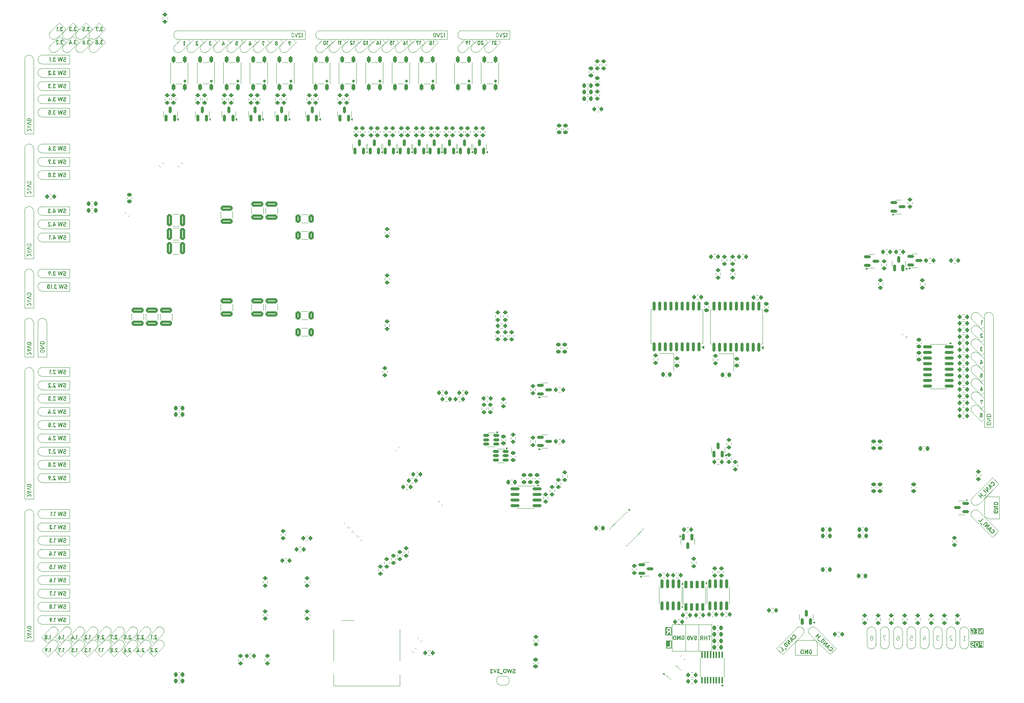
<source format=gbo>
G04 #@! TF.GenerationSoftware,KiCad,Pcbnew,8.0.1*
G04 #@! TF.CreationDate,2024-06-07T19:27:20+03:00*
G04 #@! TF.ProjectId,impeller18,696d7065-6c6c-4657-9231-382e6b696361,rev?*
G04 #@! TF.SameCoordinates,Original*
G04 #@! TF.FileFunction,Legend,Bot*
G04 #@! TF.FilePolarity,Positive*
%FSLAX46Y46*%
G04 Gerber Fmt 4.6, Leading zero omitted, Abs format (unit mm)*
G04 Created by KiCad (PCBNEW 8.0.1) date 2024-06-07 19:27:20*
%MOMM*%
%LPD*%
G01*
G04 APERTURE LIST*
G04 Aperture macros list*
%AMRoundRect*
0 Rectangle with rounded corners*
0 $1 Rounding radius*
0 $2 $3 $4 $5 $6 $7 $8 $9 X,Y pos of 4 corners*
0 Add a 4 corners polygon primitive as box body*
4,1,4,$2,$3,$4,$5,$6,$7,$8,$9,$2,$3,0*
0 Add four circle primitives for the rounded corners*
1,1,$1+$1,$2,$3*
1,1,$1+$1,$4,$5*
1,1,$1+$1,$6,$7*
1,1,$1+$1,$8,$9*
0 Add four rect primitives between the rounded corners*
20,1,$1+$1,$2,$3,$4,$5,0*
20,1,$1+$1,$4,$5,$6,$7,0*
20,1,$1+$1,$6,$7,$8,$9,0*
20,1,$1+$1,$8,$9,$2,$3,0*%
%AMFreePoly0*
4,1,19,0.500000,-0.750000,0.000000,-0.750000,0.000000,-0.744911,-0.071157,-0.744911,-0.207708,-0.704816,-0.327430,-0.627875,-0.420627,-0.520320,-0.479746,-0.390866,-0.500000,-0.250000,-0.500000,0.250000,-0.479746,0.390866,-0.420627,0.520320,-0.327430,0.627875,-0.207708,0.704816,-0.071157,0.744911,0.000000,0.744911,0.000000,0.750000,0.500000,0.750000,0.500000,-0.750000,0.500000,-0.750000,
$1*%
%AMFreePoly1*
4,1,19,0.000000,0.744911,0.071157,0.744911,0.207708,0.704816,0.327430,0.627875,0.420627,0.520320,0.479746,0.390866,0.500000,0.250000,0.500000,-0.250000,0.479746,-0.390866,0.420627,-0.520320,0.327430,-0.627875,0.207708,-0.704816,0.071157,-0.744911,0.000000,-0.744911,0.000000,-0.750000,-0.500000,-0.750000,-0.500000,0.750000,0.000000,0.750000,0.000000,0.744911,0.000000,0.744911,
$1*%
G04 Aperture macros list end*
%ADD10C,0.120000*%
%ADD11C,0.200000*%
%ADD12C,0.100000*%
%ADD13C,0.125000*%
%ADD14C,0.350000*%
%ADD15C,1.524000*%
%ADD16C,0.900000*%
%ADD17C,8.600000*%
%ADD18C,2.000000*%
%ADD19C,1.400000*%
%ADD20C,3.000000*%
%ADD21C,1.500000*%
%ADD22C,3.500000*%
%ADD23C,2.400000*%
%ADD24C,1.600000*%
%ADD25C,0.800000*%
%ADD26C,5.400000*%
%ADD27C,1.700000*%
%ADD28O,1.700000X1.700000*%
%ADD29C,2.600000*%
%ADD30R,2.600000X2.600000*%
%ADD31C,1.000000*%
%ADD32O,1.000000X1.000000*%
%ADD33C,0.500000*%
%ADD34O,1.090000X2.000000*%
%ADD35O,1.050000X1.600000*%
%ADD36C,1.905000*%
%ADD37C,1.300000*%
%ADD38O,2.000000X2.000000*%
%ADD39C,2.410000*%
%ADD40RoundRect,0.200000X0.275000X-0.200000X0.275000X0.200000X-0.275000X0.200000X-0.275000X-0.200000X0*%
%ADD41RoundRect,0.225000X0.250000X-0.225000X0.250000X0.225000X-0.250000X0.225000X-0.250000X-0.225000X0*%
%ADD42RoundRect,0.225000X-0.225000X-0.250000X0.225000X-0.250000X0.225000X0.250000X-0.225000X0.250000X0*%
%ADD43RoundRect,0.200000X-0.200000X-0.550000X0.200000X-0.550000X0.200000X0.550000X-0.200000X0.550000X0*%
%ADD44RoundRect,0.200000X-0.200000X-0.275000X0.200000X-0.275000X0.200000X0.275000X-0.200000X0.275000X0*%
%ADD45RoundRect,0.225000X0.225000X0.250000X-0.225000X0.250000X-0.225000X-0.250000X0.225000X-0.250000X0*%
%ADD46RoundRect,0.200000X-0.275000X0.200000X-0.275000X-0.200000X0.275000X-0.200000X0.275000X0.200000X0*%
%ADD47RoundRect,0.225000X-0.250000X0.225000X-0.250000X-0.225000X0.250000X-0.225000X0.250000X0.225000X0*%
%ADD48RoundRect,0.150000X0.150000X-0.587500X0.150000X0.587500X-0.150000X0.587500X-0.150000X-0.587500X0*%
%ADD49RoundRect,0.150000X-0.587500X-0.150000X0.587500X-0.150000X0.587500X0.150000X-0.587500X0.150000X0*%
%ADD50RoundRect,0.250000X-0.325000X-0.650000X0.325000X-0.650000X0.325000X0.650000X-0.325000X0.650000X0*%
%ADD51RoundRect,0.150000X0.150000X-0.825000X0.150000X0.825000X-0.150000X0.825000X-0.150000X-0.825000X0*%
%ADD52RoundRect,0.200000X0.053033X-0.335876X0.335876X-0.053033X-0.053033X0.335876X-0.335876X0.053033X0*%
%ADD53RoundRect,0.250000X-1.100000X0.325000X-1.100000X-0.325000X1.100000X-0.325000X1.100000X0.325000X0*%
%ADD54RoundRect,0.200000X0.200000X0.275000X-0.200000X0.275000X-0.200000X-0.275000X0.200000X-0.275000X0*%
%ADD55RoundRect,0.200000X0.335876X0.053033X0.053033X0.335876X-0.335876X-0.053033X-0.053033X-0.335876X0*%
%ADD56RoundRect,0.250000X0.325000X0.650000X-0.325000X0.650000X-0.325000X-0.650000X0.325000X-0.650000X0*%
%ADD57RoundRect,0.150000X-0.150000X0.725000X-0.150000X-0.725000X0.150000X-0.725000X0.150000X0.725000X0*%
%ADD58RoundRect,0.225000X-0.017678X0.335876X-0.335876X0.017678X0.017678X-0.335876X0.335876X-0.017678X0*%
%ADD59RoundRect,0.150000X0.512500X0.150000X-0.512500X0.150000X-0.512500X-0.150000X0.512500X-0.150000X0*%
%ADD60RoundRect,0.200000X-0.053033X0.335876X-0.335876X0.053033X0.053033X-0.335876X0.335876X-0.053033X0*%
%ADD61RoundRect,0.250000X-0.325000X-1.100000X0.325000X-1.100000X0.325000X1.100000X-0.325000X1.100000X0*%
%ADD62RoundRect,0.225000X-0.335876X-0.017678X-0.017678X-0.335876X0.335876X0.017678X0.017678X0.335876X0*%
%ADD63RoundRect,0.150000X-0.468458X0.256326X0.256326X-0.468458X0.468458X-0.256326X-0.256326X0.468458X0*%
%ADD64RoundRect,0.200000X0.100391X-0.324880X0.340006X-0.004591X-0.100391X0.324880X-0.340006X0.004591X0*%
%ADD65RoundRect,0.150000X-0.150000X0.825000X-0.150000X-0.825000X0.150000X-0.825000X0.150000X0.825000X0*%
%ADD66R,1.200000X1.400000*%
%ADD67RoundRect,0.150000X0.825000X0.150000X-0.825000X0.150000X-0.825000X-0.150000X0.825000X-0.150000X0*%
%ADD68RoundRect,0.150000X0.150000X-0.875000X0.150000X0.875000X-0.150000X0.875000X-0.150000X-0.875000X0*%
%ADD69RoundRect,0.150000X0.353553X0.565685X-0.565685X-0.353553X-0.353553X-0.565685X0.565685X0.353553X0*%
%ADD70FreePoly0,180.000000*%
%ADD71FreePoly1,180.000000*%
%ADD72RoundRect,0.150000X0.587500X0.150000X-0.587500X0.150000X-0.587500X-0.150000X0.587500X-0.150000X0*%
%ADD73R,0.700000X1.300000*%
%ADD74R,1.200000X2.000000*%
%ADD75R,1.050000X1.400000*%
%ADD76RoundRect,0.150000X-0.150000X0.587500X-0.150000X-0.587500X0.150000X-0.587500X0.150000X0.587500X0*%
%ADD77RoundRect,0.100000X0.100000X-0.637500X0.100000X0.637500X-0.100000X0.637500X-0.100000X-0.637500X0*%
G04 APERTURE END LIST*
D10*
X309110361Y-144302575D02*
X309781000Y-143631936D01*
X308488107Y-128851893D02*
X309781000Y-130144786D01*
X96519000Y-78286000D02*
G75*
G02*
X96519000Y-76286000I0J1000000D01*
G01*
X104832575Y-64396639D02*
X102796107Y-66433107D01*
X107832575Y-64396639D02*
X106418361Y-62982425D01*
X102700000Y-144066000D02*
X96519000Y-144066000D01*
X102700000Y-162066000D02*
X96519000Y-162066000D01*
X92519000Y-127906000D02*
G75*
G02*
X94519000Y-127906000I1000000J0D01*
G01*
X129558893Y-65018893D02*
X130851786Y-63726000D01*
X142009575Y-64396639D02*
X141338936Y-63726000D01*
X102700000Y-149066000D02*
X96519000Y-149066000D01*
X92519000Y-102586000D02*
G75*
G02*
X94519000Y-102586000I1000000J0D01*
G01*
X96345425Y-199125361D02*
X98381893Y-197088893D01*
X114796107Y-198503107D02*
X112759639Y-200539575D01*
X102700000Y-75286000D02*
X96519000Y-75286000D01*
X102700000Y-138066000D02*
X96519000Y-138066000D01*
X102700000Y-143066000D02*
X96519000Y-143066000D01*
X183169575Y-64396639D02*
X182498936Y-63726000D01*
X123796107Y-201503107D02*
X121759639Y-203539575D01*
X102700000Y-101586000D02*
X96519000Y-101586000D01*
X104381893Y-200088893D02*
G75*
G02*
X105796107Y-201503107I707107J-707107D01*
G01*
X102700000Y-70286000D02*
X102700000Y-72286000D01*
X144558893Y-65018893D02*
X145851786Y-63726000D01*
X92519000Y-88436000D02*
X92519000Y-99220000D01*
X102700000Y-152066000D02*
X96519000Y-152066000D01*
X102700000Y-73286000D02*
X102700000Y-75286000D01*
X168169575Y-64396639D02*
X166133107Y-66433107D01*
X102700000Y-104586000D02*
X96519000Y-104586000D01*
X192293107Y-66433107D02*
G75*
G02*
X190878893Y-65018893I-707107J707107D01*
G01*
X102700000Y-170226000D02*
X102700000Y-172226000D01*
X270264393Y-198518108D02*
G75*
G02*
X271678607Y-197103894I707107J707107D01*
G01*
X92519000Y-102586000D02*
X92519000Y-113370000D01*
X127266000Y-63726000D02*
X156050000Y-63726000D01*
X102700000Y-188226000D02*
X102700000Y-190226000D01*
X309781000Y-126559000D02*
G75*
G02*
X311781000Y-126559000I1000000J0D01*
G01*
X102700000Y-73286000D02*
X96519000Y-73286000D01*
X102700000Y-179226000D02*
X102700000Y-181226000D01*
X98381893Y-65018893D02*
X100418361Y-62982425D01*
X96345425Y-202125361D02*
X98381893Y-200088893D01*
X172133107Y-66433107D02*
G75*
G02*
X170718893Y-65018893I-707107J707107D01*
G01*
X102700000Y-181226000D02*
X96519000Y-181226000D01*
X117345425Y-199125361D02*
X119381893Y-197088893D01*
X102796107Y-66433107D02*
G75*
G02*
X101381893Y-65018893I-707107J707107D01*
G01*
X306223000Y-200811001D02*
X306223000Y-197811001D01*
X92519000Y-171226000D02*
G75*
G02*
X94519000Y-171226000I1000000J0D01*
G01*
X178133107Y-66433107D02*
G75*
G02*
X176718893Y-65018893I-707107J707107D01*
G01*
X99796107Y-198503107D02*
X97759639Y-200539575D01*
X92519000Y-124530000D02*
X94519000Y-124530000D01*
X101381893Y-65018893D02*
X103418361Y-62982425D01*
X304223000Y-197811001D02*
G75*
G02*
X306223000Y-197811001I1000000J0D01*
G01*
X99345425Y-199125361D02*
X101381893Y-197088893D01*
X108345425Y-199125361D02*
X110381893Y-197088893D01*
X142973107Y-66433107D02*
G75*
G02*
X141558893Y-65018893I-707107J707107D01*
G01*
X297223000Y-200811001D02*
X297223000Y-197811001D01*
X101381893Y-197088893D02*
G75*
G02*
X102796107Y-198503107I707107J-707107D01*
G01*
X133009575Y-64396639D02*
X132338936Y-63726000D01*
X303223000Y-200811001D02*
G75*
G02*
X301223000Y-200811001I-1000000J0D01*
G01*
X163133107Y-66433107D02*
G75*
G02*
X161718893Y-65018893I-707107J707107D01*
G01*
X102700000Y-70286000D02*
X96519000Y-70286000D01*
X96519000Y-72286000D02*
G75*
G02*
X96519000Y-70286000I0J1000000D01*
G01*
X96519000Y-143066000D02*
G75*
G02*
X96519000Y-141066000I0J1000000D01*
G01*
X102700000Y-185226000D02*
X96519000Y-185226000D01*
X96519000Y-155066000D02*
G75*
G02*
X96519000Y-153066000I0J1000000D01*
G01*
X288223000Y-200811001D02*
G75*
G02*
X286223000Y-200811001I-1000000J0D01*
G01*
X139009575Y-64396639D02*
X136973107Y-66433107D01*
X96519000Y-92436000D02*
G75*
G02*
X96519000Y-90436000I0J1000000D01*
G01*
X307070894Y-172005106D02*
X311627529Y-176561741D01*
X107381893Y-65018893D02*
X109418361Y-62982425D01*
X102700000Y-150066000D02*
X102700000Y-152066000D01*
X294223000Y-200811001D02*
G75*
G02*
X292223000Y-200811001I-1000000J0D01*
G01*
X102796107Y-201503107D02*
X100759639Y-203539575D01*
X190878893Y-65018893D02*
X192171786Y-63726000D01*
X96519000Y-75286000D02*
G75*
G02*
X96519000Y-73286000I0J1000000D01*
G01*
X300223000Y-200811001D02*
G75*
G02*
X298223000Y-200811001I-1000000J0D01*
G01*
X113381893Y-197088893D02*
G75*
G02*
X114796107Y-198503107I707107J-707107D01*
G01*
X194329575Y-64396639D02*
X192293107Y-66433107D01*
X102700000Y-194226000D02*
X102700000Y-196226000D01*
X136009575Y-64396639D02*
X135338936Y-63726000D01*
X168169575Y-64396639D02*
X167498936Y-63726000D01*
X94519000Y-88436000D02*
X94519000Y-99220000D01*
X102700000Y-101586000D02*
X102700000Y-103586000D01*
X169133107Y-66433107D02*
G75*
G02*
X167718893Y-65018893I-707107J707107D01*
G01*
X102700000Y-158066000D02*
X96519000Y-158066000D01*
X111345425Y-202125361D02*
X113381893Y-200088893D01*
X158718893Y-65018893D02*
X160011786Y-63726000D01*
X270264394Y-198518107D02*
X274821029Y-203074742D01*
X141558893Y-65018893D02*
X142851786Y-63726000D01*
X126558893Y-65018893D02*
X127851786Y-63726000D01*
X104381893Y-65018893D02*
X106418361Y-62982425D01*
X104832575Y-64396639D02*
X103418361Y-62982425D01*
X96519000Y-95436000D02*
G75*
G02*
X96519000Y-93436000I0J1000000D01*
G01*
X108796107Y-66433107D02*
G75*
G02*
X107381893Y-65018893I-707107J707107D01*
G01*
X92519000Y-139066000D02*
G75*
G02*
X94519000Y-139066000I1000000J0D01*
G01*
X96519000Y-146066000D02*
G75*
G02*
X96519000Y-144066000I0J1000000D01*
G01*
X102700000Y-141066000D02*
X96519000Y-141066000D01*
X92519000Y-127906000D02*
X92519000Y-135690000D01*
X308488107Y-143851893D02*
X309781000Y-145144786D01*
X191586000Y-63726000D02*
G75*
G02*
X191586000Y-61726000I0J1000000D01*
G01*
X159426000Y-63726000D02*
G75*
G02*
X159426000Y-61726000I0J1000000D01*
G01*
X102700000Y-120746000D02*
X96519000Y-120746000D01*
X94519000Y-171226000D02*
X94519000Y-200010000D01*
X145009575Y-64396639D02*
X144338936Y-63726000D01*
X102700000Y-72286000D02*
X96519000Y-72286000D01*
X96519000Y-120746000D02*
G75*
G02*
X96519000Y-118746000I0J1000000D01*
G01*
X102700000Y-81286000D02*
X96519000Y-81286000D01*
X182718893Y-65018893D02*
X184011786Y-63726000D01*
X111345425Y-199125361D02*
X113381893Y-197088893D01*
X102700000Y-156066000D02*
X102700000Y-158066000D01*
X99796107Y-201503107D02*
X97759639Y-203539575D01*
X309110361Y-150302575D02*
X309781000Y-149631936D01*
X307073893Y-139266107D02*
G75*
G02*
X308488107Y-137851893I707107J707107D01*
G01*
X138558893Y-65018893D02*
X139851786Y-63726000D01*
X291223000Y-200811001D02*
X291223000Y-197811001D01*
X102700000Y-117746000D02*
X96519000Y-117746000D01*
X92519000Y-68286000D02*
G75*
G02*
X94519000Y-68286000I1000000J0D01*
G01*
X308485107Y-170590893D02*
X313041742Y-175147528D01*
X162169575Y-64396639D02*
X161498936Y-63726000D01*
X177169575Y-64396639D02*
X176498936Y-63726000D01*
X96519000Y-161066000D02*
G75*
G02*
X96519000Y-159066000I0J1000000D01*
G01*
X307073893Y-142266107D02*
G75*
G02*
X308488107Y-140851893I707107J707107D01*
G01*
X307073893Y-127266107D02*
G75*
G02*
X308488107Y-125851893I707107J707107D01*
G01*
X102700000Y-79286000D02*
X96519000Y-79286000D01*
X122381893Y-200088893D02*
G75*
G02*
X123796107Y-201503107I707107J-707107D01*
G01*
X202370000Y-63726000D02*
X202370000Y-61726000D01*
X313156999Y-172298000D02*
X310778000Y-172298000D01*
X154009575Y-64396639D02*
X151973107Y-66433107D01*
X120796107Y-201503107D02*
X118759639Y-203539575D01*
X96519000Y-178226000D02*
G75*
G02*
X96519000Y-176226000I0J1000000D01*
G01*
X107381893Y-197088893D02*
G75*
G02*
X108796107Y-198503107I707107J-707107D01*
G01*
X193878893Y-65018893D02*
X195171786Y-63726000D01*
X94519000Y-68286000D02*
X94519000Y-85070000D01*
X102700000Y-150066000D02*
X96519000Y-150066000D01*
X123796107Y-198503107D02*
X121759639Y-200539575D01*
X95519000Y-127906000D02*
X95519000Y-135690000D01*
X104381893Y-62018893D02*
X106418361Y-59982425D01*
X95519000Y-135690000D02*
X97519000Y-135690000D01*
X102700000Y-176226000D02*
X102700000Y-178226000D01*
X96519000Y-175226000D02*
G75*
G02*
X96519000Y-173226000I0J1000000D01*
G01*
X147558893Y-65018893D02*
X148851786Y-63726000D01*
X96519000Y-187226000D02*
G75*
G02*
X96519000Y-185226000I0J1000000D01*
G01*
X102700000Y-109586000D02*
X96519000Y-109586000D01*
X313156999Y-172298000D02*
X313156999Y-167298000D01*
X304223000Y-200811001D02*
X304223000Y-197811001D01*
X102700000Y-185226000D02*
X102700000Y-187226000D01*
X102700000Y-93436000D02*
X102700000Y-95436000D01*
X167718893Y-65018893D02*
X169011786Y-63726000D01*
X309110361Y-144302575D02*
X307073893Y-142266107D01*
X176718893Y-65018893D02*
X178011786Y-63726000D01*
X102700000Y-67286000D02*
X96519000Y-67286000D01*
X132558893Y-65018893D02*
X133851786Y-63726000D01*
X309110361Y-135302575D02*
X309781000Y-134631936D01*
X105796107Y-198503107D02*
X103759639Y-200539575D01*
X148009575Y-64396639D02*
X147338936Y-63726000D01*
X179718893Y-65018893D02*
X181011786Y-63726000D01*
X200329575Y-64396639D02*
X199658936Y-63726000D01*
X245097000Y-196311001D02*
X248097000Y-196311001D01*
X248097000Y-202311001D01*
X245097000Y-202311001D01*
X245097000Y-196311001D01*
X110381893Y-200088893D02*
G75*
G02*
X111796107Y-201503107I707107J-707107D01*
G01*
X197329575Y-64396639D02*
X196658936Y-63726000D01*
X276235242Y-201660529D02*
X274821029Y-203074742D01*
X92519000Y-167850000D02*
X94519000Y-167850000D01*
X105345425Y-202125361D02*
X106759639Y-203539575D01*
X102700000Y-159066000D02*
X102700000Y-161066000D01*
X159426000Y-61726000D02*
X188210000Y-61726000D01*
X107381893Y-62018893D02*
X109418361Y-59982425D01*
X309110361Y-132302575D02*
X307073893Y-130266107D01*
X301223000Y-200811001D02*
X301223000Y-197811001D01*
X151009575Y-64396639D02*
X150338936Y-63726000D01*
X110832575Y-61396639D02*
X108796107Y-63433107D01*
X102700000Y-196226000D02*
X96519000Y-196226000D01*
X102700000Y-153066000D02*
X96519000Y-153066000D01*
X96345425Y-199125361D02*
X97759639Y-200539575D01*
X99345425Y-202125361D02*
X101381893Y-200088893D01*
X102700000Y-141066000D02*
X102700000Y-143066000D01*
X286223000Y-197811001D02*
G75*
G02*
X288223000Y-197811001I1000000J0D01*
G01*
X311781000Y-126559000D02*
X311781000Y-151538000D01*
X286223000Y-200811001D02*
X286223000Y-197811001D01*
X102700000Y-147066000D02*
X102700000Y-149066000D01*
X99345425Y-202125361D02*
X100759639Y-203539575D01*
X105796107Y-63433107D02*
G75*
G02*
X104381893Y-62018893I-707107J707107D01*
G01*
X307073893Y-130266107D02*
G75*
G02*
X308488107Y-128851893I707107J707107D01*
G01*
X102700000Y-153066000D02*
X102700000Y-155066000D01*
X311627528Y-163034258D02*
X313041741Y-164448471D01*
X102700000Y-161066000D02*
X96519000Y-161066000D01*
X108345425Y-202125361D02*
X109759639Y-203539575D01*
X96519000Y-190226000D02*
G75*
G02*
X96519000Y-188226000I0J1000000D01*
G01*
X127973107Y-66433107D02*
G75*
G02*
X126558893Y-65018893I-707107J707107D01*
G01*
X285223000Y-200811001D02*
G75*
G02*
X283223000Y-200811001I-1000000J0D01*
G01*
X309110361Y-129302575D02*
X309781000Y-128631936D01*
X266971500Y-203190000D02*
X266971500Y-200811001D01*
X308488107Y-134851893D02*
X309781000Y-136144786D01*
X113381893Y-200088893D02*
G75*
G02*
X114796107Y-201503107I707107J-707107D01*
G01*
X107832575Y-61396639D02*
X105796107Y-63433107D01*
X107832575Y-64396639D02*
X105796107Y-66433107D01*
X102700000Y-140066000D02*
X96519000Y-140066000D01*
X96519000Y-103586000D02*
G75*
G02*
X96519000Y-101586000I0J1000000D01*
G01*
X133009575Y-64396639D02*
X130973107Y-66433107D01*
X102700000Y-107586000D02*
X102700000Y-109586000D01*
X165169575Y-64396639D02*
X163133107Y-66433107D01*
X108796107Y-198503107D02*
X106759639Y-200539575D01*
X145009575Y-64396639D02*
X142973107Y-66433107D01*
X110832575Y-61396639D02*
X109418361Y-59982425D01*
X288223000Y-200811001D02*
X288223000Y-197811001D01*
X102700000Y-179226000D02*
X96519000Y-179226000D01*
X160133107Y-66433107D02*
G75*
G02*
X158718893Y-65018893I-707107J707107D01*
G01*
X96519000Y-164066000D02*
G75*
G02*
X96519000Y-162066000I0J1000000D01*
G01*
X297223000Y-200811001D02*
G75*
G02*
X295223000Y-200811001I-1000000J0D01*
G01*
X102345425Y-202125361D02*
X104381893Y-200088893D01*
X102700000Y-90436000D02*
X102700000Y-92436000D01*
X309110361Y-141302575D02*
X309781000Y-140631936D01*
X96519000Y-181226000D02*
G75*
G02*
X96519000Y-179226000I0J1000000D01*
G01*
X102700000Y-107586000D02*
X96519000Y-107586000D01*
X309110361Y-138302575D02*
X309781000Y-137631936D01*
X242097000Y-196311001D02*
X245097000Y-196311001D01*
X245097000Y-202311001D01*
X242097000Y-202311001D01*
X242097000Y-196311001D01*
X148973107Y-66433107D02*
G75*
G02*
X147558893Y-65018893I-707107J707107D01*
G01*
X107832575Y-61396639D02*
X106418361Y-59982425D01*
X92519000Y-200010000D02*
X94519000Y-200010000D01*
X177169575Y-64396639D02*
X175133107Y-66433107D01*
X135558893Y-65018893D02*
X136851786Y-63726000D01*
X104381893Y-197088893D02*
G75*
G02*
X105796107Y-198503107I707107J-707107D01*
G01*
X271678607Y-197103894D02*
X276235242Y-201660529D01*
X92519000Y-68286000D02*
X92519000Y-85070000D01*
X306223000Y-200811001D02*
G75*
G02*
X304223000Y-200811001I-1000000J0D01*
G01*
X102700000Y-162066000D02*
X102700000Y-164066000D01*
X96519000Y-69286000D02*
G75*
G02*
X96519000Y-67286000I0J1000000D01*
G01*
X111796107Y-201503107D02*
X109759639Y-203539575D01*
X292223000Y-197811001D02*
G75*
G02*
X294223000Y-197811001I1000000J0D01*
G01*
X268678607Y-198518108D02*
X264121972Y-203074743D01*
X159426000Y-63726000D02*
X188210000Y-63726000D01*
X309781000Y-151538000D02*
X311781000Y-151538000D01*
X195293107Y-66433107D02*
G75*
G02*
X193878893Y-65018893I-707107J707107D01*
G01*
X307073893Y-133266107D02*
G75*
G02*
X308488107Y-131851893I707107J707107D01*
G01*
X111345425Y-202125361D02*
X112759639Y-203539575D01*
X307073893Y-145266107D02*
G75*
G02*
X308488107Y-143851893I707107J707107D01*
G01*
X102700000Y-176226000D02*
X96519000Y-176226000D01*
X102700000Y-156066000D02*
X96519000Y-156066000D01*
X117345425Y-199125361D02*
X118759639Y-200539575D01*
X308488107Y-131851893D02*
X309781000Y-133144786D01*
X117796107Y-198503107D02*
X115759639Y-200539575D01*
X164718893Y-65018893D02*
X166011786Y-63726000D01*
X120796107Y-198503107D02*
X118759639Y-200539575D01*
X102700000Y-78286000D02*
X96519000Y-78286000D01*
X102700000Y-147066000D02*
X96519000Y-147066000D01*
X102700000Y-67286000D02*
X102700000Y-69286000D01*
X120345425Y-202125361D02*
X121759639Y-203539575D01*
X110381893Y-197088893D02*
G75*
G02*
X111796107Y-198503107I707107J-707107D01*
G01*
X174169575Y-64396639D02*
X172133107Y-66433107D01*
X117345425Y-202125361D02*
X119381893Y-200088893D01*
X188210000Y-63726000D02*
X188210000Y-61726000D01*
X99345425Y-199125361D02*
X100759639Y-200539575D01*
X102345425Y-199125361D02*
X103759639Y-200539575D01*
X102700000Y-172226000D02*
X96519000Y-172226000D01*
X102700000Y-194226000D02*
X96519000Y-194226000D01*
X117345425Y-202125361D02*
X118759639Y-203539575D01*
X105796107Y-66433107D02*
G75*
G02*
X104381893Y-65018893I-707107J707107D01*
G01*
X111796107Y-198503107D02*
X109759639Y-200539575D01*
X309110361Y-132302575D02*
X309781000Y-131631936D01*
X108345425Y-199125361D02*
X109759639Y-200539575D01*
X111345425Y-199125361D02*
X112759639Y-200539575D01*
X102700000Y-191226000D02*
X102700000Y-193226000D01*
X114345425Y-202125361D02*
X116381893Y-200088893D01*
X95519000Y-127906000D02*
G75*
G02*
X97519000Y-127906000I1000000J0D01*
G01*
X307073893Y-136266107D02*
G75*
G02*
X308488107Y-134851893I707107J707107D01*
G01*
X102700000Y-69286000D02*
X96519000Y-69286000D01*
X300223000Y-200811001D02*
X300223000Y-197811001D01*
X102700000Y-188226000D02*
X96519000Y-188226000D01*
X102700000Y-76286000D02*
X96519000Y-76286000D01*
X145973107Y-66433107D02*
G75*
G02*
X144558893Y-65018893I-707107J707107D01*
G01*
X102345425Y-199125361D02*
X104381893Y-197088893D01*
X96345425Y-202125361D02*
X97759639Y-203539575D01*
X291223000Y-200811001D02*
G75*
G02*
X289223000Y-200811001I-1000000J0D01*
G01*
X102700000Y-106586000D02*
X96519000Y-106586000D01*
X295223000Y-200811001D02*
X295223000Y-197811001D01*
X102700000Y-118746000D02*
X102700000Y-120746000D01*
X98381893Y-197088893D02*
G75*
G02*
X99796107Y-198503107I707107J-707107D01*
G01*
X102700000Y-90436000D02*
X96519000Y-90436000D01*
X309778000Y-168298000D02*
X309778000Y-171298000D01*
X102700000Y-92436000D02*
X96519000Y-92436000D01*
X102700000Y-89436000D02*
X96519000Y-89436000D01*
X148009575Y-64396639D02*
X145973107Y-66433107D01*
X298223000Y-200811001D02*
X298223000Y-197811001D01*
X102700000Y-93436000D02*
X96519000Y-93436000D01*
X96519000Y-140066000D02*
G75*
G02*
X96519000Y-138066000I0J1000000D01*
G01*
X107381893Y-200088893D02*
G75*
G02*
X108796107Y-201503107I707107J-707107D01*
G01*
X171169575Y-64396639D02*
X169133107Y-66433107D01*
X94519000Y-139066000D02*
X94519000Y-167850000D01*
X96519000Y-89436000D02*
G75*
G02*
X96519000Y-87436000I0J1000000D01*
G01*
X96519000Y-109586000D02*
G75*
G02*
X96519000Y-107586000I0J1000000D01*
G01*
X308488107Y-140851893D02*
X309781000Y-142144786D01*
X309110361Y-141302575D02*
X307073893Y-139266107D01*
X92519000Y-99220000D02*
X94519000Y-99220000D01*
X96519000Y-152066000D02*
G75*
G02*
X96519000Y-150066000I0J1000000D01*
G01*
X139973107Y-66433107D02*
G75*
G02*
X138558893Y-65018893I-707107J707107D01*
G01*
X102700000Y-187226000D02*
X96519000Y-187226000D01*
X267264393Y-197103894D02*
G75*
G02*
X268678607Y-198518108I707107J-707107D01*
G01*
X151973107Y-66433107D02*
G75*
G02*
X150558893Y-65018893I-707107J707107D01*
G01*
X150558893Y-65018893D02*
X151851786Y-63726000D01*
X120345425Y-199125361D02*
X122381893Y-197088893D01*
X92519000Y-113370000D02*
X94519000Y-113370000D01*
X174169575Y-64396639D02*
X173498936Y-63726000D01*
X309110361Y-147302575D02*
X309781000Y-146631936D01*
X114345425Y-202125361D02*
X115759639Y-203539575D01*
X127266000Y-61726000D02*
X156050000Y-61726000D01*
X108796107Y-63433107D02*
G75*
G02*
X107381893Y-62018893I-707107J707107D01*
G01*
X96519000Y-81286000D02*
G75*
G02*
X96519000Y-79286000I0J1000000D01*
G01*
X96519000Y-193226000D02*
G75*
G02*
X96519000Y-191226000I0J1000000D01*
G01*
X114796107Y-201503107D02*
X112759639Y-203539575D01*
X119381893Y-200088893D02*
G75*
G02*
X120796107Y-201503107I707107J-707107D01*
G01*
X197329575Y-64396639D02*
X195293107Y-66433107D01*
X102700000Y-115746000D02*
X102700000Y-117746000D01*
X94519000Y-127906000D02*
X94519000Y-135690000D01*
X116381893Y-200088893D02*
G75*
G02*
X117796107Y-201503107I707107J-707107D01*
G01*
X309110361Y-147302575D02*
X307073893Y-145266107D01*
X96519000Y-184226000D02*
G75*
G02*
X96519000Y-182226000I0J1000000D01*
G01*
X309110361Y-150302575D02*
X307073893Y-148266107D01*
X154009575Y-64396639D02*
X153338936Y-63726000D01*
X133973107Y-66433107D02*
G75*
G02*
X132558893Y-65018893I-707107J707107D01*
G01*
X102700000Y-76286000D02*
X102700000Y-78286000D01*
X166133107Y-66433107D02*
G75*
G02*
X164718893Y-65018893I-707107J707107D01*
G01*
X96519000Y-158066000D02*
G75*
G02*
X96519000Y-156066000I0J1000000D01*
G01*
X313041742Y-175147528D02*
X311627529Y-176561741D01*
X102700000Y-170226000D02*
X96519000Y-170226000D01*
X239097000Y-196311001D02*
X242097000Y-196311001D01*
X242097000Y-202311001D01*
X239097000Y-202311001D01*
X239097000Y-196311001D01*
X309110361Y-138302575D02*
X307073893Y-136266107D01*
X194329575Y-64396639D02*
X193658936Y-63726000D01*
X102700000Y-144066000D02*
X102700000Y-146066000D01*
X298223000Y-197811001D02*
G75*
G02*
X300223000Y-197811001I1000000J0D01*
G01*
X97519000Y-127906000D02*
X97519000Y-135690000D01*
X102700000Y-178226000D02*
X96519000Y-178226000D01*
X183169575Y-64396639D02*
X181133107Y-66433107D01*
X283223000Y-200811001D02*
X283223000Y-197811001D01*
X117796107Y-201503107D02*
X115759639Y-203539575D01*
X98381893Y-200088893D02*
G75*
G02*
X99796107Y-201503107I707107J-707107D01*
G01*
X102700000Y-87436000D02*
X96519000Y-87436000D01*
X102700000Y-182226000D02*
X102700000Y-184226000D01*
X170718893Y-65018893D02*
X172011786Y-63726000D01*
X102796107Y-198503107D02*
X100759639Y-200539575D01*
X162169575Y-64396639D02*
X160133107Y-66433107D01*
X181133107Y-66433107D02*
G75*
G02*
X179718893Y-65018893I-707107J707107D01*
G01*
X156050000Y-63726000D02*
X156050000Y-61726000D01*
X171169575Y-64396639D02*
X170498936Y-63726000D01*
X108345425Y-202125361D02*
X110381893Y-200088893D01*
X307073893Y-148266107D02*
G75*
G02*
X308488107Y-146851893I707107J707107D01*
G01*
X191586000Y-63726000D02*
X202370000Y-63726000D01*
X180169575Y-64396639D02*
X178133107Y-66433107D01*
X303223000Y-200811001D02*
X303223000Y-197811001D01*
X96519000Y-117746000D02*
G75*
G02*
X96519000Y-115746000I0J1000000D01*
G01*
X313156999Y-167298000D02*
X310778000Y-167298000D01*
X102700000Y-164066000D02*
X96519000Y-164066000D01*
X267264394Y-197103895D02*
X262707759Y-201660530D01*
X289223000Y-197811001D02*
G75*
G02*
X291223000Y-197811001I1000000J0D01*
G01*
X92519000Y-171226000D02*
X92519000Y-200010000D01*
X102700000Y-173226000D02*
X102700000Y-175226000D01*
X96519000Y-106586000D02*
G75*
G02*
X96519000Y-104586000I0J1000000D01*
G01*
X101832575Y-61396639D02*
X99796107Y-63433107D01*
X99796107Y-66433107D02*
G75*
G02*
X98381893Y-65018893I-707107J707107D01*
G01*
X184133107Y-66433107D02*
G75*
G02*
X182718893Y-65018893I-707107J707107D01*
G01*
X285223000Y-200811001D02*
X285223000Y-197811001D01*
X186169575Y-64396639D02*
X185498936Y-63726000D01*
X309778000Y-168298000D02*
G75*
G02*
X310778000Y-167298000I1000000J0D01*
G01*
X108796107Y-201503107D02*
X106759639Y-203539575D01*
X191586000Y-61726000D02*
X202370000Y-61726000D01*
X264121972Y-203074743D02*
X262707759Y-201660530D01*
X173718893Y-65018893D02*
X175011786Y-63726000D01*
X180169575Y-64396639D02*
X179498936Y-63726000D01*
X102700000Y-138066000D02*
X102700000Y-140066000D01*
X102796107Y-63433107D02*
G75*
G02*
X101381893Y-62018893I-707107J707107D01*
G01*
X102700000Y-190226000D02*
X96519000Y-190226000D01*
X122381893Y-197088893D02*
G75*
G02*
X123796107Y-198503107I707107J-707107D01*
G01*
X119381893Y-197088893D02*
G75*
G02*
X120796107Y-198503107I707107J-707107D01*
G01*
X102345425Y-202125361D02*
X103759639Y-203539575D01*
X102700000Y-173226000D02*
X96519000Y-173226000D01*
X102700000Y-146066000D02*
X96519000Y-146066000D01*
X308488107Y-146851893D02*
X309781000Y-148144786D01*
X102700000Y-184226000D02*
X96519000Y-184226000D01*
X308485106Y-169005106D02*
X313041741Y-164448471D01*
X292223000Y-200811001D02*
X292223000Y-197811001D01*
X130973107Y-66433107D02*
G75*
G02*
X129558893Y-65018893I-707107J707107D01*
G01*
X151009575Y-64396639D02*
X148973107Y-66433107D01*
X114345425Y-199125361D02*
X116381893Y-197088893D01*
X110832575Y-64396639D02*
X109418361Y-62982425D01*
X266971500Y-200811001D02*
G75*
G02*
X267971500Y-199811000I1000000J1D01*
G01*
X130009575Y-64396639D02*
X127973107Y-66433107D01*
X96519000Y-149066000D02*
G75*
G02*
X96519000Y-147066000I0J1000000D01*
G01*
X92519000Y-85070000D02*
X94519000Y-85070000D01*
X101832575Y-61396639D02*
X100418361Y-59982425D01*
X92519000Y-116746000D02*
X92519000Y-124530000D01*
X198293107Y-66433107D02*
G75*
G02*
X196878893Y-65018893I-707107J707107D01*
G01*
X266971500Y-203190000D02*
X271971500Y-203190000D01*
X102700000Y-191226000D02*
X96519000Y-191226000D01*
X308488107Y-137851893D02*
X309781000Y-139144786D01*
X139009575Y-64396639D02*
X138338936Y-63726000D01*
X308488107Y-125851893D02*
X309781000Y-127144786D01*
X307070893Y-167590893D02*
X311627528Y-163034258D01*
X308485107Y-169005107D02*
G75*
G02*
X307070893Y-167590893I-707107J707107D01*
G01*
X289223000Y-200811001D02*
X289223000Y-197811001D01*
X92519000Y-88436000D02*
G75*
G02*
X94519000Y-88436000I1000000J0D01*
G01*
X102700000Y-87436000D02*
X102700000Y-89436000D01*
X309781000Y-126559000D02*
X309781000Y-151538000D01*
X102700000Y-115746000D02*
X96519000Y-115746000D01*
X94519000Y-102586000D02*
X94519000Y-113370000D01*
X92519000Y-139066000D02*
X92519000Y-167850000D01*
X283223000Y-197811001D02*
G75*
G02*
X285223000Y-197811001I1000000J0D01*
G01*
X301223000Y-197811001D02*
G75*
G02*
X303223000Y-197811001I1000000J0D01*
G01*
X102700000Y-103586000D02*
X96519000Y-103586000D01*
X104832575Y-61396639D02*
X103418361Y-59982425D01*
X102700000Y-95436000D02*
X96519000Y-95436000D01*
X102700000Y-159066000D02*
X96519000Y-159066000D01*
X307070893Y-172005107D02*
G75*
G02*
X308485107Y-170590893I707107J707107D01*
G01*
X102700000Y-175226000D02*
X96519000Y-175226000D01*
X114345425Y-199125361D02*
X115759639Y-200539575D01*
X96519000Y-196226000D02*
G75*
G02*
X96519000Y-194226000I0J1000000D01*
G01*
X165169575Y-64396639D02*
X164498936Y-63726000D01*
X120345425Y-202125361D02*
X122381893Y-200088893D01*
X102700000Y-182226000D02*
X96519000Y-182226000D01*
X101832575Y-64396639D02*
X100418361Y-62982425D01*
X116381893Y-197088893D02*
G75*
G02*
X117796107Y-198503107I707107J-707107D01*
G01*
X309110361Y-135302575D02*
X307073893Y-133266107D01*
X102700000Y-104586000D02*
X102700000Y-106586000D01*
X271971500Y-203190000D02*
X271971500Y-200811001D01*
X105345425Y-199125361D02*
X107381893Y-197088893D01*
X105345425Y-199125361D02*
X106759639Y-200539575D01*
X104832575Y-61396639D02*
X102796107Y-63433107D01*
X295223000Y-197811001D02*
G75*
G02*
X297223000Y-197811001I1000000J0D01*
G01*
X120345425Y-199125361D02*
X121759639Y-200539575D01*
X102700000Y-193226000D02*
X96519000Y-193226000D01*
X96519000Y-172226000D02*
G75*
G02*
X96519000Y-170226000I0J1000000D01*
G01*
X270971500Y-199811001D02*
G75*
G02*
X271971499Y-200811001I0J-999999D01*
G01*
X186169575Y-64396639D02*
X184133107Y-66433107D01*
X101381893Y-200088893D02*
G75*
G02*
X102796107Y-201503107I707107J-707107D01*
G01*
X294223000Y-200811001D02*
X294223000Y-197811001D01*
X161718893Y-65018893D02*
X163011786Y-63726000D01*
X136973107Y-66433107D02*
G75*
G02*
X135558893Y-65018893I-707107J707107D01*
G01*
X101381893Y-62018893D02*
X103418361Y-59982425D01*
X110832575Y-64396639D02*
X108796107Y-66433107D01*
X102700000Y-155066000D02*
X96519000Y-155066000D01*
X98381893Y-62018893D02*
X100418361Y-59982425D01*
X175133107Y-66433107D02*
G75*
G02*
X173718893Y-65018893I-707107J707107D01*
G01*
X270971500Y-199811001D02*
X267971500Y-199811001D01*
X196878893Y-65018893D02*
X198171786Y-63726000D01*
X102700000Y-79286000D02*
X102700000Y-81286000D01*
X105796107Y-201503107D02*
X103759639Y-203539575D01*
X136009575Y-64396639D02*
X133973107Y-66433107D01*
X310778000Y-172298000D02*
G75*
G02*
X309778000Y-171298000I0J1000000D01*
G01*
X200329575Y-64396639D02*
X198293107Y-66433107D01*
X127266000Y-63726000D02*
G75*
G02*
X127266000Y-61726000I0J1000000D01*
G01*
X92519000Y-135690000D02*
X94519000Y-135690000D01*
X309110361Y-129302575D02*
X307073893Y-127266107D01*
X99796107Y-63433107D02*
G75*
G02*
X98381893Y-62018893I-707107J707107D01*
G01*
X105345425Y-202125361D02*
X107381893Y-200088893D01*
X94519000Y-116746000D02*
X94519000Y-124530000D01*
X92519000Y-116746000D02*
G75*
G02*
X94519000Y-116746000I1000000J0D01*
G01*
X142009575Y-64396639D02*
X139973107Y-66433107D01*
X130009575Y-64396639D02*
X129338936Y-63726000D01*
X102700000Y-118746000D02*
X96519000Y-118746000D01*
X101832575Y-64396639D02*
X99796107Y-66433107D01*
D11*
G36*
X134531681Y-65100258D02*
G01*
X134581205Y-65097650D01*
X134632515Y-65088634D01*
X134679913Y-65073178D01*
X134693370Y-65067285D01*
X134738521Y-65041066D01*
X134776919Y-65007748D01*
X134805966Y-64971297D01*
X134830235Y-64924950D01*
X134844585Y-64877857D01*
X134851587Y-64826041D01*
X134851884Y-64820600D01*
X134657466Y-64820600D01*
X134642720Y-64867777D01*
X134639392Y-64873356D01*
X134603244Y-64906329D01*
X134554237Y-64917553D01*
X134552442Y-64917564D01*
X134502312Y-64909154D01*
X134469644Y-64887766D01*
X134445172Y-64843567D01*
X134440334Y-64803503D01*
X134440334Y-64780300D01*
X134446257Y-64729741D01*
X134464026Y-64692372D01*
X134506184Y-64664382D01*
X134531681Y-64661353D01*
X134616189Y-64661353D01*
X134616189Y-64479881D01*
X134531681Y-64479881D01*
X134484376Y-64461983D01*
X134476482Y-64452770D01*
X134458851Y-64405333D01*
X134456943Y-64377055D01*
X134456943Y-64359713D01*
X134465434Y-64310521D01*
X134478681Y-64288883D01*
X134522997Y-64264930D01*
X134539253Y-64263726D01*
X134585659Y-64276671D01*
X134620167Y-64312983D01*
X134621074Y-64314528D01*
X134639009Y-64361387D01*
X134641591Y-64374124D01*
X134835519Y-64374124D01*
X134828279Y-64324731D01*
X134814206Y-64274518D01*
X134793789Y-64229219D01*
X134786427Y-64216587D01*
X134755273Y-64174666D01*
X134718231Y-64140248D01*
X134679448Y-64115471D01*
X134632321Y-64095725D01*
X134581616Y-64084175D01*
X134532414Y-64080788D01*
X134477278Y-64084025D01*
X134427915Y-64093738D01*
X134378571Y-64112766D01*
X134336767Y-64140251D01*
X134327494Y-64148443D01*
X134295758Y-64185828D01*
X134273089Y-64230326D01*
X134259488Y-64281937D01*
X134255025Y-64332933D01*
X134254954Y-64340662D01*
X134254954Y-64370704D01*
X134259900Y-64420221D01*
X134276421Y-64468205D01*
X134290125Y-64491605D01*
X134323381Y-64529164D01*
X134366391Y-64558097D01*
X134389532Y-64568541D01*
X134340096Y-64586974D01*
X134299864Y-64617359D01*
X134278157Y-64644256D01*
X134255630Y-64688702D01*
X134242454Y-64740767D01*
X134238590Y-64794710D01*
X134238590Y-64824752D01*
X134241953Y-64876897D01*
X134253421Y-64928471D01*
X134273028Y-64973984D01*
X134303139Y-65016173D01*
X134342179Y-65050051D01*
X134373168Y-65068018D01*
X134421651Y-65086373D01*
X134471187Y-65096448D01*
X134520214Y-65100132D01*
X134531681Y-65100258D01*
G37*
G36*
X152550230Y-64080928D02*
G01*
X152599230Y-64085031D01*
X152648689Y-64096250D01*
X152697034Y-64116692D01*
X152734915Y-64142199D01*
X152769587Y-64177695D01*
X152796929Y-64220983D01*
X152803084Y-64234101D01*
X152819226Y-64281423D01*
X152828643Y-64334279D01*
X152831367Y-64386580D01*
X152831367Y-64387313D01*
X152831336Y-64392742D01*
X152827644Y-64444806D01*
X152817798Y-64492815D01*
X152799860Y-64540942D01*
X152782381Y-64572174D01*
X152750153Y-64612039D01*
X152710711Y-64643524D01*
X152676996Y-64661116D01*
X152627594Y-64675616D01*
X152577843Y-64679916D01*
X152544092Y-64677855D01*
X152510337Y-64669056D01*
X152694591Y-65090000D01*
X152495289Y-65090000D01*
X152316748Y-64662086D01*
X152308932Y-64643524D01*
X152301605Y-64624228D01*
X152290732Y-64595192D01*
X152274703Y-64547536D01*
X152261060Y-64498932D01*
X152259315Y-64491697D01*
X152250252Y-64442817D01*
X152246650Y-64390732D01*
X152246650Y-64390000D01*
X152246790Y-64381695D01*
X152434961Y-64381695D01*
X152440150Y-64427724D01*
X152462072Y-64472065D01*
X152490095Y-64493937D01*
X152538764Y-64504061D01*
X152573088Y-64499630D01*
X152615945Y-64472554D01*
X152637099Y-64431304D01*
X152643056Y-64382428D01*
X152643056Y-64381695D01*
X152638582Y-64340245D01*
X152615945Y-64294745D01*
X152587829Y-64273541D01*
X152538764Y-64263726D01*
X152504738Y-64268019D01*
X152462072Y-64294256D01*
X152441739Y-64331198D01*
X152434961Y-64380963D01*
X152434961Y-64381695D01*
X152246790Y-64381695D01*
X152246953Y-64371974D01*
X152251493Y-64320860D01*
X152262927Y-64269278D01*
X152281088Y-64223182D01*
X152305665Y-64183049D01*
X152339752Y-64146340D01*
X152381228Y-64117424D01*
X152389514Y-64112988D01*
X152438805Y-64093704D01*
X152489075Y-64083686D01*
X152538764Y-64080788D01*
X152550230Y-64080928D01*
G37*
G36*
X172942184Y-65000000D02*
G01*
X173130251Y-65000000D01*
X173130251Y-64222330D01*
X173251884Y-64268492D01*
X173251884Y-64068457D01*
X173102896Y-64001290D01*
X172942184Y-64001290D01*
X172942184Y-65000000D01*
G37*
G36*
X172759490Y-64673691D02*
G01*
X172451744Y-64001779D01*
X172238764Y-64001779D01*
X172538206Y-64665387D01*
X172089532Y-64665387D01*
X172089532Y-64846859D01*
X172759490Y-64846859D01*
X172759490Y-64673691D01*
G37*
G36*
X172356245Y-64412595D02*
G01*
X172167934Y-64412595D01*
X172167934Y-65000732D01*
X172356245Y-65000732D01*
X172356245Y-64412595D01*
G37*
D12*
X290016735Y-198802419D02*
X290207211Y-198802419D01*
X290207211Y-198802419D02*
X290302449Y-198850038D01*
X290302449Y-198850038D02*
X290350068Y-198897657D01*
X290350068Y-198897657D02*
X290445306Y-199040514D01*
X290445306Y-199040514D02*
X290492925Y-199230990D01*
X290492925Y-199230990D02*
X290492925Y-199611942D01*
X290492925Y-199611942D02*
X290445306Y-199707180D01*
X290445306Y-199707180D02*
X290397687Y-199754800D01*
X290397687Y-199754800D02*
X290302449Y-199802419D01*
X290302449Y-199802419D02*
X290111973Y-199802419D01*
X290111973Y-199802419D02*
X290016735Y-199754800D01*
X290016735Y-199754800D02*
X289969116Y-199707180D01*
X289969116Y-199707180D02*
X289921497Y-199611942D01*
X289921497Y-199611942D02*
X289921497Y-199373847D01*
X289921497Y-199373847D02*
X289969116Y-199278609D01*
X289969116Y-199278609D02*
X290016735Y-199230990D01*
X290016735Y-199230990D02*
X290111973Y-199183371D01*
X290111973Y-199183371D02*
X290302449Y-199183371D01*
X290302449Y-199183371D02*
X290397687Y-199230990D01*
X290397687Y-199230990D02*
X290445306Y-199278609D01*
X290445306Y-199278609D02*
X290492925Y-199373847D01*
D11*
G36*
X98186331Y-199630000D02*
G01*
X98374398Y-199630000D01*
X98374398Y-198852330D01*
X98496031Y-198898492D01*
X98496031Y-198698457D01*
X98347043Y-198631290D01*
X98186331Y-198631290D01*
X98186331Y-199630000D01*
G37*
G36*
X98013895Y-199441688D02*
G01*
X97825584Y-199441688D01*
X97825584Y-199630000D01*
X98013895Y-199630000D01*
X98013895Y-199441688D01*
G37*
G36*
X97372416Y-198620820D02*
G01*
X97425281Y-198624655D01*
X97473901Y-198634883D01*
X97522479Y-198653517D01*
X97554062Y-198671545D01*
X97594397Y-198704827D01*
X97626282Y-198745596D01*
X97645602Y-198784551D01*
X97658589Y-198831699D01*
X97662918Y-198883349D01*
X97662918Y-198909483D01*
X97662048Y-198928175D01*
X97650347Y-198978798D01*
X97627259Y-199023545D01*
X97613062Y-199042736D01*
X97576647Y-199078366D01*
X97532493Y-199105854D01*
X97572716Y-199130069D01*
X97610792Y-199163977D01*
X97642402Y-199205505D01*
X97664169Y-199247580D01*
X97678801Y-199295846D01*
X97683679Y-199346189D01*
X97683679Y-199362798D01*
X97679863Y-199412744D01*
X97666849Y-199463166D01*
X97644600Y-199508855D01*
X97616851Y-199545320D01*
X97578999Y-199579040D01*
X97533470Y-199606064D01*
X97519804Y-199612175D01*
X97471337Y-199628203D01*
X97418386Y-199637553D01*
X97366896Y-199640258D01*
X97349329Y-199639957D01*
X97299050Y-199635449D01*
X97247444Y-199624096D01*
X97200322Y-199606064D01*
X97158639Y-199581773D01*
X97120170Y-199548662D01*
X97089436Y-199508855D01*
X97067048Y-199463166D01*
X97053953Y-199412744D01*
X97050113Y-199362798D01*
X97050113Y-199346189D01*
X97051098Y-199335198D01*
X97238424Y-199335198D01*
X97239432Y-199352891D01*
X97254544Y-199399923D01*
X97262228Y-199411615D01*
X97299973Y-199443642D01*
X97317018Y-199451080D01*
X97366896Y-199459030D01*
X97385291Y-199458083D01*
X97434063Y-199443886D01*
X97444507Y-199437761D01*
X97479248Y-199400900D01*
X97486300Y-199386444D01*
X97495368Y-199336664D01*
X97495368Y-199326406D01*
X97494801Y-199314049D01*
X97479248Y-199267055D01*
X97472756Y-199257767D01*
X97434307Y-199227243D01*
X97417224Y-199220395D01*
X97366896Y-199213077D01*
X97348211Y-199213962D01*
X97299485Y-199227243D01*
X97290789Y-199231874D01*
X97254544Y-199266566D01*
X97249066Y-199276384D01*
X97238424Y-199325673D01*
X97238424Y-199335198D01*
X97051098Y-199335198D01*
X97054216Y-199300384D01*
X97068205Y-199252092D01*
X97092123Y-199205994D01*
X97121050Y-199167984D01*
X97159041Y-199133225D01*
X97203498Y-199105854D01*
X97181882Y-199094437D01*
X97140704Y-199063631D01*
X97107266Y-199024521D01*
X97094898Y-199004254D01*
X97076880Y-198958279D01*
X97071806Y-198917055D01*
X97258941Y-198917055D01*
X97259269Y-198927326D01*
X97272374Y-198976406D01*
X97274989Y-198981113D01*
X97310232Y-199016217D01*
X97318055Y-199020298D01*
X97366896Y-199030383D01*
X97374834Y-199030162D01*
X97423560Y-199016217D01*
X97428043Y-199013462D01*
X97461418Y-198976650D01*
X97465983Y-198966858D01*
X97474851Y-198918276D01*
X97474851Y-198908018D01*
X97474641Y-198900259D01*
X97461418Y-198852575D01*
X97459696Y-198849596D01*
X97423560Y-198815450D01*
X97415737Y-198811650D01*
X97366896Y-198802260D01*
X97358958Y-198802467D01*
X97310232Y-198815450D01*
X97307222Y-198817110D01*
X97272374Y-198852086D01*
X97269226Y-198858131D01*
X97258941Y-198907285D01*
X97258941Y-198917055D01*
X97071806Y-198917055D01*
X97070874Y-198909483D01*
X97070874Y-198883349D01*
X97073791Y-198840755D01*
X97085280Y-198792788D01*
X97107754Y-198745596D01*
X97130758Y-198714317D01*
X97168883Y-198679163D01*
X97211313Y-198653517D01*
X97215517Y-198651503D01*
X97264562Y-198633573D01*
X97313606Y-198623984D01*
X97366896Y-198620788D01*
X97372416Y-198620820D01*
G37*
G36*
X101586238Y-151570258D02*
G01*
X101639315Y-151568231D01*
X101691568Y-151562152D01*
X101725945Y-151555847D01*
X101776068Y-151543151D01*
X101823856Y-151526676D01*
X101854417Y-151513593D01*
X101901139Y-151489116D01*
X101943668Y-151460930D01*
X101961884Y-151446671D01*
X101874689Y-151291332D01*
X101832954Y-151321369D01*
X101787005Y-151346325D01*
X101741577Y-151364605D01*
X101693873Y-151378129D01*
X101645406Y-151386644D01*
X101596176Y-151390151D01*
X101586238Y-151390251D01*
X101532719Y-151387198D01*
X101483160Y-151376787D01*
X101443356Y-151358988D01*
X101406891Y-151324043D01*
X101392603Y-151274348D01*
X101392554Y-151270816D01*
X101392554Y-151270083D01*
X101404288Y-151221434D01*
X101415268Y-151207069D01*
X101456805Y-151178904D01*
X101474131Y-151172630D01*
X101521641Y-151160884D01*
X101567676Y-151152602D01*
X101571339Y-151151870D01*
X101575247Y-151151381D01*
X101590390Y-151149183D01*
X101644014Y-151139635D01*
X101692228Y-151128850D01*
X101739455Y-151115416D01*
X101756475Y-151109616D01*
X101803153Y-151086832D01*
X101844265Y-151054020D01*
X101868583Y-151026573D01*
X101894725Y-150979882D01*
X101909075Y-150927217D01*
X101914097Y-150878078D01*
X101914501Y-150858046D01*
X101914501Y-150857313D01*
X101911081Y-150805011D01*
X101900822Y-150757192D01*
X101881402Y-150709317D01*
X101871270Y-150691716D01*
X101840434Y-150651993D01*
X101801966Y-150618615D01*
X101755865Y-150591581D01*
X101745729Y-150586936D01*
X101696587Y-150569462D01*
X101648365Y-150558731D01*
X101595868Y-150552518D01*
X101546427Y-150550788D01*
X101495568Y-150553525D01*
X101447229Y-150561018D01*
X101436762Y-150563244D01*
X101388289Y-150576248D01*
X101340751Y-150593458D01*
X101327341Y-150599148D01*
X101281399Y-150621321D01*
X101237608Y-150647233D01*
X101225491Y-150655324D01*
X101305115Y-150814570D01*
X101349216Y-150787219D01*
X101394691Y-150764882D01*
X101425771Y-150752777D01*
X101475965Y-150738544D01*
X101524548Y-150731568D01*
X101546427Y-150730795D01*
X101596649Y-150733586D01*
X101646841Y-150744302D01*
X101680272Y-150759371D01*
X101715809Y-150793688D01*
X101727655Y-150839483D01*
X101727655Y-150839972D01*
X101717031Y-150889144D01*
X101702986Y-150908604D01*
X101661469Y-150937602D01*
X101641926Y-150945240D01*
X101594728Y-150958041D01*
X101543437Y-150969101D01*
X101539344Y-150969909D01*
X101533970Y-150971130D01*
X101528353Y-150971863D01*
X101520781Y-150973817D01*
X101512721Y-150975526D01*
X101461888Y-150986487D01*
X101411208Y-151000207D01*
X101362512Y-151017172D01*
X101354452Y-151020467D01*
X101309629Y-151044819D01*
X101270783Y-151078307D01*
X101248206Y-151105708D01*
X101224010Y-151151087D01*
X101210730Y-151201157D01*
X101205874Y-151253398D01*
X101205708Y-151265931D01*
X101205708Y-151267397D01*
X101209243Y-151318951D01*
X101221465Y-151371158D01*
X101242417Y-151418022D01*
X101250404Y-151431039D01*
X101282194Y-151470328D01*
X101321998Y-151503320D01*
X101364674Y-151527629D01*
X101380341Y-151534598D01*
X101431190Y-151551836D01*
X101481026Y-151562422D01*
X101535229Y-151568551D01*
X101586238Y-151570258D01*
G37*
G36*
X100628318Y-150561290D02*
G01*
X100477131Y-150561290D01*
X100286133Y-151227585D01*
X100157662Y-150561290D01*
X99963977Y-150561290D01*
X100194054Y-151560000D01*
X100371374Y-151560000D01*
X100548695Y-150861953D01*
X100734075Y-151560000D01*
X100911395Y-151560000D01*
X101141472Y-150561290D01*
X100947787Y-150561290D01*
X100819316Y-151227585D01*
X100628318Y-150561290D01*
G37*
G36*
X99513838Y-151390251D02*
G01*
X99171165Y-150939623D01*
X99144004Y-150897392D01*
X99135017Y-150877585D01*
X99122763Y-150828494D01*
X99122316Y-150817990D01*
X99122316Y-150816769D01*
X99135817Y-150768075D01*
X99148450Y-150754242D01*
X99194774Y-150734407D01*
X99222700Y-150732260D01*
X99271812Y-150743024D01*
X99298171Y-150762791D01*
X99323485Y-150805329D01*
X99333342Y-150849741D01*
X99333342Y-150850474D01*
X99526294Y-150850474D01*
X99526294Y-150849741D01*
X99520270Y-150799209D01*
X99507505Y-150747956D01*
X99488347Y-150701855D01*
X99481353Y-150689030D01*
X99451451Y-150646465D01*
X99415142Y-150611462D01*
X99376573Y-150586203D01*
X99328782Y-150566040D01*
X99281079Y-150554973D01*
X99229320Y-150550823D01*
X99223921Y-150550788D01*
X99173584Y-150553222D01*
X99122684Y-150561637D01*
X99072810Y-150577836D01*
X99064431Y-150581563D01*
X99019070Y-150608376D01*
X98982640Y-150643020D01*
X98963314Y-150670467D01*
X98942180Y-150717614D01*
X98931375Y-150766745D01*
X98928632Y-150811151D01*
X98928632Y-150811884D01*
X98931963Y-150862820D01*
X98941958Y-150913412D01*
X98952323Y-150946950D01*
X98972737Y-150995356D01*
X98998439Y-151040190D01*
X99018513Y-151068094D01*
X99264466Y-151378527D01*
X98923014Y-151378527D01*
X98923014Y-151560000D01*
X99513838Y-151560000D01*
X99513838Y-151390251D01*
G37*
G36*
X98799916Y-151371688D02*
G01*
X98611605Y-151371688D01*
X98611605Y-151560000D01*
X98799916Y-151560000D01*
X98799916Y-151371688D01*
G37*
G36*
X98166594Y-151570258D02*
G01*
X98219934Y-151566073D01*
X98269464Y-151553518D01*
X98311186Y-151534842D01*
X98352346Y-151506685D01*
X98387504Y-151470908D01*
X98414256Y-151431772D01*
X98435332Y-151387055D01*
X98450015Y-151337471D01*
X98457764Y-151288686D01*
X98459197Y-151271549D01*
X98459197Y-151270816D01*
X98271130Y-151270816D01*
X98271130Y-151271549D01*
X98259895Y-151320397D01*
X98237424Y-151357034D01*
X98195541Y-151383271D01*
X98163907Y-151387564D01*
X98115238Y-151377363D01*
X98087215Y-151355324D01*
X98065293Y-151310553D01*
X98060104Y-151263977D01*
X98060104Y-151180202D01*
X98065471Y-151130746D01*
X98084528Y-151089099D01*
X98125000Y-151060884D01*
X98152916Y-151057103D01*
X98200977Y-151066044D01*
X98222037Y-151077864D01*
X98253806Y-151115936D01*
X98261360Y-151135505D01*
X98437215Y-151135505D01*
X98437215Y-150561290D01*
X97900858Y-150561290D01*
X97900858Y-150742519D01*
X98249148Y-150742519D01*
X98249148Y-150919106D01*
X98206555Y-150892267D01*
X98191263Y-150886622D01*
X98143067Y-150875853D01*
X98117990Y-150874410D01*
X98067247Y-150878652D01*
X98017948Y-150892958D01*
X97985122Y-150910314D01*
X97947283Y-150941695D01*
X97916932Y-150982350D01*
X97900858Y-151014605D01*
X97884449Y-151065138D01*
X97875443Y-151116887D01*
X97872150Y-151168192D01*
X97872037Y-151180202D01*
X97872037Y-151263977D01*
X97874781Y-151316180D01*
X97884264Y-151369016D01*
X97900522Y-151416415D01*
X97906720Y-151429574D01*
X97934258Y-151472920D01*
X97969185Y-151508589D01*
X98007348Y-151534354D01*
X98055918Y-151554795D01*
X98105682Y-151566015D01*
X98155038Y-151570117D01*
X98166594Y-151570258D01*
G37*
G36*
X119557417Y-199460251D02*
G01*
X119214744Y-199009623D01*
X119187583Y-198967392D01*
X119178596Y-198947585D01*
X119166342Y-198898494D01*
X119165895Y-198887990D01*
X119165895Y-198886769D01*
X119179396Y-198838075D01*
X119192029Y-198824242D01*
X119238353Y-198804407D01*
X119266279Y-198802260D01*
X119315391Y-198813024D01*
X119341750Y-198832791D01*
X119367064Y-198875329D01*
X119376921Y-198919741D01*
X119376921Y-198920474D01*
X119569873Y-198920474D01*
X119569873Y-198919741D01*
X119563850Y-198869209D01*
X119551084Y-198817956D01*
X119531926Y-198771855D01*
X119524932Y-198759030D01*
X119495030Y-198716465D01*
X119458721Y-198681462D01*
X119420152Y-198656203D01*
X119372361Y-198636040D01*
X119324658Y-198624973D01*
X119272899Y-198620823D01*
X119267500Y-198620788D01*
X119217163Y-198623222D01*
X119166263Y-198631637D01*
X119116389Y-198647836D01*
X119108010Y-198651563D01*
X119062649Y-198678376D01*
X119026219Y-198713020D01*
X119006893Y-198740467D01*
X118985759Y-198787614D01*
X118974954Y-198836745D01*
X118972211Y-198881151D01*
X118972211Y-198881884D01*
X118975542Y-198932820D01*
X118985537Y-198983412D01*
X118995902Y-199016950D01*
X119016316Y-199065356D01*
X119042018Y-199110190D01*
X119062092Y-199138094D01*
X119308045Y-199448527D01*
X118966593Y-199448527D01*
X118966593Y-199630000D01*
X119557417Y-199630000D01*
X119557417Y-199460251D01*
G37*
G36*
X118843495Y-199441688D02*
G01*
X118655184Y-199441688D01*
X118655184Y-199630000D01*
X118843495Y-199630000D01*
X118843495Y-199441688D01*
G37*
G36*
X118223851Y-199640258D02*
G01*
X118273374Y-199637650D01*
X118324684Y-199628634D01*
X118372083Y-199613178D01*
X118385539Y-199607285D01*
X118430691Y-199581066D01*
X118469089Y-199547748D01*
X118498135Y-199511297D01*
X118522405Y-199464950D01*
X118536754Y-199417857D01*
X118543757Y-199366041D01*
X118544053Y-199360600D01*
X118349636Y-199360600D01*
X118334890Y-199407777D01*
X118331562Y-199413356D01*
X118295414Y-199446329D01*
X118246406Y-199457553D01*
X118244611Y-199457564D01*
X118194482Y-199449154D01*
X118161813Y-199427766D01*
X118137341Y-199383567D01*
X118132504Y-199343503D01*
X118132504Y-199320300D01*
X118138427Y-199269741D01*
X118156195Y-199232372D01*
X118198353Y-199204382D01*
X118223851Y-199201353D01*
X118308359Y-199201353D01*
X118308359Y-199019881D01*
X118223851Y-199019881D01*
X118176546Y-199001983D01*
X118168652Y-198992770D01*
X118151021Y-198945333D01*
X118149112Y-198917055D01*
X118149112Y-198899713D01*
X118157604Y-198850521D01*
X118170850Y-198828883D01*
X118215167Y-198804930D01*
X118231422Y-198803726D01*
X118277828Y-198816671D01*
X118312337Y-198852983D01*
X118313244Y-198854528D01*
X118331178Y-198901387D01*
X118333760Y-198914124D01*
X118527689Y-198914124D01*
X118520448Y-198864731D01*
X118506376Y-198814518D01*
X118485958Y-198769219D01*
X118478596Y-198756587D01*
X118447442Y-198714666D01*
X118410401Y-198680248D01*
X118371618Y-198655471D01*
X118324491Y-198635725D01*
X118273785Y-198624175D01*
X118224583Y-198620788D01*
X118169447Y-198624025D01*
X118120085Y-198633738D01*
X118070740Y-198652766D01*
X118028936Y-198680251D01*
X118019664Y-198688443D01*
X117987927Y-198725828D01*
X117965259Y-198770326D01*
X117951657Y-198821937D01*
X117947194Y-198872933D01*
X117947124Y-198880662D01*
X117947124Y-198910704D01*
X117952070Y-198960221D01*
X117968590Y-199008205D01*
X117982295Y-199031605D01*
X118015550Y-199069164D01*
X118058560Y-199098097D01*
X118081701Y-199108541D01*
X118032265Y-199126974D01*
X117992034Y-199157359D01*
X117970327Y-199184256D01*
X117947800Y-199228702D01*
X117934623Y-199280767D01*
X117930759Y-199334710D01*
X117930759Y-199364752D01*
X117934122Y-199416897D01*
X117945591Y-199468471D01*
X117965198Y-199513984D01*
X117995308Y-199556173D01*
X118034349Y-199590051D01*
X118065337Y-199608018D01*
X118113821Y-199626373D01*
X118163356Y-199636448D01*
X118212384Y-199640132D01*
X118223851Y-199640258D01*
G37*
G36*
X116595750Y-202410251D02*
G01*
X116253077Y-201959623D01*
X116225916Y-201917392D01*
X116216929Y-201897585D01*
X116204675Y-201848494D01*
X116204228Y-201837990D01*
X116204228Y-201836769D01*
X116217729Y-201788075D01*
X116230362Y-201774242D01*
X116276686Y-201754407D01*
X116304612Y-201752260D01*
X116353724Y-201763024D01*
X116380083Y-201782791D01*
X116405397Y-201825329D01*
X116415254Y-201869741D01*
X116415254Y-201870474D01*
X116608206Y-201870474D01*
X116608206Y-201869741D01*
X116602183Y-201819209D01*
X116589417Y-201767956D01*
X116570259Y-201721855D01*
X116563265Y-201709030D01*
X116533363Y-201666465D01*
X116497054Y-201631462D01*
X116458485Y-201606203D01*
X116410694Y-201586040D01*
X116362991Y-201574973D01*
X116311232Y-201570823D01*
X116305833Y-201570788D01*
X116255496Y-201573222D01*
X116204596Y-201581637D01*
X116154722Y-201597836D01*
X116146343Y-201601563D01*
X116100982Y-201628376D01*
X116064552Y-201663020D01*
X116045226Y-201690467D01*
X116024092Y-201737614D01*
X116013287Y-201786745D01*
X116010544Y-201831151D01*
X116010544Y-201831884D01*
X116013875Y-201882820D01*
X116023870Y-201933412D01*
X116034235Y-201966950D01*
X116054649Y-202015356D01*
X116080351Y-202060190D01*
X116100425Y-202088094D01*
X116346378Y-202398527D01*
X116004926Y-202398527D01*
X116004926Y-202580000D01*
X116595750Y-202580000D01*
X116595750Y-202410251D01*
G37*
G36*
X115881828Y-202391688D02*
G01*
X115693517Y-202391688D01*
X115693517Y-202580000D01*
X115881828Y-202580000D01*
X115881828Y-202391688D01*
G37*
G36*
X115492505Y-202011158D02*
G01*
X115501786Y-202031186D01*
X115510334Y-202051702D01*
X115519190Y-202074583D01*
X115535668Y-202124040D01*
X115548436Y-202173335D01*
X115550837Y-202184595D01*
X115558918Y-202235779D01*
X115561870Y-202288129D01*
X115561870Y-202288618D01*
X115561735Y-202300446D01*
X115557800Y-202350983D01*
X115547038Y-202401969D01*
X115527431Y-202451772D01*
X115502878Y-202490908D01*
X115468873Y-202526685D01*
X115427536Y-202554842D01*
X115419220Y-202559131D01*
X115369800Y-202577772D01*
X115319463Y-202587456D01*
X115269755Y-202590258D01*
X115258290Y-202590118D01*
X115209318Y-202586044D01*
X115159935Y-202574900D01*
X115111730Y-202554598D01*
X115073720Y-202529091D01*
X115038961Y-202493595D01*
X115011591Y-202450307D01*
X115005436Y-202437152D01*
X114989293Y-202389830D01*
X114979876Y-202337165D01*
X114977767Y-202296922D01*
X115165464Y-202296922D01*
X115169938Y-202336549D01*
X115192575Y-202379965D01*
X115220691Y-202399833D01*
X115269755Y-202409030D01*
X115303781Y-202404977D01*
X115346448Y-202380209D01*
X115365907Y-202347594D01*
X115373558Y-202297655D01*
X115373558Y-202296922D01*
X115368369Y-202248683D01*
X115346448Y-202201912D01*
X115318424Y-202178537D01*
X115269755Y-202167718D01*
X115232863Y-202173240D01*
X115192575Y-202201179D01*
X115170653Y-202247590D01*
X115165464Y-202296189D01*
X115165464Y-202296922D01*
X114977767Y-202296922D01*
X114977152Y-202285198D01*
X114977152Y-202284710D01*
X114977273Y-202273032D01*
X114980789Y-202223126D01*
X114990406Y-202172751D01*
X115007927Y-202123510D01*
X115024932Y-202092048D01*
X115056966Y-202052355D01*
X115096831Y-202021660D01*
X115139792Y-202001636D01*
X115188409Y-201989924D01*
X115237515Y-201986489D01*
X115266442Y-201988596D01*
X115274663Y-201991288D01*
X115076803Y-201581290D01*
X115289783Y-201581290D01*
X115492505Y-202011158D01*
G37*
G36*
X311304312Y-175538403D02*
G01*
X311345103Y-175575351D01*
X311386822Y-175605542D01*
X311434866Y-175631430D01*
X311473045Y-175645653D01*
X311522742Y-175656145D01*
X311572548Y-175657894D01*
X311622464Y-175650899D01*
X311650242Y-175643235D01*
X311699932Y-175622598D01*
X311743368Y-175597005D01*
X311786112Y-175564590D01*
X311822947Y-175530631D01*
X312016723Y-175336855D01*
X312050682Y-175300020D01*
X312083097Y-175257276D01*
X312108690Y-175213840D01*
X312129327Y-175164149D01*
X312141276Y-175114076D01*
X312144482Y-175064112D01*
X312138945Y-175014258D01*
X312132091Y-174986608D01*
X312113021Y-174937483D01*
X312088845Y-174894849D01*
X312057868Y-174853187D01*
X312025186Y-174817529D01*
X311986623Y-174783502D01*
X311945738Y-174756223D01*
X311897586Y-174733829D01*
X311877522Y-174727204D01*
X311826031Y-174716642D01*
X311773022Y-174714750D01*
X311724016Y-174720459D01*
X311707407Y-174723922D01*
X311657351Y-174738842D01*
X311607048Y-174760674D01*
X311562129Y-174785884D01*
X311528311Y-174808376D01*
X311666130Y-174946195D01*
X311711016Y-174922698D01*
X311749893Y-174910790D01*
X311799384Y-174907282D01*
X311827265Y-174912172D01*
X311871442Y-174933199D01*
X311892030Y-174950685D01*
X311922858Y-174989198D01*
X311940387Y-175029784D01*
X311943992Y-175079592D01*
X311935724Y-175114583D01*
X311911947Y-175159922D01*
X311878904Y-175199036D01*
X311685128Y-175392812D01*
X311646052Y-175425817D01*
X311600848Y-175449459D01*
X311550329Y-175458230D01*
X311516395Y-175453777D01*
X311470881Y-175433121D01*
X311437295Y-175405419D01*
X311408165Y-175366169D01*
X311397746Y-175339964D01*
X311392401Y-175290502D01*
X311396191Y-175263110D01*
X311412081Y-175216546D01*
X311432978Y-175179348D01*
X311295158Y-175041528D01*
X311266004Y-175086766D01*
X311242267Y-175131810D01*
X311222041Y-175182252D01*
X311211051Y-175221315D01*
X311203071Y-175270634D01*
X311202376Y-175323990D01*
X311210283Y-175375829D01*
X311214332Y-175391085D01*
X311233212Y-175440201D01*
X311260490Y-175486518D01*
X311292223Y-175525810D01*
X311304312Y-175538403D01*
G37*
G36*
X311473564Y-174280759D02*
G01*
X311389110Y-174196306D01*
X310412805Y-174632388D01*
X310556150Y-174775734D01*
X311207424Y-174462273D01*
X310894136Y-175113719D01*
X311037481Y-175257065D01*
X311473564Y-174280759D01*
G37*
G36*
X311149222Y-174885920D02*
G01*
X310777559Y-174514258D01*
X310649239Y-174642578D01*
X311020902Y-175014241D01*
X311149222Y-174885920D01*
G37*
G36*
X311035236Y-173842432D02*
G01*
X310872547Y-173679743D01*
X310068602Y-173957972D01*
X310067739Y-173982324D01*
X310621433Y-173428629D01*
X310494149Y-173301345D01*
X309788473Y-174007021D01*
X309952198Y-174170746D01*
X310746818Y-173899770D01*
X310747681Y-173875419D01*
X310202276Y-174420824D01*
X310329560Y-174548108D01*
X311035236Y-173842432D01*
G37*
G36*
X309460850Y-173680434D02*
G01*
X309593834Y-173813418D01*
X310143729Y-173263522D01*
X310197095Y-173382171D01*
X310338541Y-173240725D01*
X310280685Y-173087881D01*
X310167044Y-172974240D01*
X309460850Y-173680434D01*
G37*
G36*
X308956722Y-173176306D02*
G01*
X308828402Y-173304626D01*
X309251876Y-173728101D01*
X309380197Y-173599781D01*
X308956722Y-173176306D01*
G37*
G36*
X309582435Y-172389631D02*
G01*
X309449279Y-172256475D01*
X308743085Y-172962669D01*
X308876241Y-173095825D01*
X309582435Y-172389631D01*
G37*
G36*
X308945324Y-172908267D02*
G01*
X308531521Y-172494464D01*
X308403200Y-172622784D01*
X308817003Y-173036587D01*
X308945324Y-172908267D01*
G37*
G36*
X101586238Y-80790258D02*
G01*
X101639315Y-80788231D01*
X101691568Y-80782152D01*
X101725945Y-80775847D01*
X101776068Y-80763151D01*
X101823856Y-80746676D01*
X101854417Y-80733593D01*
X101901139Y-80709116D01*
X101943668Y-80680930D01*
X101961884Y-80666671D01*
X101874689Y-80511332D01*
X101832954Y-80541369D01*
X101787005Y-80566325D01*
X101741577Y-80584605D01*
X101693873Y-80598129D01*
X101645406Y-80606644D01*
X101596176Y-80610151D01*
X101586238Y-80610251D01*
X101532719Y-80607198D01*
X101483160Y-80596787D01*
X101443356Y-80578988D01*
X101406891Y-80544043D01*
X101392603Y-80494348D01*
X101392554Y-80490816D01*
X101392554Y-80490083D01*
X101404288Y-80441434D01*
X101415268Y-80427069D01*
X101456805Y-80398904D01*
X101474131Y-80392630D01*
X101521641Y-80380884D01*
X101567676Y-80372602D01*
X101571339Y-80371870D01*
X101575247Y-80371381D01*
X101590390Y-80369183D01*
X101644014Y-80359635D01*
X101692228Y-80348850D01*
X101739455Y-80335416D01*
X101756475Y-80329616D01*
X101803153Y-80306832D01*
X101844265Y-80274020D01*
X101868583Y-80246573D01*
X101894725Y-80199882D01*
X101909075Y-80147217D01*
X101914097Y-80098078D01*
X101914501Y-80078046D01*
X101914501Y-80077313D01*
X101911081Y-80025011D01*
X101900822Y-79977192D01*
X101881402Y-79929317D01*
X101871270Y-79911716D01*
X101840434Y-79871993D01*
X101801966Y-79838615D01*
X101755865Y-79811581D01*
X101745729Y-79806936D01*
X101696587Y-79789462D01*
X101648365Y-79778731D01*
X101595868Y-79772518D01*
X101546427Y-79770788D01*
X101495568Y-79773525D01*
X101447229Y-79781018D01*
X101436762Y-79783244D01*
X101388289Y-79796248D01*
X101340751Y-79813458D01*
X101327341Y-79819148D01*
X101281399Y-79841321D01*
X101237608Y-79867233D01*
X101225491Y-79875324D01*
X101305115Y-80034570D01*
X101349216Y-80007219D01*
X101394691Y-79984882D01*
X101425771Y-79972777D01*
X101475965Y-79958544D01*
X101524548Y-79951568D01*
X101546427Y-79950795D01*
X101596649Y-79953586D01*
X101646841Y-79964302D01*
X101680272Y-79979371D01*
X101715809Y-80013688D01*
X101727655Y-80059483D01*
X101727655Y-80059972D01*
X101717031Y-80109144D01*
X101702986Y-80128604D01*
X101661469Y-80157602D01*
X101641926Y-80165240D01*
X101594728Y-80178041D01*
X101543437Y-80189101D01*
X101539344Y-80189909D01*
X101533970Y-80191130D01*
X101528353Y-80191863D01*
X101520781Y-80193817D01*
X101512721Y-80195526D01*
X101461888Y-80206487D01*
X101411208Y-80220207D01*
X101362512Y-80237172D01*
X101354452Y-80240467D01*
X101309629Y-80264819D01*
X101270783Y-80298307D01*
X101248206Y-80325708D01*
X101224010Y-80371087D01*
X101210730Y-80421157D01*
X101205874Y-80473398D01*
X101205708Y-80485931D01*
X101205708Y-80487397D01*
X101209243Y-80538951D01*
X101221465Y-80591158D01*
X101242417Y-80638022D01*
X101250404Y-80651039D01*
X101282194Y-80690328D01*
X101321998Y-80723320D01*
X101364674Y-80747629D01*
X101380341Y-80754598D01*
X101431190Y-80771836D01*
X101481026Y-80782422D01*
X101535229Y-80788551D01*
X101586238Y-80790258D01*
G37*
G36*
X100628318Y-79781290D02*
G01*
X100477131Y-79781290D01*
X100286133Y-80447585D01*
X100157662Y-79781290D01*
X99963977Y-79781290D01*
X100194054Y-80780000D01*
X100371374Y-80780000D01*
X100548695Y-80081953D01*
X100734075Y-80780000D01*
X100911395Y-80780000D01*
X101141472Y-79781290D01*
X100947787Y-79781290D01*
X100819316Y-80447585D01*
X100628318Y-79781290D01*
G37*
G36*
X99219769Y-80790258D02*
G01*
X99269293Y-80787650D01*
X99320603Y-80778634D01*
X99368001Y-80763178D01*
X99381458Y-80757285D01*
X99426609Y-80731066D01*
X99465007Y-80697748D01*
X99494054Y-80661297D01*
X99518323Y-80614950D01*
X99532672Y-80567857D01*
X99539675Y-80516041D01*
X99539972Y-80510600D01*
X99345554Y-80510600D01*
X99330808Y-80557777D01*
X99327480Y-80563356D01*
X99291332Y-80596329D01*
X99242324Y-80607553D01*
X99240530Y-80607564D01*
X99190400Y-80599154D01*
X99157732Y-80577766D01*
X99133260Y-80533567D01*
X99128422Y-80493503D01*
X99128422Y-80470300D01*
X99134345Y-80419741D01*
X99152114Y-80382372D01*
X99194272Y-80354382D01*
X99219769Y-80351353D01*
X99304277Y-80351353D01*
X99304277Y-80169881D01*
X99219769Y-80169881D01*
X99172464Y-80151983D01*
X99164570Y-80142770D01*
X99146939Y-80095333D01*
X99145031Y-80067055D01*
X99145031Y-80049713D01*
X99153522Y-80000521D01*
X99166769Y-79978883D01*
X99211085Y-79954930D01*
X99227341Y-79953726D01*
X99273747Y-79966671D01*
X99308255Y-80002983D01*
X99309162Y-80004528D01*
X99327097Y-80051387D01*
X99329678Y-80064124D01*
X99523607Y-80064124D01*
X99516367Y-80014731D01*
X99502294Y-79964518D01*
X99481877Y-79919219D01*
X99474515Y-79906587D01*
X99443361Y-79864666D01*
X99406319Y-79830248D01*
X99367536Y-79805471D01*
X99320409Y-79785725D01*
X99269704Y-79774175D01*
X99220502Y-79770788D01*
X99165366Y-79774025D01*
X99116003Y-79783738D01*
X99066659Y-79802766D01*
X99024855Y-79830251D01*
X99015582Y-79838443D01*
X98983846Y-79875828D01*
X98961177Y-79920326D01*
X98947576Y-79971937D01*
X98943113Y-80022933D01*
X98943042Y-80030662D01*
X98943042Y-80060704D01*
X98947988Y-80110221D01*
X98964509Y-80158205D01*
X98978213Y-80181605D01*
X99011468Y-80219164D01*
X99054479Y-80248097D01*
X99077620Y-80258541D01*
X99028184Y-80276974D01*
X98987952Y-80307359D01*
X98966245Y-80334256D01*
X98943718Y-80378702D01*
X98930542Y-80430767D01*
X98926678Y-80484710D01*
X98926678Y-80514752D01*
X98930041Y-80566897D01*
X98941509Y-80618471D01*
X98961116Y-80663984D01*
X98991227Y-80706173D01*
X99030267Y-80740051D01*
X99061256Y-80758018D01*
X99109739Y-80776373D01*
X99159275Y-80786448D01*
X99208302Y-80790132D01*
X99219769Y-80790258D01*
G37*
G36*
X98783307Y-80591688D02*
G01*
X98594996Y-80591688D01*
X98594996Y-80780000D01*
X98783307Y-80780000D01*
X98783307Y-80591688D01*
G37*
G36*
X98149986Y-80790258D02*
G01*
X98203325Y-80786073D01*
X98252856Y-80773518D01*
X98294577Y-80754842D01*
X98335738Y-80726685D01*
X98370896Y-80690908D01*
X98397648Y-80651772D01*
X98418723Y-80607055D01*
X98433406Y-80557471D01*
X98441156Y-80508686D01*
X98442588Y-80491549D01*
X98442588Y-80490816D01*
X98254521Y-80490816D01*
X98254521Y-80491549D01*
X98243286Y-80540397D01*
X98220816Y-80577034D01*
X98178932Y-80603271D01*
X98147299Y-80607564D01*
X98098630Y-80597363D01*
X98070607Y-80575324D01*
X98048685Y-80530553D01*
X98043496Y-80483977D01*
X98043496Y-80400202D01*
X98048862Y-80350746D01*
X98067920Y-80309099D01*
X98108392Y-80280884D01*
X98136308Y-80277103D01*
X98184368Y-80286044D01*
X98205429Y-80297864D01*
X98237198Y-80335936D01*
X98244752Y-80355505D01*
X98420607Y-80355505D01*
X98420607Y-79781290D01*
X97884249Y-79781290D01*
X97884249Y-79962519D01*
X98232540Y-79962519D01*
X98232540Y-80139106D01*
X98189946Y-80112267D01*
X98174654Y-80106622D01*
X98126459Y-80095853D01*
X98101381Y-80094410D01*
X98050639Y-80098652D01*
X98001340Y-80112958D01*
X97968513Y-80130314D01*
X97930675Y-80161695D01*
X97900324Y-80202350D01*
X97884249Y-80234605D01*
X97867841Y-80285138D01*
X97858834Y-80336887D01*
X97855541Y-80388192D01*
X97855429Y-80400202D01*
X97855429Y-80483977D01*
X97858172Y-80536180D01*
X97867656Y-80589016D01*
X97883913Y-80636415D01*
X97890111Y-80649574D01*
X97917650Y-80692920D01*
X97952576Y-80728589D01*
X97990739Y-80754354D01*
X98039309Y-80774795D01*
X98089074Y-80786015D01*
X98138430Y-80790117D01*
X98149986Y-80790258D01*
G37*
D13*
G36*
X201585861Y-63225000D02*
G01*
X201726057Y-63225000D01*
X201726057Y-62378698D01*
X201868206Y-62465893D01*
X201868206Y-62321057D01*
X201726057Y-62226290D01*
X201585861Y-62226290D01*
X201585861Y-63225000D01*
G37*
G36*
X201377034Y-63103367D02*
G01*
X201028743Y-62639061D01*
X201000356Y-62595865D01*
X200981605Y-62556263D01*
X200967533Y-62507282D01*
X200964752Y-62476151D01*
X200964752Y-62474930D01*
X200972480Y-62424734D01*
X200999923Y-62382117D01*
X201042299Y-62357388D01*
X201091600Y-62349273D01*
X201099574Y-62349145D01*
X201148561Y-62356064D01*
X201193669Y-62380915D01*
X201198492Y-62385293D01*
X201227315Y-62425553D01*
X201242595Y-62475041D01*
X201244410Y-62487142D01*
X201244410Y-62487875D01*
X201389490Y-62487875D01*
X201389490Y-62487142D01*
X201379200Y-62435994D01*
X201362096Y-62385351D01*
X201338932Y-62340596D01*
X201307230Y-62299037D01*
X201269277Y-62265583D01*
X201240502Y-62247784D01*
X201192462Y-62228286D01*
X201143840Y-62218319D01*
X201100795Y-62215788D01*
X201047605Y-62218793D01*
X200999472Y-62227809D01*
X200952366Y-62244669D01*
X200948387Y-62246563D01*
X200905202Y-62273376D01*
X200870535Y-62308020D01*
X200852156Y-62335467D01*
X200832063Y-62382614D01*
X200821791Y-62431745D01*
X200819183Y-62476151D01*
X200819183Y-62476884D01*
X200824013Y-62527591D01*
X200837236Y-62576759D01*
X200841165Y-62587526D01*
X200861887Y-62633714D01*
X200888333Y-62678613D01*
X200902470Y-62698900D01*
X201191653Y-63091643D01*
X200813810Y-63091643D01*
X200813810Y-63225000D01*
X201377034Y-63225000D01*
X201377034Y-63103367D01*
G37*
G36*
X200721486Y-62226290D02*
G01*
X200568834Y-62226290D01*
X200329232Y-63009333D01*
X200089385Y-62226290D01*
X199936978Y-62226290D01*
X200262554Y-63225000D01*
X200395666Y-63225000D01*
X200721486Y-62226290D01*
G37*
G36*
X199563117Y-62214125D02*
G01*
X199619118Y-62219727D01*
X199668738Y-62232458D01*
X199717633Y-62255737D01*
X199758192Y-62288328D01*
X199767006Y-62297876D01*
X199796574Y-62340778D01*
X199817045Y-62391222D01*
X199827494Y-62441546D01*
X199830976Y-62497644D01*
X199830976Y-62951692D01*
X199830694Y-62968192D01*
X199825258Y-63022323D01*
X199812903Y-63070821D01*
X199790310Y-63119349D01*
X199758681Y-63160519D01*
X199739488Y-63178036D01*
X199694761Y-63206063D01*
X199648688Y-63222923D01*
X199596140Y-63232630D01*
X199545945Y-63235258D01*
X199528773Y-63234967D01*
X199472772Y-63229365D01*
X199423152Y-63216634D01*
X199374258Y-63193355D01*
X199333698Y-63160764D01*
X199324884Y-63151217D01*
X199295316Y-63108337D01*
X199274845Y-63057947D01*
X199264397Y-63007694D01*
X199260914Y-62951692D01*
X199400865Y-62951692D01*
X199401418Y-62969357D01*
X199410860Y-63019444D01*
X199436280Y-63063311D01*
X199450926Y-63076508D01*
X199495719Y-63096684D01*
X199545945Y-63102145D01*
X199563901Y-63101539D01*
X199613875Y-63091185D01*
X199655610Y-63063311D01*
X199667563Y-63047554D01*
X199685835Y-63001506D01*
X199690781Y-62951692D01*
X199690781Y-62497644D01*
X199690235Y-62479925D01*
X199680924Y-62429771D01*
X199655854Y-62386025D01*
X199641274Y-62372828D01*
X199596435Y-62352652D01*
X199545945Y-62347191D01*
X199527825Y-62347797D01*
X199477581Y-62358151D01*
X199436036Y-62386025D01*
X199424083Y-62401707D01*
X199405811Y-62447716D01*
X199400865Y-62497644D01*
X199400865Y-62951692D01*
X199260914Y-62951692D01*
X199260914Y-62497644D01*
X199261197Y-62480940D01*
X199266652Y-62426263D01*
X199279049Y-62377477D01*
X199301717Y-62328934D01*
X199333454Y-62288084D01*
X199352589Y-62270682D01*
X199397224Y-62242838D01*
X199443242Y-62226088D01*
X199495759Y-62216444D01*
X199545945Y-62213834D01*
X199563117Y-62214125D01*
G37*
G36*
X93141632Y-84542072D02*
G01*
X93605938Y-84193782D01*
X93649134Y-84165394D01*
X93688736Y-84146643D01*
X93737717Y-84132572D01*
X93768848Y-84129790D01*
X93770069Y-84129790D01*
X93820265Y-84137518D01*
X93862882Y-84164961D01*
X93887611Y-84207337D01*
X93895726Y-84256638D01*
X93895854Y-84264612D01*
X93888935Y-84313599D01*
X93864084Y-84358708D01*
X93859706Y-84363531D01*
X93819446Y-84392353D01*
X93769958Y-84407634D01*
X93757857Y-84409448D01*
X93757124Y-84409448D01*
X93757124Y-84554528D01*
X93757857Y-84554528D01*
X93809005Y-84544239D01*
X93859648Y-84527135D01*
X93904403Y-84503970D01*
X93945962Y-84472268D01*
X93979416Y-84434315D01*
X93997215Y-84405540D01*
X94016713Y-84357501D01*
X94026680Y-84308878D01*
X94029211Y-84265833D01*
X94026206Y-84212644D01*
X94017190Y-84164511D01*
X94000330Y-84117405D01*
X93998436Y-84113426D01*
X93971623Y-84070241D01*
X93936979Y-84035573D01*
X93909532Y-84017194D01*
X93862385Y-83997101D01*
X93813254Y-83986830D01*
X93768848Y-83984221D01*
X93768115Y-83984221D01*
X93717408Y-83989051D01*
X93668240Y-84002275D01*
X93657473Y-84006203D01*
X93611285Y-84026926D01*
X93566386Y-84053372D01*
X93546099Y-84067508D01*
X93153356Y-84356692D01*
X93153356Y-83978848D01*
X93020000Y-83978848D01*
X93020000Y-84542072D01*
X93141632Y-84542072D01*
G37*
G36*
X93294773Y-83858681D02*
G01*
X94018220Y-83523579D01*
X94018220Y-83379232D01*
X93303077Y-83706273D01*
X93303077Y-83216566D01*
X93173140Y-83216566D01*
X93173140Y-83858681D01*
X93294773Y-83858681D01*
G37*
G36*
X93607404Y-83428080D02*
G01*
X93607404Y-83291304D01*
X93019267Y-83291304D01*
X93019267Y-83428080D01*
X93607404Y-83428080D01*
G37*
G36*
X94018709Y-83131325D02*
G01*
X94018709Y-82978674D01*
X93235666Y-82739071D01*
X94018709Y-82499225D01*
X94018709Y-82346817D01*
X93020000Y-82672393D01*
X93020000Y-82805505D01*
X94018709Y-83131325D01*
G37*
G36*
X93764059Y-81671037D02*
G01*
X93818736Y-81676491D01*
X93867522Y-81688888D01*
X93916065Y-81711557D01*
X93956915Y-81743293D01*
X93974317Y-81762428D01*
X94002161Y-81807064D01*
X94018911Y-81853082D01*
X94028555Y-81905598D01*
X94031165Y-81955785D01*
X94030874Y-81972957D01*
X94025272Y-82028958D01*
X94012541Y-82078578D01*
X93989262Y-82127472D01*
X93956671Y-82168032D01*
X93947123Y-82176845D01*
X93904221Y-82206414D01*
X93853777Y-82226885D01*
X93803453Y-82237333D01*
X93747355Y-82240816D01*
X93293307Y-82240816D01*
X93276807Y-82240534D01*
X93222676Y-82235097D01*
X93174178Y-82222742D01*
X93125650Y-82200150D01*
X93084480Y-82168520D01*
X93066963Y-82149328D01*
X93038936Y-82104601D01*
X93022076Y-82058528D01*
X93012369Y-82005979D01*
X93009741Y-81955785D01*
X93142854Y-81955785D01*
X93143460Y-81973740D01*
X93153814Y-82023715D01*
X93181688Y-82065450D01*
X93197445Y-82077402D01*
X93243493Y-82095675D01*
X93293307Y-82100621D01*
X93747355Y-82100621D01*
X93765074Y-82100075D01*
X93815228Y-82090763D01*
X93858974Y-82065694D01*
X93872171Y-82051114D01*
X93892347Y-82006274D01*
X93897808Y-81955785D01*
X93897202Y-81937665D01*
X93886848Y-81887420D01*
X93858974Y-81845875D01*
X93843292Y-81833923D01*
X93797283Y-81815650D01*
X93747355Y-81810704D01*
X93293307Y-81810704D01*
X93275642Y-81811258D01*
X93225555Y-81820699D01*
X93181688Y-81846120D01*
X93168491Y-81860766D01*
X93148315Y-81905558D01*
X93142854Y-81955785D01*
X93009741Y-81955785D01*
X93010032Y-81938612D01*
X93015634Y-81882611D01*
X93028365Y-81832991D01*
X93051644Y-81784097D01*
X93084235Y-81743538D01*
X93093782Y-81734724D01*
X93136662Y-81705155D01*
X93187052Y-81684685D01*
X93237305Y-81674236D01*
X93293307Y-81670753D01*
X93747355Y-81670753D01*
X93764059Y-81671037D01*
G37*
D11*
G36*
X193102184Y-65000000D02*
G01*
X193290251Y-65000000D01*
X193290251Y-64222330D01*
X193411884Y-64268492D01*
X193411884Y-64068457D01*
X193262896Y-64001290D01*
X193102184Y-64001290D01*
X193102184Y-65000000D01*
G37*
G36*
X192645192Y-63990928D02*
G01*
X192694192Y-63995031D01*
X192743651Y-64006250D01*
X192791995Y-64026692D01*
X192829877Y-64052199D01*
X192864549Y-64087695D01*
X192891891Y-64130983D01*
X192898045Y-64144101D01*
X192914188Y-64191423D01*
X192923605Y-64244279D01*
X192926329Y-64296580D01*
X192926329Y-64297313D01*
X192926298Y-64302742D01*
X192922606Y-64354806D01*
X192912760Y-64402815D01*
X192894822Y-64450942D01*
X192877343Y-64482174D01*
X192845114Y-64522039D01*
X192805673Y-64553524D01*
X192771957Y-64571116D01*
X192722555Y-64585616D01*
X192672805Y-64589916D01*
X192639053Y-64587855D01*
X192605299Y-64579056D01*
X192789553Y-65000000D01*
X192590251Y-65000000D01*
X192411709Y-64572086D01*
X192403893Y-64553524D01*
X192396566Y-64534228D01*
X192385694Y-64505192D01*
X192369665Y-64457536D01*
X192356022Y-64408932D01*
X192354277Y-64401697D01*
X192345214Y-64352817D01*
X192341612Y-64300732D01*
X192341612Y-64300000D01*
X192341751Y-64291695D01*
X192529923Y-64291695D01*
X192535112Y-64337724D01*
X192557034Y-64382065D01*
X192585057Y-64403937D01*
X192633726Y-64414061D01*
X192668050Y-64409630D01*
X192710907Y-64382554D01*
X192732061Y-64341304D01*
X192738018Y-64292428D01*
X192738018Y-64291695D01*
X192733543Y-64250245D01*
X192710907Y-64204745D01*
X192682790Y-64183541D01*
X192633726Y-64173726D01*
X192599700Y-64178019D01*
X192557034Y-64204256D01*
X192536700Y-64241198D01*
X192529923Y-64290963D01*
X192529923Y-64291695D01*
X192341751Y-64291695D01*
X192341914Y-64281974D01*
X192346454Y-64230860D01*
X192357889Y-64179278D01*
X192376050Y-64133182D01*
X192400627Y-64093049D01*
X192434714Y-64056340D01*
X192476189Y-64027424D01*
X192484475Y-64022988D01*
X192533767Y-64003704D01*
X192584037Y-63993686D01*
X192633726Y-63990788D01*
X192645192Y-63990928D01*
G37*
G36*
X101586238Y-157570258D02*
G01*
X101639315Y-157568231D01*
X101691568Y-157562152D01*
X101725945Y-157555847D01*
X101776068Y-157543151D01*
X101823856Y-157526676D01*
X101854417Y-157513593D01*
X101901139Y-157489116D01*
X101943668Y-157460930D01*
X101961884Y-157446671D01*
X101874689Y-157291332D01*
X101832954Y-157321369D01*
X101787005Y-157346325D01*
X101741577Y-157364605D01*
X101693873Y-157378129D01*
X101645406Y-157386644D01*
X101596176Y-157390151D01*
X101586238Y-157390251D01*
X101532719Y-157387198D01*
X101483160Y-157376787D01*
X101443356Y-157358988D01*
X101406891Y-157324043D01*
X101392603Y-157274348D01*
X101392554Y-157270816D01*
X101392554Y-157270083D01*
X101404288Y-157221434D01*
X101415268Y-157207069D01*
X101456805Y-157178904D01*
X101474131Y-157172630D01*
X101521641Y-157160884D01*
X101567676Y-157152602D01*
X101571339Y-157151870D01*
X101575247Y-157151381D01*
X101590390Y-157149183D01*
X101644014Y-157139635D01*
X101692228Y-157128850D01*
X101739455Y-157115416D01*
X101756475Y-157109616D01*
X101803153Y-157086832D01*
X101844265Y-157054020D01*
X101868583Y-157026573D01*
X101894725Y-156979882D01*
X101909075Y-156927217D01*
X101914097Y-156878078D01*
X101914501Y-156858046D01*
X101914501Y-156857313D01*
X101911081Y-156805011D01*
X101900822Y-156757192D01*
X101881402Y-156709317D01*
X101871270Y-156691716D01*
X101840434Y-156651993D01*
X101801966Y-156618615D01*
X101755865Y-156591581D01*
X101745729Y-156586936D01*
X101696587Y-156569462D01*
X101648365Y-156558731D01*
X101595868Y-156552518D01*
X101546427Y-156550788D01*
X101495568Y-156553525D01*
X101447229Y-156561018D01*
X101436762Y-156563244D01*
X101388289Y-156576248D01*
X101340751Y-156593458D01*
X101327341Y-156599148D01*
X101281399Y-156621321D01*
X101237608Y-156647233D01*
X101225491Y-156655324D01*
X101305115Y-156814570D01*
X101349216Y-156787219D01*
X101394691Y-156764882D01*
X101425771Y-156752777D01*
X101475965Y-156738544D01*
X101524548Y-156731568D01*
X101546427Y-156730795D01*
X101596649Y-156733586D01*
X101646841Y-156744302D01*
X101680272Y-156759371D01*
X101715809Y-156793688D01*
X101727655Y-156839483D01*
X101727655Y-156839972D01*
X101717031Y-156889144D01*
X101702986Y-156908604D01*
X101661469Y-156937602D01*
X101641926Y-156945240D01*
X101594728Y-156958041D01*
X101543437Y-156969101D01*
X101539344Y-156969909D01*
X101533970Y-156971130D01*
X101528353Y-156971863D01*
X101520781Y-156973817D01*
X101512721Y-156975526D01*
X101461888Y-156986487D01*
X101411208Y-157000207D01*
X101362512Y-157017172D01*
X101354452Y-157020467D01*
X101309629Y-157044819D01*
X101270783Y-157078307D01*
X101248206Y-157105708D01*
X101224010Y-157151087D01*
X101210730Y-157201157D01*
X101205874Y-157253398D01*
X101205708Y-157265931D01*
X101205708Y-157267397D01*
X101209243Y-157318951D01*
X101221465Y-157371158D01*
X101242417Y-157418022D01*
X101250404Y-157431039D01*
X101282194Y-157470328D01*
X101321998Y-157503320D01*
X101364674Y-157527629D01*
X101380341Y-157534598D01*
X101431190Y-157551836D01*
X101481026Y-157562422D01*
X101535229Y-157568551D01*
X101586238Y-157570258D01*
G37*
G36*
X100628318Y-156561290D02*
G01*
X100477131Y-156561290D01*
X100286133Y-157227585D01*
X100157662Y-156561290D01*
X99963977Y-156561290D01*
X100194054Y-157560000D01*
X100371374Y-157560000D01*
X100548695Y-156861953D01*
X100734075Y-157560000D01*
X100911395Y-157560000D01*
X101141472Y-156561290D01*
X100947787Y-156561290D01*
X100819316Y-157227585D01*
X100628318Y-156561290D01*
G37*
G36*
X99513838Y-157390251D02*
G01*
X99171165Y-156939623D01*
X99144004Y-156897392D01*
X99135017Y-156877585D01*
X99122763Y-156828494D01*
X99122316Y-156817990D01*
X99122316Y-156816769D01*
X99135817Y-156768075D01*
X99148450Y-156754242D01*
X99194774Y-156734407D01*
X99222700Y-156732260D01*
X99271812Y-156743024D01*
X99298171Y-156762791D01*
X99323485Y-156805329D01*
X99333342Y-156849741D01*
X99333342Y-156850474D01*
X99526294Y-156850474D01*
X99526294Y-156849741D01*
X99520270Y-156799209D01*
X99507505Y-156747956D01*
X99488347Y-156701855D01*
X99481353Y-156689030D01*
X99451451Y-156646465D01*
X99415142Y-156611462D01*
X99376573Y-156586203D01*
X99328782Y-156566040D01*
X99281079Y-156554973D01*
X99229320Y-156550823D01*
X99223921Y-156550788D01*
X99173584Y-156553222D01*
X99122684Y-156561637D01*
X99072810Y-156577836D01*
X99064431Y-156581563D01*
X99019070Y-156608376D01*
X98982640Y-156643020D01*
X98963314Y-156670467D01*
X98942180Y-156717614D01*
X98931375Y-156766745D01*
X98928632Y-156811151D01*
X98928632Y-156811884D01*
X98931963Y-156862820D01*
X98941958Y-156913412D01*
X98952323Y-156946950D01*
X98972737Y-156995356D01*
X98998439Y-157040190D01*
X99018513Y-157068094D01*
X99264466Y-157378527D01*
X98923014Y-157378527D01*
X98923014Y-157560000D01*
X99513838Y-157560000D01*
X99513838Y-157390251D01*
G37*
G36*
X98799916Y-157371688D02*
G01*
X98611605Y-157371688D01*
X98611605Y-157560000D01*
X98799916Y-157560000D01*
X98799916Y-157371688D01*
G37*
G36*
X97916001Y-156686099D02*
G01*
X98139972Y-157560000D01*
X98343914Y-157560000D01*
X98126782Y-156742519D01*
X98298485Y-156742519D01*
X98298485Y-156892972D01*
X98486796Y-156892972D01*
X98486796Y-156561290D01*
X97916001Y-156561290D01*
X97916001Y-156686099D01*
G37*
G36*
X101586238Y-148570258D02*
G01*
X101639315Y-148568231D01*
X101691568Y-148562152D01*
X101725945Y-148555847D01*
X101776068Y-148543151D01*
X101823856Y-148526676D01*
X101854417Y-148513593D01*
X101901139Y-148489116D01*
X101943668Y-148460930D01*
X101961884Y-148446671D01*
X101874689Y-148291332D01*
X101832954Y-148321369D01*
X101787005Y-148346325D01*
X101741577Y-148364605D01*
X101693873Y-148378129D01*
X101645406Y-148386644D01*
X101596176Y-148390151D01*
X101586238Y-148390251D01*
X101532719Y-148387198D01*
X101483160Y-148376787D01*
X101443356Y-148358988D01*
X101406891Y-148324043D01*
X101392603Y-148274348D01*
X101392554Y-148270816D01*
X101392554Y-148270083D01*
X101404288Y-148221434D01*
X101415268Y-148207069D01*
X101456805Y-148178904D01*
X101474131Y-148172630D01*
X101521641Y-148160884D01*
X101567676Y-148152602D01*
X101571339Y-148151870D01*
X101575247Y-148151381D01*
X101590390Y-148149183D01*
X101644014Y-148139635D01*
X101692228Y-148128850D01*
X101739455Y-148115416D01*
X101756475Y-148109616D01*
X101803153Y-148086832D01*
X101844265Y-148054020D01*
X101868583Y-148026573D01*
X101894725Y-147979882D01*
X101909075Y-147927217D01*
X101914097Y-147878078D01*
X101914501Y-147858046D01*
X101914501Y-147857313D01*
X101911081Y-147805011D01*
X101900822Y-147757192D01*
X101881402Y-147709317D01*
X101871270Y-147691716D01*
X101840434Y-147651993D01*
X101801966Y-147618615D01*
X101755865Y-147591581D01*
X101745729Y-147586936D01*
X101696587Y-147569462D01*
X101648365Y-147558731D01*
X101595868Y-147552518D01*
X101546427Y-147550788D01*
X101495568Y-147553525D01*
X101447229Y-147561018D01*
X101436762Y-147563244D01*
X101388289Y-147576248D01*
X101340751Y-147593458D01*
X101327341Y-147599148D01*
X101281399Y-147621321D01*
X101237608Y-147647233D01*
X101225491Y-147655324D01*
X101305115Y-147814570D01*
X101349216Y-147787219D01*
X101394691Y-147764882D01*
X101425771Y-147752777D01*
X101475965Y-147738544D01*
X101524548Y-147731568D01*
X101546427Y-147730795D01*
X101596649Y-147733586D01*
X101646841Y-147744302D01*
X101680272Y-147759371D01*
X101715809Y-147793688D01*
X101727655Y-147839483D01*
X101727655Y-147839972D01*
X101717031Y-147889144D01*
X101702986Y-147908604D01*
X101661469Y-147937602D01*
X101641926Y-147945240D01*
X101594728Y-147958041D01*
X101543437Y-147969101D01*
X101539344Y-147969909D01*
X101533970Y-147971130D01*
X101528353Y-147971863D01*
X101520781Y-147973817D01*
X101512721Y-147975526D01*
X101461888Y-147986487D01*
X101411208Y-148000207D01*
X101362512Y-148017172D01*
X101354452Y-148020467D01*
X101309629Y-148044819D01*
X101270783Y-148078307D01*
X101248206Y-148105708D01*
X101224010Y-148151087D01*
X101210730Y-148201157D01*
X101205874Y-148253398D01*
X101205708Y-148265931D01*
X101205708Y-148267397D01*
X101209243Y-148318951D01*
X101221465Y-148371158D01*
X101242417Y-148418022D01*
X101250404Y-148431039D01*
X101282194Y-148470328D01*
X101321998Y-148503320D01*
X101364674Y-148527629D01*
X101380341Y-148534598D01*
X101431190Y-148551836D01*
X101481026Y-148562422D01*
X101535229Y-148568551D01*
X101586238Y-148570258D01*
G37*
G36*
X100628318Y-147561290D02*
G01*
X100477131Y-147561290D01*
X100286133Y-148227585D01*
X100157662Y-147561290D01*
X99963977Y-147561290D01*
X100194054Y-148560000D01*
X100371374Y-148560000D01*
X100548695Y-147861953D01*
X100734075Y-148560000D01*
X100911395Y-148560000D01*
X101141472Y-147561290D01*
X100947787Y-147561290D01*
X100819316Y-148227585D01*
X100628318Y-147561290D01*
G37*
G36*
X99513838Y-148390251D02*
G01*
X99171165Y-147939623D01*
X99144004Y-147897392D01*
X99135017Y-147877585D01*
X99122763Y-147828494D01*
X99122316Y-147817990D01*
X99122316Y-147816769D01*
X99135817Y-147768075D01*
X99148450Y-147754242D01*
X99194774Y-147734407D01*
X99222700Y-147732260D01*
X99271812Y-147743024D01*
X99298171Y-147762791D01*
X99323485Y-147805329D01*
X99333342Y-147849741D01*
X99333342Y-147850474D01*
X99526294Y-147850474D01*
X99526294Y-147849741D01*
X99520270Y-147799209D01*
X99507505Y-147747956D01*
X99488347Y-147701855D01*
X99481353Y-147689030D01*
X99451451Y-147646465D01*
X99415142Y-147611462D01*
X99376573Y-147586203D01*
X99328782Y-147566040D01*
X99281079Y-147554973D01*
X99229320Y-147550823D01*
X99223921Y-147550788D01*
X99173584Y-147553222D01*
X99122684Y-147561637D01*
X99072810Y-147577836D01*
X99064431Y-147581563D01*
X99019070Y-147608376D01*
X98982640Y-147643020D01*
X98963314Y-147670467D01*
X98942180Y-147717614D01*
X98931375Y-147766745D01*
X98928632Y-147811151D01*
X98928632Y-147811884D01*
X98931963Y-147862820D01*
X98941958Y-147913412D01*
X98952323Y-147946950D01*
X98972737Y-147995356D01*
X98998439Y-148040190D01*
X99018513Y-148068094D01*
X99264466Y-148378527D01*
X98923014Y-148378527D01*
X98923014Y-148560000D01*
X99513838Y-148560000D01*
X99513838Y-148390251D01*
G37*
G36*
X98799916Y-148371688D02*
G01*
X98611605Y-148371688D01*
X98611605Y-148560000D01*
X98799916Y-148560000D01*
X98799916Y-148371688D01*
G37*
G36*
X98473119Y-148233691D02*
G01*
X98165373Y-147561779D01*
X97952393Y-147561779D01*
X98251835Y-148225387D01*
X97803161Y-148225387D01*
X97803161Y-148406859D01*
X98473119Y-148406859D01*
X98473119Y-148233691D01*
G37*
G36*
X98069874Y-147972595D02*
G01*
X97881563Y-147972595D01*
X97881563Y-148560732D01*
X98069874Y-148560732D01*
X98069874Y-147972595D01*
G37*
G36*
X241171459Y-199221416D02*
G01*
X241171459Y-199416566D01*
X241174268Y-199470590D01*
X241182694Y-199521285D01*
X241196738Y-199568653D01*
X241216400Y-199612693D01*
X241244654Y-199657333D01*
X241278859Y-199695906D01*
X241319015Y-199728413D01*
X241343894Y-199743852D01*
X241392280Y-199766284D01*
X241444839Y-199781375D01*
X241495062Y-199788626D01*
X241534892Y-199790258D01*
X241587878Y-199787540D01*
X241637658Y-199779389D01*
X241689828Y-199763723D01*
X241727600Y-199746782D01*
X241771474Y-199719350D01*
X241809397Y-199686238D01*
X241841369Y-199647446D01*
X241856560Y-199623440D01*
X241878639Y-199576524D01*
X241893491Y-199525629D01*
X241900628Y-199477048D01*
X241902234Y-199438548D01*
X241902234Y-199143991D01*
X241899425Y-199089983D01*
X241890998Y-199039333D01*
X241876954Y-198992042D01*
X241857293Y-198948108D01*
X241829058Y-198903587D01*
X241794911Y-198865093D01*
X241754852Y-198832626D01*
X241730042Y-198817194D01*
X241681558Y-198794762D01*
X241628977Y-198779670D01*
X241578801Y-198772420D01*
X241539045Y-198770788D01*
X241489862Y-198773705D01*
X241437798Y-198783790D01*
X241388454Y-198801078D01*
X241374181Y-198807669D01*
X241329339Y-198833572D01*
X241289459Y-198865486D01*
X241254540Y-198903410D01*
X241248151Y-198911716D01*
X241219749Y-198955899D01*
X241197738Y-199004185D01*
X241183394Y-199051150D01*
X241179763Y-199067543D01*
X241382973Y-199067543D01*
X241407201Y-199023531D01*
X241416923Y-199013077D01*
X241457132Y-198984821D01*
X241472610Y-198978150D01*
X241521978Y-198966701D01*
X241539045Y-198965938D01*
X241588866Y-198972142D01*
X241627216Y-198987920D01*
X241666435Y-199020567D01*
X241686323Y-199050446D01*
X241702712Y-199097040D01*
X241707328Y-199143991D01*
X241707328Y-199438548D01*
X241700604Y-199487629D01*
X241686079Y-199521102D01*
X241652343Y-199559284D01*
X241625506Y-199576057D01*
X241577601Y-199591461D01*
X241534892Y-199595108D01*
X241484499Y-199589248D01*
X241445988Y-199574347D01*
X241406738Y-199542774D01*
X241387125Y-199513531D01*
X241371117Y-199467095D01*
X241366609Y-199419253D01*
X241366609Y-199402889D01*
X241517551Y-199402889D01*
X241517551Y-199221416D01*
X241171459Y-199221416D01*
G37*
G36*
X240990719Y-198781290D02*
G01*
X240760643Y-198781290D01*
X240388905Y-199546503D01*
X240405513Y-199564333D01*
X240405513Y-198781290D01*
X240225506Y-198781290D01*
X240225506Y-199779267D01*
X240457049Y-199779267D01*
X240827321Y-199025778D01*
X240810712Y-199007948D01*
X240810712Y-199779267D01*
X240990719Y-199779267D01*
X240990719Y-198781290D01*
G37*
G36*
X239916051Y-199598527D02*
G01*
X239676204Y-199598527D01*
X239627439Y-199595011D01*
X239576809Y-199581163D01*
X239532834Y-199554075D01*
X239501727Y-199515332D01*
X239484977Y-199466147D01*
X239481787Y-199427557D01*
X239481787Y-199133489D01*
X239487819Y-199081762D01*
X239508158Y-199035274D01*
X239532834Y-199007215D01*
X239576809Y-198979978D01*
X239627439Y-198966054D01*
X239676204Y-198962519D01*
X239916051Y-198962519D01*
X239916051Y-198781290D01*
X239680356Y-198781290D01*
X239627411Y-198783301D01*
X239577995Y-198789331D01*
X239525841Y-198801147D01*
X239478298Y-198818213D01*
X239467132Y-198823300D01*
X239420760Y-198849846D01*
X239381111Y-198882497D01*
X239348186Y-198921253D01*
X239332799Y-198945422D01*
X239310602Y-198993230D01*
X239295670Y-199046255D01*
X239288496Y-199097767D01*
X239286881Y-199139106D01*
X239286881Y-199422184D01*
X239289644Y-199474330D01*
X239297933Y-199523056D01*
X239313864Y-199573786D01*
X239331089Y-199610251D01*
X239359472Y-199652630D01*
X239394888Y-199689368D01*
X239437336Y-199720465D01*
X239463957Y-199735303D01*
X239510776Y-199754858D01*
X239562570Y-199768825D01*
X239611973Y-199776464D01*
X239665186Y-199779825D01*
X239681089Y-199780000D01*
X239916051Y-199780000D01*
X239916051Y-199598527D01*
G37*
G36*
X240010817Y-198781290D02*
G01*
X239822506Y-198781290D01*
X239822506Y-199780000D01*
X240010817Y-199780000D01*
X240010817Y-198781290D01*
G37*
G36*
X101586238Y-180730258D02*
G01*
X101639315Y-180728231D01*
X101691568Y-180722152D01*
X101725945Y-180715847D01*
X101776068Y-180703151D01*
X101823856Y-180686676D01*
X101854417Y-180673593D01*
X101901139Y-180649116D01*
X101943668Y-180620930D01*
X101961884Y-180606671D01*
X101874689Y-180451332D01*
X101832954Y-180481369D01*
X101787005Y-180506325D01*
X101741577Y-180524605D01*
X101693873Y-180538129D01*
X101645406Y-180546644D01*
X101596176Y-180550151D01*
X101586238Y-180550251D01*
X101532719Y-180547198D01*
X101483160Y-180536787D01*
X101443356Y-180518988D01*
X101406891Y-180484043D01*
X101392603Y-180434348D01*
X101392554Y-180430816D01*
X101392554Y-180430083D01*
X101404288Y-180381434D01*
X101415268Y-180367069D01*
X101456805Y-180338904D01*
X101474131Y-180332630D01*
X101521641Y-180320884D01*
X101567676Y-180312602D01*
X101571339Y-180311870D01*
X101575247Y-180311381D01*
X101590390Y-180309183D01*
X101644014Y-180299635D01*
X101692228Y-180288850D01*
X101739455Y-180275416D01*
X101756475Y-180269616D01*
X101803153Y-180246832D01*
X101844265Y-180214020D01*
X101868583Y-180186573D01*
X101894725Y-180139882D01*
X101909075Y-180087217D01*
X101914097Y-180038078D01*
X101914501Y-180018046D01*
X101914501Y-180017313D01*
X101911081Y-179965011D01*
X101900822Y-179917192D01*
X101881402Y-179869317D01*
X101871270Y-179851716D01*
X101840434Y-179811993D01*
X101801966Y-179778615D01*
X101755865Y-179751581D01*
X101745729Y-179746936D01*
X101696587Y-179729462D01*
X101648365Y-179718731D01*
X101595868Y-179712518D01*
X101546427Y-179710788D01*
X101495568Y-179713525D01*
X101447229Y-179721018D01*
X101436762Y-179723244D01*
X101388289Y-179736248D01*
X101340751Y-179753458D01*
X101327341Y-179759148D01*
X101281399Y-179781321D01*
X101237608Y-179807233D01*
X101225491Y-179815324D01*
X101305115Y-179974570D01*
X101349216Y-179947219D01*
X101394691Y-179924882D01*
X101425771Y-179912777D01*
X101475965Y-179898544D01*
X101524548Y-179891568D01*
X101546427Y-179890795D01*
X101596649Y-179893586D01*
X101646841Y-179904302D01*
X101680272Y-179919371D01*
X101715809Y-179953688D01*
X101727655Y-179999483D01*
X101727655Y-179999972D01*
X101717031Y-180049144D01*
X101702986Y-180068604D01*
X101661469Y-180097602D01*
X101641926Y-180105240D01*
X101594728Y-180118041D01*
X101543437Y-180129101D01*
X101539344Y-180129909D01*
X101533970Y-180131130D01*
X101528353Y-180131863D01*
X101520781Y-180133817D01*
X101512721Y-180135526D01*
X101461888Y-180146487D01*
X101411208Y-180160207D01*
X101362512Y-180177172D01*
X101354452Y-180180467D01*
X101309629Y-180204819D01*
X101270783Y-180238307D01*
X101248206Y-180265708D01*
X101224010Y-180311087D01*
X101210730Y-180361157D01*
X101205874Y-180413398D01*
X101205708Y-180425931D01*
X101205708Y-180427397D01*
X101209243Y-180478951D01*
X101221465Y-180531158D01*
X101242417Y-180578022D01*
X101250404Y-180591039D01*
X101282194Y-180630328D01*
X101321998Y-180663320D01*
X101364674Y-180687629D01*
X101380341Y-180694598D01*
X101431190Y-180711836D01*
X101481026Y-180722422D01*
X101535229Y-180728551D01*
X101586238Y-180730258D01*
G37*
G36*
X100628318Y-179721290D02*
G01*
X100477131Y-179721290D01*
X100286133Y-180387585D01*
X100157662Y-179721290D01*
X99963977Y-179721290D01*
X100194054Y-180720000D01*
X100371374Y-180720000D01*
X100548695Y-180021953D01*
X100734075Y-180720000D01*
X100911395Y-180720000D01*
X101141472Y-179721290D01*
X100947787Y-179721290D01*
X100819316Y-180387585D01*
X100628318Y-179721290D01*
G37*
G36*
X99230272Y-180720000D02*
G01*
X99418339Y-180720000D01*
X99418339Y-179942330D01*
X99539972Y-179988492D01*
X99539972Y-179788457D01*
X99390983Y-179721290D01*
X99230272Y-179721290D01*
X99230272Y-180720000D01*
G37*
G36*
X99057836Y-180531688D02*
G01*
X98869525Y-180531688D01*
X98869525Y-180720000D01*
X99057836Y-180720000D01*
X99057836Y-180531688D01*
G37*
G36*
X98731039Y-180393691D02*
G01*
X98423293Y-179721779D01*
X98210314Y-179721779D01*
X98509755Y-180385387D01*
X98061081Y-180385387D01*
X98061081Y-180566859D01*
X98731039Y-180566859D01*
X98731039Y-180393691D01*
G37*
G36*
X98327794Y-180132595D02*
G01*
X98139483Y-180132595D01*
X98139483Y-180720732D01*
X98327794Y-180720732D01*
X98327794Y-180132595D01*
G37*
G36*
X137824528Y-64763691D02*
G01*
X137516782Y-64091779D01*
X137303803Y-64091779D01*
X137603244Y-64755387D01*
X137154570Y-64755387D01*
X137154570Y-64936859D01*
X137824528Y-64936859D01*
X137824528Y-64763691D01*
G37*
G36*
X137421284Y-64502595D02*
G01*
X137232972Y-64502595D01*
X137232972Y-65090732D01*
X137421284Y-65090732D01*
X137421284Y-64502595D01*
G37*
D13*
G36*
X93141632Y-199482072D02*
G01*
X93605938Y-199133782D01*
X93649134Y-199105394D01*
X93688736Y-199086643D01*
X93737717Y-199072572D01*
X93768848Y-199069790D01*
X93770069Y-199069790D01*
X93820265Y-199077518D01*
X93862882Y-199104961D01*
X93887611Y-199147337D01*
X93895726Y-199196638D01*
X93895854Y-199204612D01*
X93888935Y-199253599D01*
X93864084Y-199298708D01*
X93859706Y-199303531D01*
X93819446Y-199332353D01*
X93769958Y-199347634D01*
X93757857Y-199349448D01*
X93757124Y-199349448D01*
X93757124Y-199494528D01*
X93757857Y-199494528D01*
X93809005Y-199484239D01*
X93859648Y-199467135D01*
X93904403Y-199443970D01*
X93945962Y-199412268D01*
X93979416Y-199374315D01*
X93997215Y-199345540D01*
X94016713Y-199297501D01*
X94026680Y-199248878D01*
X94029211Y-199205833D01*
X94026206Y-199152644D01*
X94017190Y-199104511D01*
X94000330Y-199057405D01*
X93998436Y-199053426D01*
X93971623Y-199010241D01*
X93936979Y-198975573D01*
X93909532Y-198957194D01*
X93862385Y-198937101D01*
X93813254Y-198926830D01*
X93768848Y-198924221D01*
X93768115Y-198924221D01*
X93717408Y-198929051D01*
X93668240Y-198942275D01*
X93657473Y-198946203D01*
X93611285Y-198966926D01*
X93566386Y-198993372D01*
X93546099Y-199007508D01*
X93153356Y-199296692D01*
X93153356Y-198918848D01*
X93020000Y-198918848D01*
X93020000Y-199482072D01*
X93141632Y-199482072D01*
G37*
G36*
X93294773Y-198798681D02*
G01*
X94018220Y-198463579D01*
X94018220Y-198319232D01*
X93303077Y-198646273D01*
X93303077Y-198156566D01*
X93173140Y-198156566D01*
X93173140Y-198798681D01*
X93294773Y-198798681D01*
G37*
G36*
X93607404Y-198368080D02*
G01*
X93607404Y-198231304D01*
X93019267Y-198231304D01*
X93019267Y-198368080D01*
X93607404Y-198368080D01*
G37*
G36*
X94018709Y-198071325D02*
G01*
X94018709Y-197918674D01*
X93235666Y-197679071D01*
X94018709Y-197439225D01*
X94018709Y-197286817D01*
X93020000Y-197612393D01*
X93020000Y-197745505D01*
X94018709Y-198071325D01*
G37*
G36*
X93764059Y-196611037D02*
G01*
X93818736Y-196616491D01*
X93867522Y-196628888D01*
X93916065Y-196651557D01*
X93956915Y-196683293D01*
X93974317Y-196702428D01*
X94002161Y-196747064D01*
X94018911Y-196793082D01*
X94028555Y-196845598D01*
X94031165Y-196895785D01*
X94030874Y-196912957D01*
X94025272Y-196968958D01*
X94012541Y-197018578D01*
X93989262Y-197067472D01*
X93956671Y-197108032D01*
X93947123Y-197116845D01*
X93904221Y-197146414D01*
X93853777Y-197166885D01*
X93803453Y-197177333D01*
X93747355Y-197180816D01*
X93293307Y-197180816D01*
X93276807Y-197180534D01*
X93222676Y-197175097D01*
X93174178Y-197162742D01*
X93125650Y-197140150D01*
X93084480Y-197108520D01*
X93066963Y-197089328D01*
X93038936Y-197044601D01*
X93022076Y-196998528D01*
X93012369Y-196945979D01*
X93009741Y-196895785D01*
X93142854Y-196895785D01*
X93143460Y-196913740D01*
X93153814Y-196963715D01*
X93181688Y-197005450D01*
X93197445Y-197017402D01*
X93243493Y-197035675D01*
X93293307Y-197040621D01*
X93747355Y-197040621D01*
X93765074Y-197040075D01*
X93815228Y-197030763D01*
X93858974Y-197005694D01*
X93872171Y-196991114D01*
X93892347Y-196946274D01*
X93897808Y-196895785D01*
X93897202Y-196877665D01*
X93886848Y-196827420D01*
X93858974Y-196785875D01*
X93843292Y-196773923D01*
X93797283Y-196755650D01*
X93747355Y-196750704D01*
X93293307Y-196750704D01*
X93275642Y-196751258D01*
X93225555Y-196760699D01*
X93181688Y-196786120D01*
X93168491Y-196800766D01*
X93148315Y-196845558D01*
X93142854Y-196895785D01*
X93009741Y-196895785D01*
X93010032Y-196878612D01*
X93015634Y-196822611D01*
X93028365Y-196772991D01*
X93051644Y-196724097D01*
X93084235Y-196683538D01*
X93093782Y-196674724D01*
X93136662Y-196645155D01*
X93187052Y-196624685D01*
X93237305Y-196614236D01*
X93293307Y-196610753D01*
X93747355Y-196610753D01*
X93764059Y-196611037D01*
G37*
D11*
G36*
X101586238Y-103090258D02*
G01*
X101639315Y-103088231D01*
X101691568Y-103082152D01*
X101725945Y-103075847D01*
X101776068Y-103063151D01*
X101823856Y-103046676D01*
X101854417Y-103033593D01*
X101901139Y-103009116D01*
X101943668Y-102980930D01*
X101961884Y-102966671D01*
X101874689Y-102811332D01*
X101832954Y-102841369D01*
X101787005Y-102866325D01*
X101741577Y-102884605D01*
X101693873Y-102898129D01*
X101645406Y-102906644D01*
X101596176Y-102910151D01*
X101586238Y-102910251D01*
X101532719Y-102907198D01*
X101483160Y-102896787D01*
X101443356Y-102878988D01*
X101406891Y-102844043D01*
X101392603Y-102794348D01*
X101392554Y-102790816D01*
X101392554Y-102790083D01*
X101404288Y-102741434D01*
X101415268Y-102727069D01*
X101456805Y-102698904D01*
X101474131Y-102692630D01*
X101521641Y-102680884D01*
X101567676Y-102672602D01*
X101571339Y-102671870D01*
X101575247Y-102671381D01*
X101590390Y-102669183D01*
X101644014Y-102659635D01*
X101692228Y-102648850D01*
X101739455Y-102635416D01*
X101756475Y-102629616D01*
X101803153Y-102606832D01*
X101844265Y-102574020D01*
X101868583Y-102546573D01*
X101894725Y-102499882D01*
X101909075Y-102447217D01*
X101914097Y-102398078D01*
X101914501Y-102378046D01*
X101914501Y-102377313D01*
X101911081Y-102325011D01*
X101900822Y-102277192D01*
X101881402Y-102229317D01*
X101871270Y-102211716D01*
X101840434Y-102171993D01*
X101801966Y-102138615D01*
X101755865Y-102111581D01*
X101745729Y-102106936D01*
X101696587Y-102089462D01*
X101648365Y-102078731D01*
X101595868Y-102072518D01*
X101546427Y-102070788D01*
X101495568Y-102073525D01*
X101447229Y-102081018D01*
X101436762Y-102083244D01*
X101388289Y-102096248D01*
X101340751Y-102113458D01*
X101327341Y-102119148D01*
X101281399Y-102141321D01*
X101237608Y-102167233D01*
X101225491Y-102175324D01*
X101305115Y-102334570D01*
X101349216Y-102307219D01*
X101394691Y-102284882D01*
X101425771Y-102272777D01*
X101475965Y-102258544D01*
X101524548Y-102251568D01*
X101546427Y-102250795D01*
X101596649Y-102253586D01*
X101646841Y-102264302D01*
X101680272Y-102279371D01*
X101715809Y-102313688D01*
X101727655Y-102359483D01*
X101727655Y-102359972D01*
X101717031Y-102409144D01*
X101702986Y-102428604D01*
X101661469Y-102457602D01*
X101641926Y-102465240D01*
X101594728Y-102478041D01*
X101543437Y-102489101D01*
X101539344Y-102489909D01*
X101533970Y-102491130D01*
X101528353Y-102491863D01*
X101520781Y-102493817D01*
X101512721Y-102495526D01*
X101461888Y-102506487D01*
X101411208Y-102520207D01*
X101362512Y-102537172D01*
X101354452Y-102540467D01*
X101309629Y-102564819D01*
X101270783Y-102598307D01*
X101248206Y-102625708D01*
X101224010Y-102671087D01*
X101210730Y-102721157D01*
X101205874Y-102773398D01*
X101205708Y-102785931D01*
X101205708Y-102787397D01*
X101209243Y-102838951D01*
X101221465Y-102891158D01*
X101242417Y-102938022D01*
X101250404Y-102951039D01*
X101282194Y-102990328D01*
X101321998Y-103023320D01*
X101364674Y-103047629D01*
X101380341Y-103054598D01*
X101431190Y-103071836D01*
X101481026Y-103082422D01*
X101535229Y-103088551D01*
X101586238Y-103090258D01*
G37*
G36*
X100628318Y-102081290D02*
G01*
X100477131Y-102081290D01*
X100286133Y-102747585D01*
X100157662Y-102081290D01*
X99963977Y-102081290D01*
X100194054Y-103080000D01*
X100371374Y-103080000D01*
X100548695Y-102381953D01*
X100734075Y-103080000D01*
X100911395Y-103080000D01*
X101141472Y-102081290D01*
X100947787Y-102081290D01*
X100819316Y-102747585D01*
X100628318Y-102081290D01*
G37*
G36*
X99512616Y-102753691D02*
G01*
X99204870Y-102081779D01*
X98991891Y-102081779D01*
X99291332Y-102745387D01*
X98842658Y-102745387D01*
X98842658Y-102926859D01*
X99512616Y-102926859D01*
X99512616Y-102753691D01*
G37*
G36*
X99109371Y-102492595D02*
G01*
X98921060Y-102492595D01*
X98921060Y-103080732D01*
X99109371Y-103080732D01*
X99109371Y-102492595D01*
G37*
G36*
X98726643Y-102891688D02*
G01*
X98538332Y-102891688D01*
X98538332Y-103080000D01*
X98726643Y-103080000D01*
X98726643Y-102891688D01*
G37*
G36*
X98106999Y-103090258D02*
G01*
X98156522Y-103087650D01*
X98207832Y-103078634D01*
X98255231Y-103063178D01*
X98268688Y-103057285D01*
X98313839Y-103031066D01*
X98352237Y-102997748D01*
X98381284Y-102961297D01*
X98405553Y-102914950D01*
X98419902Y-102867857D01*
X98426905Y-102816041D01*
X98427201Y-102810600D01*
X98232784Y-102810600D01*
X98218038Y-102857777D01*
X98214710Y-102863356D01*
X98178562Y-102896329D01*
X98129554Y-102907553D01*
X98127759Y-102907564D01*
X98077630Y-102899154D01*
X98044961Y-102877766D01*
X98020489Y-102833567D01*
X98015652Y-102793503D01*
X98015652Y-102770300D01*
X98021575Y-102719741D01*
X98039344Y-102682372D01*
X98081501Y-102654382D01*
X98106999Y-102651353D01*
X98191507Y-102651353D01*
X98191507Y-102469881D01*
X98106999Y-102469881D01*
X98059694Y-102451983D01*
X98051800Y-102442770D01*
X98034169Y-102395333D01*
X98032260Y-102367055D01*
X98032260Y-102349713D01*
X98040752Y-102300521D01*
X98053998Y-102278883D01*
X98098315Y-102254930D01*
X98114570Y-102253726D01*
X98160976Y-102266671D01*
X98195485Y-102302983D01*
X98196392Y-102304528D01*
X98214326Y-102351387D01*
X98216908Y-102364124D01*
X98410837Y-102364124D01*
X98403596Y-102314731D01*
X98389524Y-102264518D01*
X98369106Y-102219219D01*
X98361744Y-102206587D01*
X98330590Y-102164666D01*
X98293549Y-102130248D01*
X98254766Y-102105471D01*
X98207639Y-102085725D01*
X98156933Y-102074175D01*
X98107732Y-102070788D01*
X98052595Y-102074025D01*
X98003233Y-102083738D01*
X97953888Y-102102766D01*
X97912084Y-102130251D01*
X97902812Y-102138443D01*
X97871075Y-102175828D01*
X97848407Y-102220326D01*
X97834805Y-102271937D01*
X97830342Y-102322933D01*
X97830272Y-102330662D01*
X97830272Y-102360704D01*
X97835218Y-102410221D01*
X97851738Y-102458205D01*
X97865443Y-102481605D01*
X97898698Y-102519164D01*
X97941708Y-102548097D01*
X97964849Y-102558541D01*
X97915413Y-102576974D01*
X97875182Y-102607359D01*
X97853475Y-102634256D01*
X97830948Y-102678702D01*
X97817771Y-102730767D01*
X97813907Y-102784710D01*
X97813907Y-102814752D01*
X97817270Y-102866897D01*
X97828739Y-102918471D01*
X97848346Y-102963984D01*
X97878456Y-103006173D01*
X97917497Y-103040051D01*
X97948485Y-103058018D01*
X97996969Y-103076373D01*
X98046504Y-103086448D01*
X98095532Y-103090132D01*
X98106999Y-103090258D01*
G37*
G36*
X98186331Y-202580000D02*
G01*
X98374398Y-202580000D01*
X98374398Y-201802330D01*
X98496031Y-201848492D01*
X98496031Y-201648457D01*
X98347043Y-201581290D01*
X98186331Y-201581290D01*
X98186331Y-202580000D01*
G37*
G36*
X98013895Y-202391688D02*
G01*
X97825584Y-202391688D01*
X97825584Y-202580000D01*
X98013895Y-202580000D01*
X98013895Y-202391688D01*
G37*
G36*
X97412800Y-201570928D02*
G01*
X97461800Y-201575031D01*
X97511259Y-201586250D01*
X97559604Y-201606692D01*
X97597485Y-201632199D01*
X97632157Y-201667695D01*
X97659499Y-201710983D01*
X97665653Y-201724101D01*
X97681796Y-201771423D01*
X97691213Y-201824279D01*
X97693937Y-201876580D01*
X97693937Y-201877313D01*
X97693906Y-201882742D01*
X97690214Y-201934806D01*
X97680368Y-201982815D01*
X97662430Y-202030942D01*
X97644951Y-202062174D01*
X97612723Y-202102039D01*
X97573281Y-202133524D01*
X97539566Y-202151116D01*
X97490164Y-202165616D01*
X97440413Y-202169916D01*
X97406662Y-202167855D01*
X97372907Y-202159056D01*
X97557161Y-202580000D01*
X97357859Y-202580000D01*
X97179317Y-202152086D01*
X97171502Y-202133524D01*
X97164174Y-202114228D01*
X97153302Y-202085192D01*
X97137273Y-202037536D01*
X97123630Y-201988932D01*
X97121885Y-201981697D01*
X97112822Y-201932817D01*
X97109220Y-201880732D01*
X97109220Y-201880000D01*
X97109359Y-201871695D01*
X97297531Y-201871695D01*
X97302720Y-201917724D01*
X97324642Y-201962065D01*
X97352665Y-201983937D01*
X97401334Y-201994061D01*
X97435658Y-201989630D01*
X97478515Y-201962554D01*
X97499669Y-201921304D01*
X97505626Y-201872428D01*
X97505626Y-201871695D01*
X97501152Y-201830245D01*
X97478515Y-201784745D01*
X97450398Y-201763541D01*
X97401334Y-201753726D01*
X97367308Y-201758019D01*
X97324642Y-201784256D01*
X97304309Y-201821198D01*
X97297531Y-201870963D01*
X97297531Y-201871695D01*
X97109359Y-201871695D01*
X97109522Y-201861974D01*
X97114063Y-201810860D01*
X97125497Y-201759278D01*
X97143658Y-201713182D01*
X97168235Y-201673049D01*
X97202322Y-201636340D01*
X97243798Y-201607424D01*
X97252084Y-201602988D01*
X97301375Y-201583704D01*
X97351645Y-201573686D01*
X97401334Y-201570788D01*
X97412800Y-201570928D01*
G37*
D13*
G36*
X93141632Y-167322072D02*
G01*
X93605938Y-166973782D01*
X93649134Y-166945394D01*
X93688736Y-166926643D01*
X93737717Y-166912572D01*
X93768848Y-166909790D01*
X93770069Y-166909790D01*
X93820265Y-166917518D01*
X93862882Y-166944961D01*
X93887611Y-166987337D01*
X93895726Y-167036638D01*
X93895854Y-167044612D01*
X93888935Y-167093599D01*
X93864084Y-167138708D01*
X93859706Y-167143531D01*
X93819446Y-167172353D01*
X93769958Y-167187634D01*
X93757857Y-167189448D01*
X93757124Y-167189448D01*
X93757124Y-167334528D01*
X93757857Y-167334528D01*
X93809005Y-167324239D01*
X93859648Y-167307135D01*
X93904403Y-167283970D01*
X93945962Y-167252268D01*
X93979416Y-167214315D01*
X93997215Y-167185540D01*
X94016713Y-167137501D01*
X94026680Y-167088878D01*
X94029211Y-167045833D01*
X94026206Y-166992644D01*
X94017190Y-166944511D01*
X94000330Y-166897405D01*
X93998436Y-166893426D01*
X93971623Y-166850241D01*
X93936979Y-166815573D01*
X93909532Y-166797194D01*
X93862385Y-166777101D01*
X93813254Y-166766830D01*
X93768848Y-166764221D01*
X93768115Y-166764221D01*
X93717408Y-166769051D01*
X93668240Y-166782275D01*
X93657473Y-166786203D01*
X93611285Y-166806926D01*
X93566386Y-166833372D01*
X93546099Y-166847508D01*
X93153356Y-167136692D01*
X93153356Y-166758848D01*
X93020000Y-166758848D01*
X93020000Y-167322072D01*
X93141632Y-167322072D01*
G37*
G36*
X93294773Y-166638681D02*
G01*
X94018220Y-166303579D01*
X94018220Y-166159232D01*
X93303077Y-166486273D01*
X93303077Y-165996566D01*
X93173140Y-165996566D01*
X93173140Y-166638681D01*
X93294773Y-166638681D01*
G37*
G36*
X93607404Y-166208080D02*
G01*
X93607404Y-166071304D01*
X93019267Y-166071304D01*
X93019267Y-166208080D01*
X93607404Y-166208080D01*
G37*
G36*
X94018709Y-165911325D02*
G01*
X94018709Y-165758674D01*
X93235666Y-165519071D01*
X94018709Y-165279225D01*
X94018709Y-165126817D01*
X93020000Y-165452393D01*
X93020000Y-165585505D01*
X94018709Y-165911325D01*
G37*
G36*
X93764059Y-164451037D02*
G01*
X93818736Y-164456491D01*
X93867522Y-164468888D01*
X93916065Y-164491557D01*
X93956915Y-164523293D01*
X93974317Y-164542428D01*
X94002161Y-164587064D01*
X94018911Y-164633082D01*
X94028555Y-164685598D01*
X94031165Y-164735785D01*
X94030874Y-164752957D01*
X94025272Y-164808958D01*
X94012541Y-164858578D01*
X93989262Y-164907472D01*
X93956671Y-164948032D01*
X93947123Y-164956845D01*
X93904221Y-164986414D01*
X93853777Y-165006885D01*
X93803453Y-165017333D01*
X93747355Y-165020816D01*
X93293307Y-165020816D01*
X93276807Y-165020534D01*
X93222676Y-165015097D01*
X93174178Y-165002742D01*
X93125650Y-164980150D01*
X93084480Y-164948520D01*
X93066963Y-164929328D01*
X93038936Y-164884601D01*
X93022076Y-164838528D01*
X93012369Y-164785979D01*
X93009741Y-164735785D01*
X93142854Y-164735785D01*
X93143460Y-164753740D01*
X93153814Y-164803715D01*
X93181688Y-164845450D01*
X93197445Y-164857402D01*
X93243493Y-164875675D01*
X93293307Y-164880621D01*
X93747355Y-164880621D01*
X93765074Y-164880075D01*
X93815228Y-164870763D01*
X93858974Y-164845694D01*
X93872171Y-164831114D01*
X93892347Y-164786274D01*
X93897808Y-164735785D01*
X93897202Y-164717665D01*
X93886848Y-164667420D01*
X93858974Y-164625875D01*
X93843292Y-164613923D01*
X93797283Y-164595650D01*
X93747355Y-164590704D01*
X93293307Y-164590704D01*
X93275642Y-164591258D01*
X93225555Y-164600699D01*
X93181688Y-164626120D01*
X93168491Y-164640766D01*
X93148315Y-164685558D01*
X93142854Y-164735785D01*
X93009741Y-164735785D01*
X93010032Y-164718612D01*
X93015634Y-164662611D01*
X93028365Y-164612991D01*
X93051644Y-164564097D01*
X93084235Y-164523538D01*
X93093782Y-164514724D01*
X93136662Y-164485155D01*
X93187052Y-164464685D01*
X93237305Y-164454236D01*
X93293307Y-164450753D01*
X93747355Y-164450753D01*
X93764059Y-164451037D01*
G37*
D11*
G36*
X106951681Y-64880258D02*
G01*
X107001205Y-64877650D01*
X107052515Y-64868634D01*
X107099913Y-64853178D01*
X107113370Y-64847285D01*
X107158521Y-64821066D01*
X107196919Y-64787748D01*
X107225966Y-64751297D01*
X107250235Y-64704950D01*
X107264585Y-64657857D01*
X107271587Y-64606041D01*
X107271884Y-64600600D01*
X107077466Y-64600600D01*
X107062720Y-64647777D01*
X107059392Y-64653356D01*
X107023244Y-64686329D01*
X106974237Y-64697553D01*
X106972442Y-64697564D01*
X106922312Y-64689154D01*
X106889644Y-64667766D01*
X106865172Y-64623567D01*
X106860334Y-64583503D01*
X106860334Y-64560300D01*
X106866257Y-64509741D01*
X106884026Y-64472372D01*
X106926184Y-64444382D01*
X106951681Y-64441353D01*
X107036189Y-64441353D01*
X107036189Y-64259881D01*
X106951681Y-64259881D01*
X106904376Y-64241983D01*
X106896482Y-64232770D01*
X106878851Y-64185333D01*
X106876943Y-64157055D01*
X106876943Y-64139713D01*
X106885434Y-64090521D01*
X106898681Y-64068883D01*
X106942997Y-64044930D01*
X106959253Y-64043726D01*
X107005659Y-64056671D01*
X107040167Y-64092983D01*
X107041074Y-64094528D01*
X107059009Y-64141387D01*
X107061591Y-64154124D01*
X107255519Y-64154124D01*
X107248279Y-64104731D01*
X107234206Y-64054518D01*
X107213789Y-64009219D01*
X107206427Y-63996587D01*
X107175273Y-63954666D01*
X107138231Y-63920248D01*
X107099448Y-63895471D01*
X107052321Y-63875725D01*
X107001616Y-63864175D01*
X106952414Y-63860788D01*
X106897278Y-63864025D01*
X106847915Y-63873738D01*
X106798571Y-63892766D01*
X106756767Y-63920251D01*
X106747494Y-63928443D01*
X106715758Y-63965828D01*
X106693089Y-64010326D01*
X106679488Y-64061937D01*
X106675025Y-64112933D01*
X106674954Y-64120662D01*
X106674954Y-64150704D01*
X106679900Y-64200221D01*
X106696421Y-64248205D01*
X106710125Y-64271605D01*
X106743381Y-64309164D01*
X106786391Y-64338097D01*
X106809532Y-64348541D01*
X106760096Y-64366974D01*
X106719864Y-64397359D01*
X106698157Y-64424256D01*
X106675630Y-64468702D01*
X106662454Y-64520767D01*
X106658590Y-64574710D01*
X106658590Y-64604752D01*
X106661953Y-64656897D01*
X106673421Y-64708471D01*
X106693028Y-64753984D01*
X106723139Y-64796173D01*
X106762179Y-64830051D01*
X106793168Y-64848018D01*
X106841651Y-64866373D01*
X106891187Y-64876448D01*
X106940214Y-64880132D01*
X106951681Y-64880258D01*
G37*
G36*
X106515219Y-64681688D02*
G01*
X106326908Y-64681688D01*
X106326908Y-64870000D01*
X106515219Y-64870000D01*
X106515219Y-64681688D01*
G37*
G36*
X106125896Y-64301158D02*
G01*
X106135177Y-64321186D01*
X106143726Y-64341702D01*
X106152582Y-64364583D01*
X106169059Y-64414040D01*
X106181828Y-64463335D01*
X106184229Y-64474595D01*
X106192310Y-64525779D01*
X106195261Y-64578129D01*
X106195261Y-64578618D01*
X106195127Y-64590446D01*
X106191192Y-64640983D01*
X106180430Y-64691969D01*
X106160823Y-64741772D01*
X106136270Y-64780908D01*
X106102264Y-64816685D01*
X106060928Y-64844842D01*
X106052612Y-64849131D01*
X106003192Y-64867772D01*
X105952855Y-64877456D01*
X105903147Y-64880258D01*
X105891682Y-64880118D01*
X105842710Y-64876044D01*
X105793327Y-64864900D01*
X105745122Y-64844598D01*
X105707111Y-64819091D01*
X105672353Y-64783595D01*
X105644982Y-64740307D01*
X105638828Y-64727152D01*
X105622685Y-64679830D01*
X105613268Y-64627165D01*
X105611159Y-64586922D01*
X105798855Y-64586922D01*
X105803329Y-64626549D01*
X105825966Y-64669965D01*
X105854083Y-64689833D01*
X105903147Y-64699030D01*
X105937173Y-64694977D01*
X105979839Y-64670209D01*
X105999299Y-64637594D01*
X106006950Y-64587655D01*
X106006950Y-64586922D01*
X106001761Y-64538683D01*
X105979839Y-64491912D01*
X105951816Y-64468537D01*
X105903147Y-64457718D01*
X105866254Y-64463240D01*
X105825966Y-64491179D01*
X105804044Y-64537590D01*
X105798855Y-64586189D01*
X105798855Y-64586922D01*
X105611159Y-64586922D01*
X105610544Y-64575198D01*
X105610544Y-64574710D01*
X105610664Y-64563032D01*
X105614180Y-64513126D01*
X105623797Y-64462751D01*
X105641318Y-64413510D01*
X105658324Y-64382048D01*
X105690358Y-64342355D01*
X105730223Y-64311660D01*
X105773183Y-64291636D01*
X105821801Y-64279924D01*
X105870907Y-64276489D01*
X105899833Y-64278596D01*
X105908055Y-64281288D01*
X105710195Y-63871290D01*
X105923175Y-63871290D01*
X106125896Y-64301158D01*
G37*
G36*
X143762002Y-64521158D02*
G01*
X143771284Y-64541186D01*
X143779832Y-64561702D01*
X143788688Y-64584583D01*
X143805165Y-64634040D01*
X143817934Y-64683335D01*
X143820335Y-64694595D01*
X143828416Y-64745779D01*
X143831367Y-64798129D01*
X143831367Y-64798618D01*
X143831233Y-64810446D01*
X143827298Y-64860983D01*
X143816536Y-64911969D01*
X143796929Y-64961772D01*
X143772376Y-65000908D01*
X143738370Y-65036685D01*
X143697034Y-65064842D01*
X143688718Y-65069131D01*
X143639298Y-65087772D01*
X143588961Y-65097456D01*
X143539253Y-65100258D01*
X143527788Y-65100118D01*
X143478816Y-65096044D01*
X143429433Y-65084900D01*
X143381228Y-65064598D01*
X143343217Y-65039091D01*
X143308459Y-65003595D01*
X143281088Y-64960307D01*
X143274934Y-64947152D01*
X143258791Y-64899830D01*
X143249374Y-64847165D01*
X143247265Y-64806922D01*
X143434961Y-64806922D01*
X143439435Y-64846549D01*
X143462072Y-64889965D01*
X143490189Y-64909833D01*
X143539253Y-64919030D01*
X143573279Y-64914977D01*
X143615945Y-64890209D01*
X143635405Y-64857594D01*
X143643056Y-64807655D01*
X143643056Y-64806922D01*
X143637867Y-64758683D01*
X143615945Y-64711912D01*
X143587922Y-64688537D01*
X143539253Y-64677718D01*
X143502360Y-64683240D01*
X143462072Y-64711179D01*
X143440150Y-64757590D01*
X143434961Y-64806189D01*
X143434961Y-64806922D01*
X143247265Y-64806922D01*
X143246650Y-64795198D01*
X143246650Y-64794710D01*
X143246770Y-64783032D01*
X143250286Y-64733126D01*
X143259903Y-64682751D01*
X143277424Y-64633510D01*
X143294430Y-64602048D01*
X143326464Y-64562355D01*
X143366329Y-64531660D01*
X143409289Y-64511636D01*
X143457907Y-64499924D01*
X143507013Y-64496489D01*
X143535939Y-64498596D01*
X143544161Y-64501288D01*
X143346301Y-64091290D01*
X143559281Y-64091290D01*
X143762002Y-64521158D01*
G37*
G36*
X309089846Y-148350820D02*
G01*
X309142711Y-148354655D01*
X309191331Y-148364883D01*
X309239909Y-148383517D01*
X309271492Y-148401545D01*
X309311827Y-148434827D01*
X309343712Y-148475596D01*
X309363032Y-148514551D01*
X309376019Y-148561699D01*
X309380348Y-148613349D01*
X309380348Y-148639483D01*
X309379478Y-148658175D01*
X309367777Y-148708798D01*
X309344689Y-148753545D01*
X309330492Y-148772736D01*
X309294077Y-148808366D01*
X309249923Y-148835854D01*
X309290146Y-148860069D01*
X309328222Y-148893977D01*
X309359832Y-148935505D01*
X309381599Y-148977580D01*
X309396232Y-149025846D01*
X309401109Y-149076189D01*
X309401109Y-149092798D01*
X309397293Y-149142744D01*
X309384279Y-149193166D01*
X309362030Y-149238855D01*
X309334281Y-149275320D01*
X309296429Y-149309040D01*
X309250900Y-149336064D01*
X309237234Y-149342175D01*
X309188767Y-149358203D01*
X309135816Y-149367553D01*
X309084326Y-149370258D01*
X309066759Y-149369957D01*
X309016480Y-149365449D01*
X308964874Y-149354096D01*
X308917752Y-149336064D01*
X308876069Y-149311773D01*
X308837600Y-149278662D01*
X308806866Y-149238855D01*
X308784478Y-149193166D01*
X308771383Y-149142744D01*
X308767543Y-149092798D01*
X308767543Y-149076189D01*
X308768528Y-149065198D01*
X308955854Y-149065198D01*
X308956862Y-149082891D01*
X308971974Y-149129923D01*
X308979658Y-149141615D01*
X309017404Y-149173642D01*
X309034448Y-149181080D01*
X309084326Y-149189030D01*
X309102721Y-149188083D01*
X309151493Y-149173886D01*
X309161937Y-149167761D01*
X309196678Y-149130900D01*
X309203730Y-149116444D01*
X309212798Y-149066664D01*
X309212798Y-149056406D01*
X309212231Y-149044049D01*
X309196678Y-148997055D01*
X309190186Y-148987767D01*
X309151737Y-148957243D01*
X309134654Y-148950395D01*
X309084326Y-148943077D01*
X309065642Y-148943962D01*
X309016915Y-148957243D01*
X309008219Y-148961874D01*
X308971974Y-148996566D01*
X308966496Y-149006384D01*
X308955854Y-149055673D01*
X308955854Y-149065198D01*
X308768528Y-149065198D01*
X308771646Y-149030384D01*
X308785635Y-148982092D01*
X308809553Y-148935994D01*
X308838480Y-148897984D01*
X308876472Y-148863225D01*
X308920928Y-148835854D01*
X308899312Y-148824437D01*
X308858134Y-148793631D01*
X308824696Y-148754521D01*
X308812328Y-148734254D01*
X308794310Y-148688279D01*
X308789236Y-148647055D01*
X308976371Y-148647055D01*
X308976699Y-148657326D01*
X308989804Y-148706406D01*
X308992419Y-148711113D01*
X309027662Y-148746217D01*
X309035485Y-148750298D01*
X309084326Y-148760383D01*
X309092264Y-148760162D01*
X309140990Y-148746217D01*
X309145473Y-148743462D01*
X309178848Y-148706650D01*
X309183413Y-148696858D01*
X309192281Y-148648276D01*
X309192281Y-148638018D01*
X309192072Y-148630259D01*
X309178848Y-148582575D01*
X309177126Y-148579596D01*
X309140990Y-148545450D01*
X309133167Y-148541650D01*
X309084326Y-148532260D01*
X309076388Y-148532467D01*
X309027662Y-148545450D01*
X309024652Y-148547110D01*
X308989804Y-148582086D01*
X308986656Y-148588131D01*
X308976371Y-148637285D01*
X308976371Y-148647055D01*
X308789236Y-148647055D01*
X308788304Y-148639483D01*
X308788304Y-148613349D01*
X308791221Y-148570755D01*
X308802710Y-148522788D01*
X308825184Y-148475596D01*
X308848188Y-148444317D01*
X308886313Y-148409163D01*
X308928743Y-148383517D01*
X308932947Y-148381503D01*
X308981992Y-148363573D01*
X309031036Y-148353984D01*
X309084326Y-148350788D01*
X309089846Y-148350820D01*
G37*
G36*
X110525750Y-199460251D02*
G01*
X110183077Y-199009623D01*
X110155916Y-198967392D01*
X110146929Y-198947585D01*
X110134675Y-198898494D01*
X110134228Y-198887990D01*
X110134228Y-198886769D01*
X110147729Y-198838075D01*
X110160362Y-198824242D01*
X110206686Y-198804407D01*
X110234612Y-198802260D01*
X110283724Y-198813024D01*
X110310083Y-198832791D01*
X110335397Y-198875329D01*
X110345254Y-198919741D01*
X110345254Y-198920474D01*
X110538206Y-198920474D01*
X110538206Y-198919741D01*
X110532183Y-198869209D01*
X110519417Y-198817956D01*
X110500259Y-198771855D01*
X110493265Y-198759030D01*
X110463363Y-198716465D01*
X110427054Y-198681462D01*
X110388485Y-198656203D01*
X110340694Y-198636040D01*
X110292991Y-198624973D01*
X110241232Y-198620823D01*
X110235833Y-198620788D01*
X110185496Y-198623222D01*
X110134596Y-198631637D01*
X110084722Y-198647836D01*
X110076343Y-198651563D01*
X110030982Y-198678376D01*
X109994552Y-198713020D01*
X109975226Y-198740467D01*
X109954092Y-198787614D01*
X109943287Y-198836745D01*
X109940544Y-198881151D01*
X109940544Y-198881884D01*
X109943875Y-198932820D01*
X109953870Y-198983412D01*
X109964235Y-199016950D01*
X109984649Y-199065356D01*
X110010351Y-199110190D01*
X110030425Y-199138094D01*
X110276378Y-199448527D01*
X109934926Y-199448527D01*
X109934926Y-199630000D01*
X110525750Y-199630000D01*
X110525750Y-199460251D01*
G37*
G36*
X109811828Y-199441688D02*
G01*
X109623517Y-199441688D01*
X109623517Y-199630000D01*
X109811828Y-199630000D01*
X109811828Y-199441688D01*
G37*
G36*
X109210733Y-198620928D02*
G01*
X109259733Y-198625031D01*
X109309192Y-198636250D01*
X109357536Y-198656692D01*
X109395418Y-198682199D01*
X109430090Y-198717695D01*
X109457431Y-198760983D01*
X109463586Y-198774101D01*
X109479729Y-198821423D01*
X109489146Y-198874279D01*
X109491870Y-198926580D01*
X109491870Y-198927313D01*
X109491839Y-198932742D01*
X109488147Y-198984806D01*
X109478301Y-199032815D01*
X109460362Y-199080942D01*
X109442884Y-199112174D01*
X109410655Y-199152039D01*
X109371214Y-199183524D01*
X109337498Y-199201116D01*
X109288096Y-199215616D01*
X109238346Y-199219916D01*
X109204594Y-199217855D01*
X109170840Y-199209056D01*
X109355094Y-199630000D01*
X109155792Y-199630000D01*
X108977250Y-199202086D01*
X108969434Y-199183524D01*
X108962107Y-199164228D01*
X108951234Y-199135192D01*
X108935206Y-199087536D01*
X108921563Y-199038932D01*
X108919818Y-199031697D01*
X108910755Y-198982817D01*
X108907152Y-198930732D01*
X108907152Y-198930000D01*
X108907292Y-198921695D01*
X109095464Y-198921695D01*
X109100653Y-198967724D01*
X109122575Y-199012065D01*
X109150598Y-199033937D01*
X109199267Y-199044061D01*
X109233591Y-199039630D01*
X109276448Y-199012554D01*
X109297601Y-198971304D01*
X109303558Y-198922428D01*
X109303558Y-198921695D01*
X109299084Y-198880245D01*
X109276448Y-198834745D01*
X109248331Y-198813541D01*
X109199267Y-198803726D01*
X109165241Y-198808019D01*
X109122575Y-198834256D01*
X109102241Y-198871198D01*
X109095464Y-198920963D01*
X109095464Y-198921695D01*
X108907292Y-198921695D01*
X108907455Y-198911974D01*
X108911995Y-198860860D01*
X108923430Y-198809278D01*
X108941591Y-198763182D01*
X108966168Y-198723049D01*
X109000255Y-198686340D01*
X109041730Y-198657424D01*
X109050016Y-198652988D01*
X109099308Y-198633704D01*
X109149578Y-198623686D01*
X109199267Y-198620788D01*
X109210733Y-198620928D01*
G37*
G36*
X146267411Y-64216099D02*
G01*
X146491381Y-65090000D01*
X146695324Y-65090000D01*
X146478192Y-64272519D01*
X146649895Y-64272519D01*
X146649895Y-64422972D01*
X146838206Y-64422972D01*
X146838206Y-64091290D01*
X146267411Y-64091290D01*
X146267411Y-64216099D01*
G37*
G36*
X178942184Y-65000000D02*
G01*
X179130251Y-65000000D01*
X179130251Y-64222330D01*
X179251884Y-64268492D01*
X179251884Y-64068457D01*
X179102896Y-64001290D01*
X178942184Y-64001290D01*
X178942184Y-65000000D01*
G37*
G36*
X178696964Y-64431158D02*
G01*
X178706245Y-64451186D01*
X178714794Y-64471702D01*
X178723649Y-64494583D01*
X178740127Y-64544040D01*
X178752896Y-64593335D01*
X178755296Y-64604595D01*
X178763377Y-64655779D01*
X178766329Y-64708129D01*
X178766329Y-64708618D01*
X178766194Y-64720446D01*
X178762260Y-64770983D01*
X178751498Y-64821969D01*
X178731891Y-64871772D01*
X178707338Y-64910908D01*
X178673332Y-64946685D01*
X178631995Y-64974842D01*
X178623680Y-64979131D01*
X178574260Y-64997772D01*
X178523923Y-65007456D01*
X178474214Y-65010258D01*
X178462749Y-65010118D01*
X178413777Y-65006044D01*
X178364395Y-64994900D01*
X178316189Y-64974598D01*
X178278179Y-64949091D01*
X178243420Y-64913595D01*
X178216050Y-64870307D01*
X178209895Y-64857152D01*
X178193752Y-64809830D01*
X178184336Y-64757165D01*
X178182227Y-64716922D01*
X178369923Y-64716922D01*
X178374397Y-64756549D01*
X178397034Y-64799965D01*
X178425150Y-64819833D01*
X178474214Y-64829030D01*
X178508241Y-64824977D01*
X178550907Y-64800209D01*
X178570366Y-64767594D01*
X178578018Y-64717655D01*
X178578018Y-64716922D01*
X178572828Y-64668683D01*
X178550907Y-64621912D01*
X178522884Y-64598537D01*
X178474214Y-64587718D01*
X178437322Y-64593240D01*
X178397034Y-64621179D01*
X178375112Y-64667590D01*
X178369923Y-64716189D01*
X178369923Y-64716922D01*
X178182227Y-64716922D01*
X178181612Y-64705198D01*
X178181612Y-64704710D01*
X178181732Y-64693032D01*
X178185248Y-64643126D01*
X178194865Y-64592751D01*
X178212386Y-64543510D01*
X178229392Y-64512048D01*
X178261425Y-64472355D01*
X178301290Y-64441660D01*
X178344251Y-64421636D01*
X178392868Y-64409924D01*
X178441974Y-64406489D01*
X178470901Y-64408596D01*
X178479123Y-64411288D01*
X178281263Y-64001290D01*
X178494242Y-64001290D01*
X178696964Y-64431158D01*
G37*
D13*
G36*
X93141632Y-112842072D02*
G01*
X93605938Y-112493782D01*
X93649134Y-112465394D01*
X93688736Y-112446643D01*
X93737717Y-112432572D01*
X93768848Y-112429790D01*
X93770069Y-112429790D01*
X93820265Y-112437518D01*
X93862882Y-112464961D01*
X93887611Y-112507337D01*
X93895726Y-112556638D01*
X93895854Y-112564612D01*
X93888935Y-112613599D01*
X93864084Y-112658708D01*
X93859706Y-112663531D01*
X93819446Y-112692353D01*
X93769958Y-112707634D01*
X93757857Y-112709448D01*
X93757124Y-112709448D01*
X93757124Y-112854528D01*
X93757857Y-112854528D01*
X93809005Y-112844239D01*
X93859648Y-112827135D01*
X93904403Y-112803970D01*
X93945962Y-112772268D01*
X93979416Y-112734315D01*
X93997215Y-112705540D01*
X94016713Y-112657501D01*
X94026680Y-112608878D01*
X94029211Y-112565833D01*
X94026206Y-112512644D01*
X94017190Y-112464511D01*
X94000330Y-112417405D01*
X93998436Y-112413426D01*
X93971623Y-112370241D01*
X93936979Y-112335573D01*
X93909532Y-112317194D01*
X93862385Y-112297101D01*
X93813254Y-112286830D01*
X93768848Y-112284221D01*
X93768115Y-112284221D01*
X93717408Y-112289051D01*
X93668240Y-112302275D01*
X93657473Y-112306203D01*
X93611285Y-112326926D01*
X93566386Y-112353372D01*
X93546099Y-112367508D01*
X93153356Y-112656692D01*
X93153356Y-112278848D01*
X93020000Y-112278848D01*
X93020000Y-112842072D01*
X93141632Y-112842072D01*
G37*
G36*
X93294773Y-112158681D02*
G01*
X94018220Y-111823579D01*
X94018220Y-111679232D01*
X93303077Y-112006273D01*
X93303077Y-111516566D01*
X93173140Y-111516566D01*
X93173140Y-112158681D01*
X93294773Y-112158681D01*
G37*
G36*
X93607404Y-111728080D02*
G01*
X93607404Y-111591304D01*
X93019267Y-111591304D01*
X93019267Y-111728080D01*
X93607404Y-111728080D01*
G37*
G36*
X94018709Y-111431325D02*
G01*
X94018709Y-111278674D01*
X93235666Y-111039071D01*
X94018709Y-110799225D01*
X94018709Y-110646817D01*
X93020000Y-110972393D01*
X93020000Y-111105505D01*
X94018709Y-111431325D01*
G37*
G36*
X93764059Y-109971037D02*
G01*
X93818736Y-109976491D01*
X93867522Y-109988888D01*
X93916065Y-110011557D01*
X93956915Y-110043293D01*
X93974317Y-110062428D01*
X94002161Y-110107064D01*
X94018911Y-110153082D01*
X94028555Y-110205598D01*
X94031165Y-110255785D01*
X94030874Y-110272957D01*
X94025272Y-110328958D01*
X94012541Y-110378578D01*
X93989262Y-110427472D01*
X93956671Y-110468032D01*
X93947123Y-110476845D01*
X93904221Y-110506414D01*
X93853777Y-110526885D01*
X93803453Y-110537333D01*
X93747355Y-110540816D01*
X93293307Y-110540816D01*
X93276807Y-110540534D01*
X93222676Y-110535097D01*
X93174178Y-110522742D01*
X93125650Y-110500150D01*
X93084480Y-110468520D01*
X93066963Y-110449328D01*
X93038936Y-110404601D01*
X93022076Y-110358528D01*
X93012369Y-110305979D01*
X93009741Y-110255785D01*
X93142854Y-110255785D01*
X93143460Y-110273740D01*
X93153814Y-110323715D01*
X93181688Y-110365450D01*
X93197445Y-110377402D01*
X93243493Y-110395675D01*
X93293307Y-110400621D01*
X93747355Y-110400621D01*
X93765074Y-110400075D01*
X93815228Y-110390763D01*
X93858974Y-110365694D01*
X93872171Y-110351114D01*
X93892347Y-110306274D01*
X93897808Y-110255785D01*
X93897202Y-110237665D01*
X93886848Y-110187420D01*
X93858974Y-110145875D01*
X93843292Y-110133923D01*
X93797283Y-110115650D01*
X93747355Y-110110704D01*
X93293307Y-110110704D01*
X93275642Y-110111258D01*
X93225555Y-110120699D01*
X93181688Y-110146120D01*
X93168491Y-110160766D01*
X93148315Y-110205558D01*
X93142854Y-110255785D01*
X93009741Y-110255785D01*
X93010032Y-110238612D01*
X93015634Y-110182611D01*
X93028365Y-110132991D01*
X93051644Y-110084097D01*
X93084235Y-110043538D01*
X93093782Y-110034724D01*
X93136662Y-110005155D01*
X93187052Y-109984685D01*
X93237305Y-109974236D01*
X93293307Y-109970753D01*
X93747355Y-109970753D01*
X93764059Y-109971037D01*
G37*
G36*
X155265861Y-63225000D02*
G01*
X155406057Y-63225000D01*
X155406057Y-62378698D01*
X155548206Y-62465893D01*
X155548206Y-62321057D01*
X155406057Y-62226290D01*
X155265861Y-62226290D01*
X155265861Y-63225000D01*
G37*
G36*
X155057034Y-63103367D02*
G01*
X154708743Y-62639061D01*
X154680356Y-62595865D01*
X154661605Y-62556263D01*
X154647533Y-62507282D01*
X154644752Y-62476151D01*
X154644752Y-62474930D01*
X154652480Y-62424734D01*
X154679923Y-62382117D01*
X154722299Y-62357388D01*
X154771600Y-62349273D01*
X154779574Y-62349145D01*
X154828561Y-62356064D01*
X154873669Y-62380915D01*
X154878492Y-62385293D01*
X154907315Y-62425553D01*
X154922595Y-62475041D01*
X154924410Y-62487142D01*
X154924410Y-62487875D01*
X155069490Y-62487875D01*
X155069490Y-62487142D01*
X155059200Y-62435994D01*
X155042096Y-62385351D01*
X155018932Y-62340596D01*
X154987230Y-62299037D01*
X154949277Y-62265583D01*
X154920502Y-62247784D01*
X154872462Y-62228286D01*
X154823840Y-62218319D01*
X154780795Y-62215788D01*
X154727605Y-62218793D01*
X154679472Y-62227809D01*
X154632366Y-62244669D01*
X154628387Y-62246563D01*
X154585202Y-62273376D01*
X154550535Y-62308020D01*
X154532156Y-62335467D01*
X154512063Y-62382614D01*
X154501791Y-62431745D01*
X154499183Y-62476151D01*
X154499183Y-62476884D01*
X154504013Y-62527591D01*
X154517236Y-62576759D01*
X154521165Y-62587526D01*
X154541887Y-62633714D01*
X154568333Y-62678613D01*
X154582470Y-62698900D01*
X154871653Y-63091643D01*
X154493810Y-63091643D01*
X154493810Y-63225000D01*
X155057034Y-63225000D01*
X155057034Y-63103367D01*
G37*
G36*
X154401486Y-62226290D02*
G01*
X154248834Y-62226290D01*
X154009232Y-63009333D01*
X153769385Y-62226290D01*
X153616978Y-62226290D01*
X153942554Y-63225000D01*
X154075666Y-63225000D01*
X154401486Y-62226290D01*
G37*
G36*
X153243117Y-62214125D02*
G01*
X153299118Y-62219727D01*
X153348738Y-62232458D01*
X153397633Y-62255737D01*
X153438192Y-62288328D01*
X153447006Y-62297876D01*
X153476574Y-62340778D01*
X153497045Y-62391222D01*
X153507494Y-62441546D01*
X153510976Y-62497644D01*
X153510976Y-62951692D01*
X153510694Y-62968192D01*
X153505258Y-63022323D01*
X153492903Y-63070821D01*
X153470310Y-63119349D01*
X153438681Y-63160519D01*
X153419488Y-63178036D01*
X153374761Y-63206063D01*
X153328688Y-63222923D01*
X153276140Y-63232630D01*
X153225945Y-63235258D01*
X153208773Y-63234967D01*
X153152772Y-63229365D01*
X153103152Y-63216634D01*
X153054258Y-63193355D01*
X153013698Y-63160764D01*
X153004884Y-63151217D01*
X152975316Y-63108337D01*
X152954845Y-63057947D01*
X152944397Y-63007694D01*
X152940914Y-62951692D01*
X153080865Y-62951692D01*
X153081418Y-62969357D01*
X153090860Y-63019444D01*
X153116280Y-63063311D01*
X153130926Y-63076508D01*
X153175719Y-63096684D01*
X153225945Y-63102145D01*
X153243901Y-63101539D01*
X153293875Y-63091185D01*
X153335610Y-63063311D01*
X153347563Y-63047554D01*
X153365835Y-63001506D01*
X153370781Y-62951692D01*
X153370781Y-62497644D01*
X153370235Y-62479925D01*
X153360924Y-62429771D01*
X153335854Y-62386025D01*
X153321274Y-62372828D01*
X153276435Y-62352652D01*
X153225945Y-62347191D01*
X153207825Y-62347797D01*
X153157581Y-62358151D01*
X153116036Y-62386025D01*
X153104083Y-62401707D01*
X153085811Y-62447716D01*
X153080865Y-62497644D01*
X153080865Y-62951692D01*
X152940914Y-62951692D01*
X152940914Y-62497644D01*
X152941197Y-62480940D01*
X152946652Y-62426263D01*
X152959049Y-62377477D01*
X152981717Y-62328934D01*
X153013454Y-62288084D01*
X153032589Y-62270682D01*
X153077224Y-62242838D01*
X153123242Y-62226088D01*
X153175759Y-62216444D01*
X153225945Y-62213834D01*
X153243117Y-62214125D01*
G37*
D11*
G36*
X101586238Y-117250258D02*
G01*
X101639315Y-117248231D01*
X101691568Y-117242152D01*
X101725945Y-117235847D01*
X101776068Y-117223151D01*
X101823856Y-117206676D01*
X101854417Y-117193593D01*
X101901139Y-117169116D01*
X101943668Y-117140930D01*
X101961884Y-117126671D01*
X101874689Y-116971332D01*
X101832954Y-117001369D01*
X101787005Y-117026325D01*
X101741577Y-117044605D01*
X101693873Y-117058129D01*
X101645406Y-117066644D01*
X101596176Y-117070151D01*
X101586238Y-117070251D01*
X101532719Y-117067198D01*
X101483160Y-117056787D01*
X101443356Y-117038988D01*
X101406891Y-117004043D01*
X101392603Y-116954348D01*
X101392554Y-116950816D01*
X101392554Y-116950083D01*
X101404288Y-116901434D01*
X101415268Y-116887069D01*
X101456805Y-116858904D01*
X101474131Y-116852630D01*
X101521641Y-116840884D01*
X101567676Y-116832602D01*
X101571339Y-116831870D01*
X101575247Y-116831381D01*
X101590390Y-116829183D01*
X101644014Y-116819635D01*
X101692228Y-116808850D01*
X101739455Y-116795416D01*
X101756475Y-116789616D01*
X101803153Y-116766832D01*
X101844265Y-116734020D01*
X101868583Y-116706573D01*
X101894725Y-116659882D01*
X101909075Y-116607217D01*
X101914097Y-116558078D01*
X101914501Y-116538046D01*
X101914501Y-116537313D01*
X101911081Y-116485011D01*
X101900822Y-116437192D01*
X101881402Y-116389317D01*
X101871270Y-116371716D01*
X101840434Y-116331993D01*
X101801966Y-116298615D01*
X101755865Y-116271581D01*
X101745729Y-116266936D01*
X101696587Y-116249462D01*
X101648365Y-116238731D01*
X101595868Y-116232518D01*
X101546427Y-116230788D01*
X101495568Y-116233525D01*
X101447229Y-116241018D01*
X101436762Y-116243244D01*
X101388289Y-116256248D01*
X101340751Y-116273458D01*
X101327341Y-116279148D01*
X101281399Y-116301321D01*
X101237608Y-116327233D01*
X101225491Y-116335324D01*
X101305115Y-116494570D01*
X101349216Y-116467219D01*
X101394691Y-116444882D01*
X101425771Y-116432777D01*
X101475965Y-116418544D01*
X101524548Y-116411568D01*
X101546427Y-116410795D01*
X101596649Y-116413586D01*
X101646841Y-116424302D01*
X101680272Y-116439371D01*
X101715809Y-116473688D01*
X101727655Y-116519483D01*
X101727655Y-116519972D01*
X101717031Y-116569144D01*
X101702986Y-116588604D01*
X101661469Y-116617602D01*
X101641926Y-116625240D01*
X101594728Y-116638041D01*
X101543437Y-116649101D01*
X101539344Y-116649909D01*
X101533970Y-116651130D01*
X101528353Y-116651863D01*
X101520781Y-116653817D01*
X101512721Y-116655526D01*
X101461888Y-116666487D01*
X101411208Y-116680207D01*
X101362512Y-116697172D01*
X101354452Y-116700467D01*
X101309629Y-116724819D01*
X101270783Y-116758307D01*
X101248206Y-116785708D01*
X101224010Y-116831087D01*
X101210730Y-116881157D01*
X101205874Y-116933398D01*
X101205708Y-116945931D01*
X101205708Y-116947397D01*
X101209243Y-116998951D01*
X101221465Y-117051158D01*
X101242417Y-117098022D01*
X101250404Y-117111039D01*
X101282194Y-117150328D01*
X101321998Y-117183320D01*
X101364674Y-117207629D01*
X101380341Y-117214598D01*
X101431190Y-117231836D01*
X101481026Y-117242422D01*
X101535229Y-117248551D01*
X101586238Y-117250258D01*
G37*
G36*
X100628318Y-116241290D02*
G01*
X100477131Y-116241290D01*
X100286133Y-116907585D01*
X100157662Y-116241290D01*
X99963977Y-116241290D01*
X100194054Y-117240000D01*
X100371374Y-117240000D01*
X100548695Y-116541953D01*
X100734075Y-117240000D01*
X100911395Y-117240000D01*
X101141472Y-116241290D01*
X100947787Y-116241290D01*
X100819316Y-116907585D01*
X100628318Y-116241290D01*
G37*
G36*
X99219769Y-117250258D02*
G01*
X99269293Y-117247650D01*
X99320603Y-117238634D01*
X99368001Y-117223178D01*
X99381458Y-117217285D01*
X99426609Y-117191066D01*
X99465007Y-117157748D01*
X99494054Y-117121297D01*
X99518323Y-117074950D01*
X99532672Y-117027857D01*
X99539675Y-116976041D01*
X99539972Y-116970600D01*
X99345554Y-116970600D01*
X99330808Y-117017777D01*
X99327480Y-117023356D01*
X99291332Y-117056329D01*
X99242324Y-117067553D01*
X99240530Y-117067564D01*
X99190400Y-117059154D01*
X99157732Y-117037766D01*
X99133260Y-116993567D01*
X99128422Y-116953503D01*
X99128422Y-116930300D01*
X99134345Y-116879741D01*
X99152114Y-116842372D01*
X99194272Y-116814382D01*
X99219769Y-116811353D01*
X99304277Y-116811353D01*
X99304277Y-116629881D01*
X99219769Y-116629881D01*
X99172464Y-116611983D01*
X99164570Y-116602770D01*
X99146939Y-116555333D01*
X99145031Y-116527055D01*
X99145031Y-116509713D01*
X99153522Y-116460521D01*
X99166769Y-116438883D01*
X99211085Y-116414930D01*
X99227341Y-116413726D01*
X99273747Y-116426671D01*
X99308255Y-116462983D01*
X99309162Y-116464528D01*
X99327097Y-116511387D01*
X99329678Y-116524124D01*
X99523607Y-116524124D01*
X99516367Y-116474731D01*
X99502294Y-116424518D01*
X99481877Y-116379219D01*
X99474515Y-116366587D01*
X99443361Y-116324666D01*
X99406319Y-116290248D01*
X99367536Y-116265471D01*
X99320409Y-116245725D01*
X99269704Y-116234175D01*
X99220502Y-116230788D01*
X99165366Y-116234025D01*
X99116003Y-116243738D01*
X99066659Y-116262766D01*
X99024855Y-116290251D01*
X99015582Y-116298443D01*
X98983846Y-116335828D01*
X98961177Y-116380326D01*
X98947576Y-116431937D01*
X98943113Y-116482933D01*
X98943042Y-116490662D01*
X98943042Y-116520704D01*
X98947988Y-116570221D01*
X98964509Y-116618205D01*
X98978213Y-116641605D01*
X99011468Y-116679164D01*
X99054479Y-116708097D01*
X99077620Y-116718541D01*
X99028184Y-116736974D01*
X98987952Y-116767359D01*
X98966245Y-116794256D01*
X98943718Y-116838702D01*
X98930542Y-116890767D01*
X98926678Y-116944710D01*
X98926678Y-116974752D01*
X98930041Y-117026897D01*
X98941509Y-117078471D01*
X98961116Y-117123984D01*
X98991227Y-117166173D01*
X99030267Y-117200051D01*
X99061256Y-117218018D01*
X99109739Y-117236373D01*
X99159275Y-117246448D01*
X99208302Y-117250132D01*
X99219769Y-117250258D01*
G37*
G36*
X98783307Y-117051688D02*
G01*
X98594996Y-117051688D01*
X98594996Y-117240000D01*
X98783307Y-117240000D01*
X98783307Y-117051688D01*
G37*
G36*
X98182212Y-116230928D02*
G01*
X98231212Y-116235031D01*
X98280671Y-116246250D01*
X98329016Y-116266692D01*
X98366897Y-116292199D01*
X98401569Y-116327695D01*
X98428911Y-116370983D01*
X98435065Y-116384101D01*
X98451208Y-116431423D01*
X98460625Y-116484279D01*
X98463349Y-116536580D01*
X98463349Y-116537313D01*
X98463318Y-116542742D01*
X98459626Y-116594806D01*
X98449780Y-116642815D01*
X98431842Y-116690942D01*
X98414363Y-116722174D01*
X98382135Y-116762039D01*
X98342693Y-116793524D01*
X98308978Y-116811116D01*
X98259576Y-116825616D01*
X98209825Y-116829916D01*
X98176074Y-116827855D01*
X98142319Y-116819056D01*
X98326573Y-117240000D01*
X98127271Y-117240000D01*
X97948729Y-116812086D01*
X97940914Y-116793524D01*
X97933586Y-116774228D01*
X97922714Y-116745192D01*
X97906685Y-116697536D01*
X97893042Y-116648932D01*
X97891297Y-116641697D01*
X97882234Y-116592817D01*
X97878632Y-116540732D01*
X97878632Y-116540000D01*
X97878771Y-116531695D01*
X98066943Y-116531695D01*
X98072132Y-116577724D01*
X98094054Y-116622065D01*
X98122077Y-116643937D01*
X98170746Y-116654061D01*
X98205070Y-116649630D01*
X98247927Y-116622554D01*
X98269081Y-116581304D01*
X98275038Y-116532428D01*
X98275038Y-116531695D01*
X98270564Y-116490245D01*
X98247927Y-116444745D01*
X98219810Y-116423541D01*
X98170746Y-116413726D01*
X98136720Y-116418019D01*
X98094054Y-116444256D01*
X98073721Y-116481198D01*
X98066943Y-116530963D01*
X98066943Y-116531695D01*
X97878771Y-116531695D01*
X97878934Y-116521974D01*
X97883475Y-116470860D01*
X97894909Y-116419278D01*
X97913070Y-116373182D01*
X97937647Y-116333049D01*
X97971734Y-116296340D01*
X98013210Y-116267424D01*
X98021496Y-116262988D01*
X98070787Y-116243704D01*
X98121057Y-116233686D01*
X98170746Y-116230788D01*
X98182212Y-116230928D01*
G37*
G36*
X101186331Y-199630000D02*
G01*
X101374398Y-199630000D01*
X101374398Y-198852330D01*
X101496031Y-198898492D01*
X101496031Y-198698457D01*
X101347043Y-198631290D01*
X101186331Y-198631290D01*
X101186331Y-199630000D01*
G37*
G36*
X101013895Y-199441688D02*
G01*
X100825584Y-199441688D01*
X100825584Y-199630000D01*
X101013895Y-199630000D01*
X101013895Y-199441688D01*
G37*
G36*
X100624572Y-199061158D02*
G01*
X100633853Y-199081186D01*
X100642402Y-199101702D01*
X100651258Y-199124583D01*
X100667735Y-199174040D01*
X100680504Y-199223335D01*
X100682904Y-199234595D01*
X100690985Y-199285779D01*
X100693937Y-199338129D01*
X100693937Y-199338618D01*
X100693803Y-199350446D01*
X100689868Y-199400983D01*
X100679106Y-199451969D01*
X100659499Y-199501772D01*
X100634946Y-199540908D01*
X100600940Y-199576685D01*
X100559604Y-199604842D01*
X100551288Y-199609131D01*
X100501868Y-199627772D01*
X100451531Y-199637456D01*
X100401823Y-199640258D01*
X100390358Y-199640118D01*
X100341386Y-199636044D01*
X100292003Y-199624900D01*
X100243798Y-199604598D01*
X100205787Y-199579091D01*
X100171028Y-199543595D01*
X100143658Y-199500307D01*
X100137504Y-199487152D01*
X100121361Y-199439830D01*
X100111944Y-199387165D01*
X100109835Y-199346922D01*
X100297531Y-199346922D01*
X100302005Y-199386549D01*
X100324642Y-199429965D01*
X100352759Y-199449833D01*
X100401823Y-199459030D01*
X100435849Y-199454977D01*
X100478515Y-199430209D01*
X100497974Y-199397594D01*
X100505626Y-199347655D01*
X100505626Y-199346922D01*
X100500437Y-199298683D01*
X100478515Y-199251912D01*
X100450492Y-199228537D01*
X100401823Y-199217718D01*
X100364930Y-199223240D01*
X100324642Y-199251179D01*
X100302720Y-199297590D01*
X100297531Y-199346189D01*
X100297531Y-199346922D01*
X100109835Y-199346922D01*
X100109220Y-199335198D01*
X100109220Y-199334710D01*
X100109340Y-199323032D01*
X100112856Y-199273126D01*
X100122473Y-199222751D01*
X100139994Y-199173510D01*
X100157000Y-199142048D01*
X100189034Y-199102355D01*
X100228899Y-199071660D01*
X100271859Y-199051636D01*
X100320476Y-199039924D01*
X100369583Y-199036489D01*
X100398509Y-199038596D01*
X100406731Y-199041288D01*
X100208871Y-198631290D01*
X100421851Y-198631290D01*
X100624572Y-199061158D01*
G37*
G36*
X122575750Y-202410251D02*
G01*
X122233077Y-201959623D01*
X122205916Y-201917392D01*
X122196929Y-201897585D01*
X122184675Y-201848494D01*
X122184228Y-201837990D01*
X122184228Y-201836769D01*
X122197729Y-201788075D01*
X122210362Y-201774242D01*
X122256686Y-201754407D01*
X122284612Y-201752260D01*
X122333724Y-201763024D01*
X122360083Y-201782791D01*
X122385397Y-201825329D01*
X122395254Y-201869741D01*
X122395254Y-201870474D01*
X122588206Y-201870474D01*
X122588206Y-201869741D01*
X122582183Y-201819209D01*
X122569417Y-201767956D01*
X122550259Y-201721855D01*
X122543265Y-201709030D01*
X122513363Y-201666465D01*
X122477054Y-201631462D01*
X122438485Y-201606203D01*
X122390694Y-201586040D01*
X122342991Y-201574973D01*
X122291232Y-201570823D01*
X122285833Y-201570788D01*
X122235496Y-201573222D01*
X122184596Y-201581637D01*
X122134722Y-201597836D01*
X122126343Y-201601563D01*
X122080982Y-201628376D01*
X122044552Y-201663020D01*
X122025226Y-201690467D01*
X122004092Y-201737614D01*
X121993287Y-201786745D01*
X121990544Y-201831151D01*
X121990544Y-201831884D01*
X121993875Y-201882820D01*
X122003870Y-201933412D01*
X122014235Y-201966950D01*
X122034649Y-202015356D01*
X122060351Y-202060190D01*
X122080425Y-202088094D01*
X122326378Y-202398527D01*
X121984926Y-202398527D01*
X121984926Y-202580000D01*
X122575750Y-202580000D01*
X122575750Y-202410251D01*
G37*
G36*
X121861828Y-202391688D02*
G01*
X121673517Y-202391688D01*
X121673517Y-202580000D01*
X121861828Y-202580000D01*
X121861828Y-202391688D01*
G37*
G36*
X121536252Y-202410251D02*
G01*
X121193579Y-201959623D01*
X121166419Y-201917392D01*
X121157431Y-201897585D01*
X121145177Y-201848494D01*
X121144731Y-201837990D01*
X121144731Y-201836769D01*
X121158232Y-201788075D01*
X121170865Y-201774242D01*
X121217189Y-201754407D01*
X121245115Y-201752260D01*
X121294226Y-201763024D01*
X121320586Y-201782791D01*
X121345899Y-201825329D01*
X121355757Y-201869741D01*
X121355757Y-201870474D01*
X121548709Y-201870474D01*
X121548709Y-201869741D01*
X121542685Y-201819209D01*
X121529919Y-201767956D01*
X121510762Y-201721855D01*
X121503768Y-201709030D01*
X121473865Y-201666465D01*
X121437556Y-201631462D01*
X121398988Y-201606203D01*
X121351197Y-201586040D01*
X121303493Y-201574973D01*
X121251735Y-201570823D01*
X121246336Y-201570788D01*
X121195999Y-201573222D01*
X121145099Y-201581637D01*
X121095225Y-201597836D01*
X121086845Y-201601563D01*
X121041485Y-201628376D01*
X121005054Y-201663020D01*
X120985729Y-201690467D01*
X120964594Y-201737614D01*
X120953790Y-201786745D01*
X120951046Y-201831151D01*
X120951046Y-201831884D01*
X120954378Y-201882820D01*
X120964373Y-201933412D01*
X120974738Y-201966950D01*
X120995151Y-202015356D01*
X121020854Y-202060190D01*
X121040928Y-202088094D01*
X121286880Y-202398527D01*
X120945429Y-202398527D01*
X120945429Y-202580000D01*
X121536252Y-202580000D01*
X121536252Y-202410251D01*
G37*
G36*
X101586238Y-71790258D02*
G01*
X101639315Y-71788231D01*
X101691568Y-71782152D01*
X101725945Y-71775847D01*
X101776068Y-71763151D01*
X101823856Y-71746676D01*
X101854417Y-71733593D01*
X101901139Y-71709116D01*
X101943668Y-71680930D01*
X101961884Y-71666671D01*
X101874689Y-71511332D01*
X101832954Y-71541369D01*
X101787005Y-71566325D01*
X101741577Y-71584605D01*
X101693873Y-71598129D01*
X101645406Y-71606644D01*
X101596176Y-71610151D01*
X101586238Y-71610251D01*
X101532719Y-71607198D01*
X101483160Y-71596787D01*
X101443356Y-71578988D01*
X101406891Y-71544043D01*
X101392603Y-71494348D01*
X101392554Y-71490816D01*
X101392554Y-71490083D01*
X101404288Y-71441434D01*
X101415268Y-71427069D01*
X101456805Y-71398904D01*
X101474131Y-71392630D01*
X101521641Y-71380884D01*
X101567676Y-71372602D01*
X101571339Y-71371870D01*
X101575247Y-71371381D01*
X101590390Y-71369183D01*
X101644014Y-71359635D01*
X101692228Y-71348850D01*
X101739455Y-71335416D01*
X101756475Y-71329616D01*
X101803153Y-71306832D01*
X101844265Y-71274020D01*
X101868583Y-71246573D01*
X101894725Y-71199882D01*
X101909075Y-71147217D01*
X101914097Y-71098078D01*
X101914501Y-71078046D01*
X101914501Y-71077313D01*
X101911081Y-71025011D01*
X101900822Y-70977192D01*
X101881402Y-70929317D01*
X101871270Y-70911716D01*
X101840434Y-70871993D01*
X101801966Y-70838615D01*
X101755865Y-70811581D01*
X101745729Y-70806936D01*
X101696587Y-70789462D01*
X101648365Y-70778731D01*
X101595868Y-70772518D01*
X101546427Y-70770788D01*
X101495568Y-70773525D01*
X101447229Y-70781018D01*
X101436762Y-70783244D01*
X101388289Y-70796248D01*
X101340751Y-70813458D01*
X101327341Y-70819148D01*
X101281399Y-70841321D01*
X101237608Y-70867233D01*
X101225491Y-70875324D01*
X101305115Y-71034570D01*
X101349216Y-71007219D01*
X101394691Y-70984882D01*
X101425771Y-70972777D01*
X101475965Y-70958544D01*
X101524548Y-70951568D01*
X101546427Y-70950795D01*
X101596649Y-70953586D01*
X101646841Y-70964302D01*
X101680272Y-70979371D01*
X101715809Y-71013688D01*
X101727655Y-71059483D01*
X101727655Y-71059972D01*
X101717031Y-71109144D01*
X101702986Y-71128604D01*
X101661469Y-71157602D01*
X101641926Y-71165240D01*
X101594728Y-71178041D01*
X101543437Y-71189101D01*
X101539344Y-71189909D01*
X101533970Y-71191130D01*
X101528353Y-71191863D01*
X101520781Y-71193817D01*
X101512721Y-71195526D01*
X101461888Y-71206487D01*
X101411208Y-71220207D01*
X101362512Y-71237172D01*
X101354452Y-71240467D01*
X101309629Y-71264819D01*
X101270783Y-71298307D01*
X101248206Y-71325708D01*
X101224010Y-71371087D01*
X101210730Y-71421157D01*
X101205874Y-71473398D01*
X101205708Y-71485931D01*
X101205708Y-71487397D01*
X101209243Y-71538951D01*
X101221465Y-71591158D01*
X101242417Y-71638022D01*
X101250404Y-71651039D01*
X101282194Y-71690328D01*
X101321998Y-71723320D01*
X101364674Y-71747629D01*
X101380341Y-71754598D01*
X101431190Y-71771836D01*
X101481026Y-71782422D01*
X101535229Y-71788551D01*
X101586238Y-71790258D01*
G37*
G36*
X100628318Y-70781290D02*
G01*
X100477131Y-70781290D01*
X100286133Y-71447585D01*
X100157662Y-70781290D01*
X99963977Y-70781290D01*
X100194054Y-71780000D01*
X100371374Y-71780000D01*
X100548695Y-71081953D01*
X100734075Y-71780000D01*
X100911395Y-71780000D01*
X101141472Y-70781290D01*
X100947787Y-70781290D01*
X100819316Y-71447585D01*
X100628318Y-70781290D01*
G37*
G36*
X99219769Y-71790258D02*
G01*
X99269293Y-71787650D01*
X99320603Y-71778634D01*
X99368001Y-71763178D01*
X99381458Y-71757285D01*
X99426609Y-71731066D01*
X99465007Y-71697748D01*
X99494054Y-71661297D01*
X99518323Y-71614950D01*
X99532672Y-71567857D01*
X99539675Y-71516041D01*
X99539972Y-71510600D01*
X99345554Y-71510600D01*
X99330808Y-71557777D01*
X99327480Y-71563356D01*
X99291332Y-71596329D01*
X99242324Y-71607553D01*
X99240530Y-71607564D01*
X99190400Y-71599154D01*
X99157732Y-71577766D01*
X99133260Y-71533567D01*
X99128422Y-71493503D01*
X99128422Y-71470300D01*
X99134345Y-71419741D01*
X99152114Y-71382372D01*
X99194272Y-71354382D01*
X99219769Y-71351353D01*
X99304277Y-71351353D01*
X99304277Y-71169881D01*
X99219769Y-71169881D01*
X99172464Y-71151983D01*
X99164570Y-71142770D01*
X99146939Y-71095333D01*
X99145031Y-71067055D01*
X99145031Y-71049713D01*
X99153522Y-71000521D01*
X99166769Y-70978883D01*
X99211085Y-70954930D01*
X99227341Y-70953726D01*
X99273747Y-70966671D01*
X99308255Y-71002983D01*
X99309162Y-71004528D01*
X99327097Y-71051387D01*
X99329678Y-71064124D01*
X99523607Y-71064124D01*
X99516367Y-71014731D01*
X99502294Y-70964518D01*
X99481877Y-70919219D01*
X99474515Y-70906587D01*
X99443361Y-70864666D01*
X99406319Y-70830248D01*
X99367536Y-70805471D01*
X99320409Y-70785725D01*
X99269704Y-70774175D01*
X99220502Y-70770788D01*
X99165366Y-70774025D01*
X99116003Y-70783738D01*
X99066659Y-70802766D01*
X99024855Y-70830251D01*
X99015582Y-70838443D01*
X98983846Y-70875828D01*
X98961177Y-70920326D01*
X98947576Y-70971937D01*
X98943113Y-71022933D01*
X98943042Y-71030662D01*
X98943042Y-71060704D01*
X98947988Y-71110221D01*
X98964509Y-71158205D01*
X98978213Y-71181605D01*
X99011468Y-71219164D01*
X99054479Y-71248097D01*
X99077620Y-71258541D01*
X99028184Y-71276974D01*
X98987952Y-71307359D01*
X98966245Y-71334256D01*
X98943718Y-71378702D01*
X98930542Y-71430767D01*
X98926678Y-71484710D01*
X98926678Y-71514752D01*
X98930041Y-71566897D01*
X98941509Y-71618471D01*
X98961116Y-71663984D01*
X98991227Y-71706173D01*
X99030267Y-71740051D01*
X99061256Y-71758018D01*
X99109739Y-71776373D01*
X99159275Y-71786448D01*
X99208302Y-71790132D01*
X99219769Y-71790258D01*
G37*
G36*
X98783307Y-71591688D02*
G01*
X98594996Y-71591688D01*
X98594996Y-71780000D01*
X98783307Y-71780000D01*
X98783307Y-71591688D01*
G37*
G36*
X98457732Y-71610251D02*
G01*
X98115059Y-71159623D01*
X98087898Y-71117392D01*
X98078911Y-71097585D01*
X98066657Y-71048494D01*
X98066210Y-71037990D01*
X98066210Y-71036769D01*
X98079711Y-70988075D01*
X98092344Y-70974242D01*
X98138668Y-70954407D01*
X98166594Y-70952260D01*
X98215706Y-70963024D01*
X98242065Y-70982791D01*
X98267379Y-71025329D01*
X98277236Y-71069741D01*
X98277236Y-71070474D01*
X98470188Y-71070474D01*
X98470188Y-71069741D01*
X98464164Y-71019209D01*
X98451399Y-70967956D01*
X98432241Y-70921855D01*
X98425247Y-70909030D01*
X98395345Y-70866465D01*
X98359035Y-70831462D01*
X98320467Y-70806203D01*
X98272676Y-70786040D01*
X98224973Y-70774973D01*
X98173214Y-70770823D01*
X98167815Y-70770788D01*
X98117478Y-70773222D01*
X98066578Y-70781637D01*
X98016704Y-70797836D01*
X98008325Y-70801563D01*
X97962964Y-70828376D01*
X97926534Y-70863020D01*
X97907208Y-70890467D01*
X97886074Y-70937614D01*
X97875269Y-70986745D01*
X97872526Y-71031151D01*
X97872526Y-71031884D01*
X97875857Y-71082820D01*
X97885852Y-71133412D01*
X97896217Y-71166950D01*
X97916631Y-71215356D01*
X97942333Y-71260190D01*
X97962407Y-71288094D01*
X98208360Y-71598527D01*
X97866908Y-71598527D01*
X97866908Y-71780000D01*
X98457732Y-71780000D01*
X98457732Y-71610251D01*
G37*
G36*
X107186331Y-202580000D02*
G01*
X107374398Y-202580000D01*
X107374398Y-201802330D01*
X107496031Y-201848492D01*
X107496031Y-201648457D01*
X107347043Y-201581290D01*
X107186331Y-201581290D01*
X107186331Y-202580000D01*
G37*
G36*
X107013895Y-202391688D02*
G01*
X106825584Y-202391688D01*
X106825584Y-202580000D01*
X107013895Y-202580000D01*
X107013895Y-202391688D01*
G37*
G36*
X106394251Y-202590258D02*
G01*
X106443775Y-202587650D01*
X106495085Y-202578634D01*
X106542483Y-202563178D01*
X106555940Y-202557285D01*
X106601091Y-202531066D01*
X106639489Y-202497748D01*
X106668536Y-202461297D01*
X106692805Y-202414950D01*
X106707154Y-202367857D01*
X106714157Y-202316041D01*
X106714454Y-202310600D01*
X106520036Y-202310600D01*
X106505290Y-202357777D01*
X106501962Y-202363356D01*
X106465814Y-202396329D01*
X106416806Y-202407553D01*
X106415012Y-202407564D01*
X106364882Y-202399154D01*
X106332213Y-202377766D01*
X106307742Y-202333567D01*
X106302904Y-202293503D01*
X106302904Y-202270300D01*
X106308827Y-202219741D01*
X106326596Y-202182372D01*
X106368754Y-202154382D01*
X106394251Y-202151353D01*
X106478759Y-202151353D01*
X106478759Y-201969881D01*
X106394251Y-201969881D01*
X106346946Y-201951983D01*
X106339052Y-201942770D01*
X106321421Y-201895333D01*
X106319513Y-201867055D01*
X106319513Y-201849713D01*
X106328004Y-201800521D01*
X106341250Y-201778883D01*
X106385567Y-201754930D01*
X106401823Y-201753726D01*
X106448229Y-201766671D01*
X106482737Y-201802983D01*
X106483644Y-201804528D01*
X106501579Y-201851387D01*
X106504160Y-201864124D01*
X106698089Y-201864124D01*
X106690849Y-201814731D01*
X106676776Y-201764518D01*
X106656359Y-201719219D01*
X106648996Y-201706587D01*
X106617843Y-201664666D01*
X106580801Y-201630248D01*
X106542018Y-201605471D01*
X106494891Y-201585725D01*
X106444185Y-201574175D01*
X106394984Y-201570788D01*
X106339848Y-201574025D01*
X106290485Y-201583738D01*
X106241140Y-201602766D01*
X106199337Y-201630251D01*
X106190064Y-201638443D01*
X106158328Y-201675828D01*
X106135659Y-201720326D01*
X106122058Y-201771937D01*
X106117595Y-201822933D01*
X106117524Y-201830662D01*
X106117524Y-201860704D01*
X106122470Y-201910221D01*
X106138991Y-201958205D01*
X106152695Y-201981605D01*
X106185950Y-202019164D01*
X106228961Y-202048097D01*
X106252102Y-202058541D01*
X106202666Y-202076974D01*
X106162434Y-202107359D01*
X106140727Y-202134256D01*
X106118200Y-202178702D01*
X106105024Y-202230767D01*
X106101160Y-202284710D01*
X106101160Y-202314752D01*
X106104523Y-202366897D01*
X106115991Y-202418471D01*
X106135598Y-202463984D01*
X106165709Y-202506173D01*
X106204749Y-202540051D01*
X106235738Y-202558018D01*
X106284221Y-202576373D01*
X106333756Y-202586448D01*
X106382784Y-202590132D01*
X106394251Y-202590258D01*
G37*
G36*
X101586238Y-74790258D02*
G01*
X101639315Y-74788231D01*
X101691568Y-74782152D01*
X101725945Y-74775847D01*
X101776068Y-74763151D01*
X101823856Y-74746676D01*
X101854417Y-74733593D01*
X101901139Y-74709116D01*
X101943668Y-74680930D01*
X101961884Y-74666671D01*
X101874689Y-74511332D01*
X101832954Y-74541369D01*
X101787005Y-74566325D01*
X101741577Y-74584605D01*
X101693873Y-74598129D01*
X101645406Y-74606644D01*
X101596176Y-74610151D01*
X101586238Y-74610251D01*
X101532719Y-74607198D01*
X101483160Y-74596787D01*
X101443356Y-74578988D01*
X101406891Y-74544043D01*
X101392603Y-74494348D01*
X101392554Y-74490816D01*
X101392554Y-74490083D01*
X101404288Y-74441434D01*
X101415268Y-74427069D01*
X101456805Y-74398904D01*
X101474131Y-74392630D01*
X101521641Y-74380884D01*
X101567676Y-74372602D01*
X101571339Y-74371870D01*
X101575247Y-74371381D01*
X101590390Y-74369183D01*
X101644014Y-74359635D01*
X101692228Y-74348850D01*
X101739455Y-74335416D01*
X101756475Y-74329616D01*
X101803153Y-74306832D01*
X101844265Y-74274020D01*
X101868583Y-74246573D01*
X101894725Y-74199882D01*
X101909075Y-74147217D01*
X101914097Y-74098078D01*
X101914501Y-74078046D01*
X101914501Y-74077313D01*
X101911081Y-74025011D01*
X101900822Y-73977192D01*
X101881402Y-73929317D01*
X101871270Y-73911716D01*
X101840434Y-73871993D01*
X101801966Y-73838615D01*
X101755865Y-73811581D01*
X101745729Y-73806936D01*
X101696587Y-73789462D01*
X101648365Y-73778731D01*
X101595868Y-73772518D01*
X101546427Y-73770788D01*
X101495568Y-73773525D01*
X101447229Y-73781018D01*
X101436762Y-73783244D01*
X101388289Y-73796248D01*
X101340751Y-73813458D01*
X101327341Y-73819148D01*
X101281399Y-73841321D01*
X101237608Y-73867233D01*
X101225491Y-73875324D01*
X101305115Y-74034570D01*
X101349216Y-74007219D01*
X101394691Y-73984882D01*
X101425771Y-73972777D01*
X101475965Y-73958544D01*
X101524548Y-73951568D01*
X101546427Y-73950795D01*
X101596649Y-73953586D01*
X101646841Y-73964302D01*
X101680272Y-73979371D01*
X101715809Y-74013688D01*
X101727655Y-74059483D01*
X101727655Y-74059972D01*
X101717031Y-74109144D01*
X101702986Y-74128604D01*
X101661469Y-74157602D01*
X101641926Y-74165240D01*
X101594728Y-74178041D01*
X101543437Y-74189101D01*
X101539344Y-74189909D01*
X101533970Y-74191130D01*
X101528353Y-74191863D01*
X101520781Y-74193817D01*
X101512721Y-74195526D01*
X101461888Y-74206487D01*
X101411208Y-74220207D01*
X101362512Y-74237172D01*
X101354452Y-74240467D01*
X101309629Y-74264819D01*
X101270783Y-74298307D01*
X101248206Y-74325708D01*
X101224010Y-74371087D01*
X101210730Y-74421157D01*
X101205874Y-74473398D01*
X101205708Y-74485931D01*
X101205708Y-74487397D01*
X101209243Y-74538951D01*
X101221465Y-74591158D01*
X101242417Y-74638022D01*
X101250404Y-74651039D01*
X101282194Y-74690328D01*
X101321998Y-74723320D01*
X101364674Y-74747629D01*
X101380341Y-74754598D01*
X101431190Y-74771836D01*
X101481026Y-74782422D01*
X101535229Y-74788551D01*
X101586238Y-74790258D01*
G37*
G36*
X100628318Y-73781290D02*
G01*
X100477131Y-73781290D01*
X100286133Y-74447585D01*
X100157662Y-73781290D01*
X99963977Y-73781290D01*
X100194054Y-74780000D01*
X100371374Y-74780000D01*
X100548695Y-74081953D01*
X100734075Y-74780000D01*
X100911395Y-74780000D01*
X101141472Y-73781290D01*
X100947787Y-73781290D01*
X100819316Y-74447585D01*
X100628318Y-73781290D01*
G37*
G36*
X99219769Y-74790258D02*
G01*
X99269293Y-74787650D01*
X99320603Y-74778634D01*
X99368001Y-74763178D01*
X99381458Y-74757285D01*
X99426609Y-74731066D01*
X99465007Y-74697748D01*
X99494054Y-74661297D01*
X99518323Y-74614950D01*
X99532672Y-74567857D01*
X99539675Y-74516041D01*
X99539972Y-74510600D01*
X99345554Y-74510600D01*
X99330808Y-74557777D01*
X99327480Y-74563356D01*
X99291332Y-74596329D01*
X99242324Y-74607553D01*
X99240530Y-74607564D01*
X99190400Y-74599154D01*
X99157732Y-74577766D01*
X99133260Y-74533567D01*
X99128422Y-74493503D01*
X99128422Y-74470300D01*
X99134345Y-74419741D01*
X99152114Y-74382372D01*
X99194272Y-74354382D01*
X99219769Y-74351353D01*
X99304277Y-74351353D01*
X99304277Y-74169881D01*
X99219769Y-74169881D01*
X99172464Y-74151983D01*
X99164570Y-74142770D01*
X99146939Y-74095333D01*
X99145031Y-74067055D01*
X99145031Y-74049713D01*
X99153522Y-74000521D01*
X99166769Y-73978883D01*
X99211085Y-73954930D01*
X99227341Y-73953726D01*
X99273747Y-73966671D01*
X99308255Y-74002983D01*
X99309162Y-74004528D01*
X99327097Y-74051387D01*
X99329678Y-74064124D01*
X99523607Y-74064124D01*
X99516367Y-74014731D01*
X99502294Y-73964518D01*
X99481877Y-73919219D01*
X99474515Y-73906587D01*
X99443361Y-73864666D01*
X99406319Y-73830248D01*
X99367536Y-73805471D01*
X99320409Y-73785725D01*
X99269704Y-73774175D01*
X99220502Y-73770788D01*
X99165366Y-73774025D01*
X99116003Y-73783738D01*
X99066659Y-73802766D01*
X99024855Y-73830251D01*
X99015582Y-73838443D01*
X98983846Y-73875828D01*
X98961177Y-73920326D01*
X98947576Y-73971937D01*
X98943113Y-74022933D01*
X98943042Y-74030662D01*
X98943042Y-74060704D01*
X98947988Y-74110221D01*
X98964509Y-74158205D01*
X98978213Y-74181605D01*
X99011468Y-74219164D01*
X99054479Y-74248097D01*
X99077620Y-74258541D01*
X99028184Y-74276974D01*
X98987952Y-74307359D01*
X98966245Y-74334256D01*
X98943718Y-74378702D01*
X98930542Y-74430767D01*
X98926678Y-74484710D01*
X98926678Y-74514752D01*
X98930041Y-74566897D01*
X98941509Y-74618471D01*
X98961116Y-74663984D01*
X98991227Y-74706173D01*
X99030267Y-74740051D01*
X99061256Y-74758018D01*
X99109739Y-74776373D01*
X99159275Y-74786448D01*
X99208302Y-74790132D01*
X99219769Y-74790258D01*
G37*
G36*
X98783307Y-74591688D02*
G01*
X98594996Y-74591688D01*
X98594996Y-74780000D01*
X98783307Y-74780000D01*
X98783307Y-74591688D01*
G37*
G36*
X98163663Y-74790258D02*
G01*
X98213187Y-74787650D01*
X98264497Y-74778634D01*
X98311895Y-74763178D01*
X98325352Y-74757285D01*
X98370503Y-74731066D01*
X98408901Y-74697748D01*
X98437948Y-74661297D01*
X98462217Y-74614950D01*
X98476566Y-74567857D01*
X98483569Y-74516041D01*
X98483866Y-74510600D01*
X98289448Y-74510600D01*
X98274702Y-74557777D01*
X98271374Y-74563356D01*
X98235226Y-74596329D01*
X98186218Y-74607553D01*
X98184424Y-74607564D01*
X98134294Y-74599154D01*
X98101625Y-74577766D01*
X98077153Y-74533567D01*
X98072316Y-74493503D01*
X98072316Y-74470300D01*
X98078239Y-74419741D01*
X98096008Y-74382372D01*
X98138166Y-74354382D01*
X98163663Y-74351353D01*
X98248171Y-74351353D01*
X98248171Y-74169881D01*
X98163663Y-74169881D01*
X98116358Y-74151983D01*
X98108464Y-74142770D01*
X98090833Y-74095333D01*
X98088925Y-74067055D01*
X98088925Y-74049713D01*
X98097416Y-74000521D01*
X98110662Y-73978883D01*
X98154979Y-73954930D01*
X98171235Y-73953726D01*
X98217641Y-73966671D01*
X98252149Y-74002983D01*
X98253056Y-74004528D01*
X98270991Y-74051387D01*
X98273572Y-74064124D01*
X98467501Y-74064124D01*
X98460261Y-74014731D01*
X98446188Y-73964518D01*
X98425771Y-73919219D01*
X98418408Y-73906587D01*
X98387255Y-73864666D01*
X98350213Y-73830248D01*
X98311430Y-73805471D01*
X98264303Y-73785725D01*
X98213597Y-73774175D01*
X98164396Y-73770788D01*
X98109260Y-73774025D01*
X98059897Y-73783738D01*
X98010552Y-73802766D01*
X97968749Y-73830251D01*
X97959476Y-73838443D01*
X97927740Y-73875828D01*
X97905071Y-73920326D01*
X97891470Y-73971937D01*
X97887007Y-74022933D01*
X97886936Y-74030662D01*
X97886936Y-74060704D01*
X97891882Y-74110221D01*
X97908403Y-74158205D01*
X97922107Y-74181605D01*
X97955362Y-74219164D01*
X97998373Y-74248097D01*
X98021514Y-74258541D01*
X97972078Y-74276974D01*
X97931846Y-74307359D01*
X97910139Y-74334256D01*
X97887612Y-74378702D01*
X97874436Y-74430767D01*
X97870572Y-74484710D01*
X97870572Y-74514752D01*
X97873935Y-74566897D01*
X97885403Y-74618471D01*
X97905010Y-74663984D01*
X97935121Y-74706173D01*
X97974161Y-74740051D01*
X98005150Y-74758018D01*
X98053633Y-74776373D01*
X98103168Y-74786448D01*
X98152196Y-74790132D01*
X98163663Y-74790258D01*
G37*
G36*
X308250952Y-200454284D02*
G01*
X308317342Y-200519040D01*
X308355596Y-200666465D01*
X308357275Y-200974929D01*
X308319540Y-201131790D01*
X308257096Y-201195810D01*
X308196228Y-201227413D01*
X308052899Y-201228724D01*
X307993508Y-201200152D01*
X307927119Y-201135396D01*
X307888865Y-200987971D01*
X307887186Y-200679508D01*
X307924921Y-200522646D01*
X307987364Y-200458627D01*
X308048232Y-200427024D01*
X308191562Y-200425713D01*
X308250952Y-200454284D01*
G37*
G36*
X309308744Y-200751503D02*
G01*
X309053305Y-200752729D01*
X308993156Y-200723792D01*
X308967383Y-200699134D01*
X308936264Y-200639199D01*
X308935130Y-200543353D01*
X308963751Y-200483860D01*
X308988413Y-200458083D01*
X309048052Y-200427117D01*
X309308130Y-200425870D01*
X309308744Y-200751503D01*
G37*
G36*
X309619056Y-201538330D02*
G01*
X306625406Y-201538330D01*
X306625406Y-201041504D01*
X306736517Y-201041504D01*
X306737873Y-201122521D01*
X306737302Y-201124235D01*
X306738086Y-201135279D01*
X306738438Y-201156251D01*
X306739813Y-201159571D01*
X306740068Y-201163155D01*
X306747074Y-201181463D01*
X306796411Y-201276487D01*
X306800988Y-201287537D01*
X306804146Y-201291385D01*
X306805136Y-201293291D01*
X306807130Y-201295020D01*
X306813425Y-201302690D01*
X306863525Y-201350623D01*
X306870443Y-201358600D01*
X306874592Y-201361211D01*
X306876197Y-201362747D01*
X306878637Y-201363757D01*
X306887034Y-201369043D01*
X306970051Y-201408981D01*
X306971436Y-201410366D01*
X306982185Y-201414818D01*
X307000580Y-201423668D01*
X307004163Y-201423922D01*
X307007484Y-201425298D01*
X307026993Y-201427219D01*
X307263793Y-201425453D01*
X307277595Y-201426434D01*
X307282522Y-201425313D01*
X307284597Y-201425298D01*
X307287039Y-201424286D01*
X307296711Y-201422087D01*
X307457468Y-201366477D01*
X307486944Y-201340912D01*
X307504393Y-201306013D01*
X307507160Y-201267093D01*
X307494821Y-201230077D01*
X307469256Y-201200601D01*
X307434357Y-201183151D01*
X307395437Y-201180385D01*
X307376322Y-201184732D01*
X307253245Y-201227307D01*
X307053056Y-201228800D01*
X306993156Y-201199983D01*
X306967382Y-201175324D01*
X306936156Y-201115181D01*
X306935344Y-201066717D01*
X306963751Y-201007669D01*
X306988413Y-200981892D01*
X307055968Y-200946816D01*
X307234326Y-200900537D01*
X307243882Y-200899858D01*
X307258494Y-200894266D01*
X307260183Y-200893828D01*
X307260763Y-200893397D01*
X307262190Y-200892852D01*
X307357219Y-200843511D01*
X307368264Y-200838937D01*
X307372110Y-200835780D01*
X307374018Y-200834790D01*
X307375747Y-200832795D01*
X307383418Y-200826501D01*
X307431351Y-200776398D01*
X307439326Y-200769483D01*
X307441937Y-200765333D01*
X307443473Y-200763729D01*
X307444483Y-200761288D01*
X307449769Y-200752892D01*
X307489707Y-200669874D01*
X307491092Y-200668490D01*
X307494379Y-200660552D01*
X307688898Y-200660552D01*
X307690678Y-200987574D01*
X307689016Y-200998746D01*
X307690805Y-201010843D01*
X307690819Y-201013394D01*
X307691383Y-201014757D01*
X307691884Y-201018139D01*
X307738438Y-201197554D01*
X307738438Y-201203870D01*
X307742825Y-201214462D01*
X307746098Y-201227075D01*
X307750523Y-201233047D01*
X307753369Y-201239918D01*
X307765806Y-201255071D01*
X307862194Y-201349088D01*
X307870443Y-201358600D01*
X307874678Y-201361266D01*
X307876197Y-201362747D01*
X307878637Y-201363757D01*
X307887034Y-201369043D01*
X307970051Y-201408981D01*
X307971436Y-201410366D01*
X307982185Y-201414818D01*
X308000580Y-201423668D01*
X308004163Y-201423922D01*
X308007484Y-201425298D01*
X308026993Y-201427219D01*
X308202500Y-201425613D01*
X308204962Y-201426434D01*
X308218577Y-201425466D01*
X308236978Y-201425298D01*
X308240298Y-201423922D01*
X308243882Y-201423668D01*
X308262190Y-201416662D01*
X308357218Y-201367322D01*
X308368265Y-201362747D01*
X308372111Y-201359589D01*
X308374018Y-201358600D01*
X308375748Y-201356605D01*
X308383418Y-201350310D01*
X308470087Y-201261453D01*
X308475135Y-201258425D01*
X308481751Y-201249494D01*
X308491093Y-201239918D01*
X308493938Y-201233047D01*
X308498364Y-201227075D01*
X308504959Y-201208615D01*
X308549538Y-201023302D01*
X308553643Y-201013394D01*
X308554835Y-201001284D01*
X308555446Y-200998746D01*
X308555228Y-200997287D01*
X308555564Y-200993885D01*
X308553783Y-200666862D01*
X308555446Y-200655691D01*
X308553656Y-200643593D01*
X308553643Y-200641043D01*
X308553078Y-200639679D01*
X308552578Y-200636298D01*
X308521803Y-200517695D01*
X308736517Y-200517695D01*
X308738033Y-200645851D01*
X308737302Y-200648045D01*
X308738210Y-200660827D01*
X308738438Y-200680061D01*
X308739813Y-200683381D01*
X308740068Y-200686965D01*
X308747074Y-200705273D01*
X308796414Y-200800302D01*
X308800989Y-200811347D01*
X308804145Y-200815193D01*
X308805136Y-200817101D01*
X308807130Y-200818830D01*
X308813425Y-200826501D01*
X308863527Y-200874434D01*
X308870443Y-200882409D01*
X308874592Y-200885020D01*
X308876197Y-200886556D01*
X308878637Y-200887566D01*
X308887034Y-200892852D01*
X308970051Y-200932790D01*
X308971436Y-200934175D01*
X308982185Y-200938627D01*
X309000580Y-200947477D01*
X309004163Y-200947731D01*
X309007484Y-200949107D01*
X309026993Y-200951028D01*
X309309117Y-200949674D01*
X309309866Y-201346728D01*
X309324798Y-201382776D01*
X309352388Y-201410366D01*
X309388436Y-201425298D01*
X309427454Y-201425298D01*
X309463502Y-201410366D01*
X309491092Y-201382776D01*
X309506024Y-201346728D01*
X309507945Y-201327219D01*
X309506024Y-200307710D01*
X309491092Y-200271662D01*
X309463502Y-200244072D01*
X309427454Y-200229140D01*
X309407945Y-200227219D01*
X309042405Y-200228972D01*
X309039500Y-200228004D01*
X309024675Y-200229057D01*
X309007484Y-200229140D01*
X309004163Y-200230515D01*
X309000580Y-200230770D01*
X308982271Y-200237776D01*
X308887237Y-200287118D01*
X308876197Y-200291691D01*
X308872351Y-200294846D01*
X308870443Y-200295838D01*
X308868710Y-200297835D01*
X308861044Y-200304128D01*
X308813112Y-200354228D01*
X308805136Y-200361146D01*
X308802523Y-200365295D01*
X308800989Y-200366900D01*
X308799978Y-200369339D01*
X308794693Y-200377736D01*
X308754754Y-200460753D01*
X308753370Y-200462138D01*
X308748917Y-200472887D01*
X308740068Y-200491282D01*
X308739813Y-200494865D01*
X308738438Y-200498186D01*
X308736517Y-200517695D01*
X308521803Y-200517695D01*
X308506024Y-200456882D01*
X308506024Y-200450567D01*
X308501637Y-200439976D01*
X308498364Y-200427362D01*
X308493937Y-200421387D01*
X308491092Y-200414519D01*
X308478656Y-200399365D01*
X308382266Y-200305348D01*
X308374018Y-200295838D01*
X308369781Y-200293171D01*
X308368264Y-200291691D01*
X308365824Y-200290680D01*
X308357428Y-200285395D01*
X308274410Y-200245456D01*
X308273026Y-200244072D01*
X308262276Y-200239619D01*
X308243882Y-200230770D01*
X308240298Y-200230515D01*
X308236978Y-200229140D01*
X308217469Y-200227219D01*
X308041961Y-200228824D01*
X308039500Y-200228004D01*
X308025884Y-200228971D01*
X308007484Y-200229140D01*
X308004163Y-200230515D01*
X308000580Y-200230770D01*
X307982271Y-200237776D01*
X307887237Y-200287118D01*
X307876198Y-200291691D01*
X307872353Y-200294846D01*
X307870443Y-200295838D01*
X307868710Y-200297835D01*
X307861044Y-200304127D01*
X307774376Y-200392982D01*
X307769327Y-200396012D01*
X307762707Y-200404946D01*
X307753370Y-200414519D01*
X307750524Y-200421387D01*
X307746098Y-200427362D01*
X307739503Y-200445823D01*
X307694923Y-200631133D01*
X307690819Y-200641043D01*
X307689626Y-200653152D01*
X307689016Y-200655691D01*
X307689233Y-200657149D01*
X307688898Y-200660552D01*
X307494379Y-200660552D01*
X307495544Y-200657740D01*
X307504394Y-200639346D01*
X307504648Y-200635762D01*
X307506024Y-200632442D01*
X307507945Y-200612933D01*
X307506588Y-200531915D01*
X307507160Y-200530202D01*
X307506375Y-200519157D01*
X307506024Y-200498186D01*
X307504648Y-200494865D01*
X307504394Y-200491282D01*
X307497388Y-200472973D01*
X307448045Y-200377939D01*
X307443473Y-200366899D01*
X307440317Y-200363053D01*
X307439326Y-200361145D01*
X307437328Y-200359412D01*
X307431036Y-200351746D01*
X307380935Y-200303814D01*
X307374018Y-200295838D01*
X307369868Y-200293225D01*
X307368264Y-200291691D01*
X307365824Y-200290680D01*
X307357428Y-200285395D01*
X307274410Y-200245456D01*
X307273026Y-200244072D01*
X307262276Y-200239619D01*
X307243882Y-200230770D01*
X307240298Y-200230515D01*
X307236978Y-200229140D01*
X307217469Y-200227219D01*
X306980667Y-200228984D01*
X306966866Y-200228004D01*
X306961938Y-200229124D01*
X306959865Y-200229140D01*
X306957423Y-200230151D01*
X306947751Y-200232351D01*
X306786994Y-200287961D01*
X306757518Y-200313526D01*
X306740068Y-200348425D01*
X306737302Y-200387345D01*
X306749640Y-200424361D01*
X306775205Y-200453837D01*
X306810104Y-200471287D01*
X306849024Y-200474053D01*
X306868140Y-200469706D01*
X306991216Y-200427130D01*
X307191405Y-200425637D01*
X307251303Y-200454453D01*
X307277080Y-200479115D01*
X307308305Y-200539254D01*
X307309117Y-200587719D01*
X307280709Y-200646769D01*
X307256051Y-200672542D01*
X307188491Y-200707620D01*
X307010135Y-200753899D01*
X307000580Y-200754579D01*
X306985964Y-200760171D01*
X306984279Y-200760609D01*
X306983699Y-200761038D01*
X306982271Y-200761585D01*
X306887237Y-200810927D01*
X306876197Y-200815500D01*
X306872351Y-200818655D01*
X306870443Y-200819647D01*
X306868710Y-200821644D01*
X306861044Y-200827937D01*
X306813112Y-200878037D01*
X306805136Y-200884955D01*
X306802523Y-200889104D01*
X306800989Y-200890709D01*
X306799978Y-200893148D01*
X306794693Y-200901545D01*
X306754754Y-200984562D01*
X306753370Y-200985947D01*
X306748917Y-200996696D01*
X306740068Y-201015091D01*
X306739813Y-201018674D01*
X306738438Y-201021995D01*
X306736517Y-201041504D01*
X306625406Y-201041504D01*
X306625406Y-200116108D01*
X309619056Y-200116108D01*
X309619056Y-201538330D01*
G37*
G36*
X309571437Y-198518330D02*
G01*
X306625406Y-198518330D01*
X306625406Y-197878647D01*
X306736517Y-197878647D01*
X306738438Y-198231488D01*
X306753369Y-198267537D01*
X306765806Y-198282690D01*
X306804569Y-198319776D01*
X306805137Y-198320912D01*
X306811758Y-198326654D01*
X306828578Y-198342747D01*
X306831897Y-198344122D01*
X306834613Y-198346477D01*
X306852513Y-198354468D01*
X306995597Y-198400374D01*
X307007484Y-198405298D01*
X307012476Y-198405789D01*
X307014485Y-198406434D01*
X307017119Y-198406246D01*
X307026993Y-198407219D01*
X307123135Y-198405609D01*
X307134738Y-198406434D01*
X307139574Y-198405334D01*
X307141740Y-198405298D01*
X307144182Y-198404286D01*
X307153854Y-198402087D01*
X307282231Y-198357678D01*
X307284598Y-198357678D01*
X307296590Y-198352710D01*
X307314611Y-198346477D01*
X307317326Y-198344122D01*
X307320646Y-198342747D01*
X307335799Y-198330310D01*
X307339293Y-198326728D01*
X307738438Y-198326728D01*
X307753370Y-198362776D01*
X307780960Y-198390366D01*
X307817008Y-198405298D01*
X307836517Y-198407219D01*
X308332216Y-198405298D01*
X308368264Y-198390366D01*
X308395854Y-198362776D01*
X308410786Y-198326728D01*
X308412707Y-198307219D01*
X308410823Y-197307219D01*
X308688898Y-197307219D01*
X308690771Y-198301386D01*
X308689142Y-198314204D01*
X308690806Y-198320308D01*
X308690819Y-198326728D01*
X308695910Y-198339018D01*
X308699409Y-198351847D01*
X308703311Y-198356885D01*
X308705751Y-198362776D01*
X308715156Y-198372181D01*
X308723299Y-198382696D01*
X308728833Y-198385858D01*
X308733341Y-198390366D01*
X308745626Y-198395454D01*
X308757176Y-198402055D01*
X308763500Y-198402858D01*
X308769389Y-198405298D01*
X308782690Y-198405298D01*
X308795883Y-198406975D01*
X308802032Y-198405298D01*
X308808407Y-198405298D01*
X308820697Y-198400206D01*
X308833526Y-198396708D01*
X308838564Y-198392805D01*
X308844455Y-198390366D01*
X308853860Y-198380960D01*
X308864375Y-198372818D01*
X308870178Y-198364642D01*
X308872045Y-198362776D01*
X308872803Y-198360943D01*
X308875722Y-198356833D01*
X309261028Y-197679972D01*
X309262247Y-198326728D01*
X309277179Y-198362776D01*
X309304769Y-198390366D01*
X309340817Y-198405298D01*
X309379835Y-198405298D01*
X309415883Y-198390366D01*
X309443473Y-198362776D01*
X309458405Y-198326728D01*
X309460326Y-198307219D01*
X309458452Y-197313051D01*
X309460082Y-197300234D01*
X309458417Y-197294129D01*
X309458405Y-197287710D01*
X309453315Y-197275423D01*
X309449816Y-197262591D01*
X309445911Y-197257549D01*
X309443473Y-197251662D01*
X309434069Y-197242258D01*
X309425925Y-197231742D01*
X309420390Y-197228579D01*
X309415883Y-197224072D01*
X309403597Y-197218983D01*
X309392048Y-197212383D01*
X309385723Y-197211579D01*
X309379835Y-197209140D01*
X309366535Y-197209140D01*
X309353342Y-197207463D01*
X309347193Y-197209140D01*
X309340817Y-197209140D01*
X309328530Y-197214229D01*
X309315698Y-197217729D01*
X309310656Y-197221633D01*
X309304769Y-197224072D01*
X309295365Y-197233475D01*
X309284849Y-197241620D01*
X309279045Y-197249795D01*
X309277179Y-197251662D01*
X309276420Y-197253494D01*
X309273502Y-197257605D01*
X308888195Y-197934465D01*
X308886977Y-197287710D01*
X308872045Y-197251662D01*
X308844455Y-197224072D01*
X308808407Y-197209140D01*
X308769389Y-197209140D01*
X308733341Y-197224072D01*
X308705751Y-197251662D01*
X308690819Y-197287710D01*
X308688898Y-197307219D01*
X308410823Y-197307219D01*
X308410786Y-197287710D01*
X308395854Y-197251662D01*
X308368264Y-197224072D01*
X308332216Y-197209140D01*
X308312707Y-197207219D01*
X307817008Y-197209140D01*
X307780960Y-197224072D01*
X307753370Y-197251662D01*
X307738438Y-197287710D01*
X307738438Y-197326728D01*
X307753370Y-197362776D01*
X307780960Y-197390366D01*
X307817008Y-197405298D01*
X307836517Y-197407219D01*
X308212892Y-197405760D01*
X308213416Y-197683949D01*
X307959865Y-197685330D01*
X307923817Y-197700262D01*
X307896227Y-197727852D01*
X307881295Y-197763900D01*
X307881295Y-197802918D01*
X307896227Y-197838966D01*
X307923817Y-197866556D01*
X307959865Y-197881488D01*
X307979374Y-197883409D01*
X308213790Y-197882132D01*
X308214403Y-198207599D01*
X307817008Y-198209140D01*
X307780960Y-198224072D01*
X307753370Y-198251662D01*
X307738438Y-198287710D01*
X307738438Y-198326728D01*
X307339293Y-198326728D01*
X307429816Y-198233920D01*
X307439326Y-198225673D01*
X307441992Y-198221437D01*
X307443474Y-198219918D01*
X307444485Y-198217476D01*
X307449769Y-198209082D01*
X307493197Y-198118810D01*
X307498364Y-198111837D01*
X307503592Y-198097202D01*
X307504394Y-198095536D01*
X307504445Y-198094815D01*
X307504959Y-198093377D01*
X307549538Y-197908064D01*
X307553643Y-197898156D01*
X307554835Y-197886046D01*
X307555446Y-197883508D01*
X307555228Y-197882049D01*
X307555564Y-197878647D01*
X307553936Y-197741073D01*
X307555446Y-197730929D01*
X307553674Y-197718950D01*
X307553643Y-197716281D01*
X307553078Y-197714917D01*
X307552578Y-197711536D01*
X307505073Y-197528456D01*
X307504394Y-197518901D01*
X307498801Y-197504285D01*
X307498364Y-197502600D01*
X307497934Y-197502020D01*
X307497388Y-197500592D01*
X307448045Y-197405558D01*
X307443473Y-197394519D01*
X307440317Y-197390674D01*
X307439326Y-197388764D01*
X307437328Y-197387031D01*
X307431037Y-197379365D01*
X307345092Y-197295536D01*
X307344087Y-197293526D01*
X307334557Y-197285260D01*
X307320645Y-197271691D01*
X307317326Y-197270316D01*
X307314611Y-197267961D01*
X307296710Y-197259970D01*
X307153630Y-197214065D01*
X307141740Y-197209140D01*
X307136746Y-197208648D01*
X307134738Y-197208004D01*
X307132104Y-197208191D01*
X307122231Y-197207219D01*
X306994074Y-197208735D01*
X306991881Y-197208004D01*
X306979098Y-197208912D01*
X306959865Y-197209140D01*
X306956544Y-197210515D01*
X306952961Y-197210770D01*
X306934652Y-197217776D01*
X306822824Y-197275838D01*
X306797260Y-197305315D01*
X306784921Y-197342331D01*
X306787687Y-197381251D01*
X306805136Y-197416150D01*
X306834613Y-197441714D01*
X306871629Y-197454053D01*
X306910549Y-197451287D01*
X306928857Y-197444281D01*
X307000725Y-197406966D01*
X307102078Y-197405767D01*
X307209395Y-197440198D01*
X307276536Y-197505685D01*
X307312156Y-197574289D01*
X307355635Y-197741856D01*
X307357041Y-197860664D01*
X307316801Y-198027936D01*
X307280879Y-198102606D01*
X307213570Y-198171614D01*
X307110054Y-198207422D01*
X307046567Y-198208485D01*
X306939387Y-198174098D01*
X306936294Y-198171140D01*
X306935241Y-197977743D01*
X307046502Y-197976726D01*
X307082550Y-197961794D01*
X307110140Y-197934204D01*
X307125072Y-197898156D01*
X307125072Y-197859138D01*
X307110140Y-197823090D01*
X307082550Y-197795500D01*
X307046502Y-197780568D01*
X307026993Y-197778647D01*
X306817008Y-197780568D01*
X306780960Y-197795500D01*
X306753370Y-197823090D01*
X306738438Y-197859138D01*
X306736517Y-197878647D01*
X306625406Y-197878647D01*
X306625406Y-197096108D01*
X309571437Y-197096108D01*
X309571437Y-198518330D01*
G37*
G36*
X113565750Y-202410251D02*
G01*
X113223077Y-201959623D01*
X113195916Y-201917392D01*
X113186929Y-201897585D01*
X113174675Y-201848494D01*
X113174228Y-201837990D01*
X113174228Y-201836769D01*
X113187729Y-201788075D01*
X113200362Y-201774242D01*
X113246686Y-201754407D01*
X113274612Y-201752260D01*
X113323724Y-201763024D01*
X113350083Y-201782791D01*
X113375397Y-201825329D01*
X113385254Y-201869741D01*
X113385254Y-201870474D01*
X113578206Y-201870474D01*
X113578206Y-201869741D01*
X113572183Y-201819209D01*
X113559417Y-201767956D01*
X113540259Y-201721855D01*
X113533265Y-201709030D01*
X113503363Y-201666465D01*
X113467054Y-201631462D01*
X113428485Y-201606203D01*
X113380694Y-201586040D01*
X113332991Y-201574973D01*
X113281232Y-201570823D01*
X113275833Y-201570788D01*
X113225496Y-201573222D01*
X113174596Y-201581637D01*
X113124722Y-201597836D01*
X113116343Y-201601563D01*
X113070982Y-201628376D01*
X113034552Y-201663020D01*
X113015226Y-201690467D01*
X112994092Y-201737614D01*
X112983287Y-201786745D01*
X112980544Y-201831151D01*
X112980544Y-201831884D01*
X112983875Y-201882820D01*
X112993870Y-201933412D01*
X113004235Y-201966950D01*
X113024649Y-202015356D01*
X113050351Y-202060190D01*
X113070425Y-202088094D01*
X113316378Y-202398527D01*
X112974926Y-202398527D01*
X112974926Y-202580000D01*
X113565750Y-202580000D01*
X113565750Y-202410251D01*
G37*
G36*
X112851828Y-202391688D02*
G01*
X112663517Y-202391688D01*
X112663517Y-202580000D01*
X112851828Y-202580000D01*
X112851828Y-202391688D01*
G37*
G36*
X112210349Y-201570820D02*
G01*
X112263214Y-201574655D01*
X112311833Y-201584883D01*
X112360411Y-201603517D01*
X112391995Y-201621545D01*
X112432329Y-201654827D01*
X112464214Y-201695596D01*
X112483534Y-201734551D01*
X112496522Y-201781699D01*
X112500851Y-201833349D01*
X112500851Y-201859483D01*
X112499980Y-201878175D01*
X112488280Y-201928798D01*
X112465191Y-201973545D01*
X112450995Y-201992736D01*
X112414580Y-202028366D01*
X112370425Y-202055854D01*
X112410649Y-202080069D01*
X112448724Y-202113977D01*
X112480334Y-202155505D01*
X112502102Y-202197580D01*
X112516734Y-202245846D01*
X112521612Y-202296189D01*
X112521612Y-202312798D01*
X112517795Y-202362744D01*
X112504782Y-202413166D01*
X112482533Y-202458855D01*
X112454783Y-202495320D01*
X112416931Y-202529040D01*
X112371402Y-202556064D01*
X112357736Y-202562175D01*
X112309270Y-202578203D01*
X112256318Y-202587553D01*
X112204829Y-202590258D01*
X112187262Y-202589957D01*
X112136982Y-202585449D01*
X112085377Y-202574096D01*
X112038255Y-202556064D01*
X111996571Y-202531773D01*
X111958103Y-202498662D01*
X111927369Y-202458855D01*
X111904981Y-202413166D01*
X111891886Y-202362744D01*
X111888046Y-202312798D01*
X111888046Y-202296189D01*
X111889030Y-202285198D01*
X112076357Y-202285198D01*
X112077364Y-202302891D01*
X112092477Y-202349923D01*
X112100160Y-202361615D01*
X112137906Y-202393642D01*
X112154951Y-202401080D01*
X112204829Y-202409030D01*
X112223223Y-202408083D01*
X112271995Y-202393886D01*
X112282440Y-202387761D01*
X112317180Y-202350900D01*
X112324233Y-202336444D01*
X112333300Y-202286664D01*
X112333300Y-202276406D01*
X112332734Y-202264049D01*
X112317180Y-202217055D01*
X112310689Y-202207767D01*
X112272240Y-202177243D01*
X112255156Y-202170395D01*
X112204829Y-202163077D01*
X112186144Y-202163962D01*
X112137418Y-202177243D01*
X112128721Y-202181874D01*
X112092477Y-202216566D01*
X112086999Y-202226384D01*
X112076357Y-202275673D01*
X112076357Y-202285198D01*
X111889030Y-202285198D01*
X111892148Y-202250384D01*
X111906138Y-202202092D01*
X111930055Y-202155994D01*
X111958983Y-202117984D01*
X111996974Y-202083225D01*
X112041430Y-202055854D01*
X112019815Y-202044437D01*
X111978637Y-202013631D01*
X111945198Y-201974521D01*
X111932831Y-201954254D01*
X111914812Y-201908279D01*
X111909738Y-201867055D01*
X112096873Y-201867055D01*
X112097201Y-201877326D01*
X112110307Y-201926406D01*
X112112922Y-201931113D01*
X112148164Y-201966217D01*
X112155988Y-201970298D01*
X112204829Y-201980383D01*
X112212766Y-201980162D01*
X112261493Y-201966217D01*
X112265976Y-201963462D01*
X112299351Y-201926650D01*
X112303916Y-201916858D01*
X112312784Y-201868276D01*
X112312784Y-201858018D01*
X112312574Y-201850259D01*
X112299351Y-201802575D01*
X112297628Y-201799596D01*
X112261493Y-201765450D01*
X112253669Y-201761650D01*
X112204829Y-201752260D01*
X112196891Y-201752467D01*
X112148164Y-201765450D01*
X112145154Y-201767110D01*
X112110307Y-201802086D01*
X112107158Y-201808131D01*
X112096873Y-201857285D01*
X112096873Y-201867055D01*
X111909738Y-201867055D01*
X111908806Y-201859483D01*
X111908806Y-201833349D01*
X111911724Y-201790755D01*
X111923213Y-201742788D01*
X111945687Y-201695596D01*
X111968691Y-201664317D01*
X112006815Y-201629163D01*
X112049246Y-201603517D01*
X112053450Y-201601503D01*
X112102495Y-201583573D01*
X112151539Y-201573984D01*
X112204829Y-201570788D01*
X112210349Y-201570820D01*
G37*
G36*
X270045959Y-202381416D02*
G01*
X270045959Y-202576566D01*
X270048768Y-202630590D01*
X270057194Y-202681285D01*
X270071238Y-202728653D01*
X270090900Y-202772693D01*
X270119154Y-202817333D01*
X270153359Y-202855906D01*
X270193515Y-202888413D01*
X270218394Y-202903852D01*
X270266780Y-202926284D01*
X270319339Y-202941375D01*
X270369562Y-202948626D01*
X270409392Y-202950258D01*
X270462378Y-202947540D01*
X270512158Y-202939389D01*
X270564328Y-202923723D01*
X270602100Y-202906782D01*
X270645974Y-202879350D01*
X270683897Y-202846238D01*
X270715869Y-202807446D01*
X270731060Y-202783440D01*
X270753139Y-202736524D01*
X270767991Y-202685629D01*
X270775128Y-202637048D01*
X270776734Y-202598548D01*
X270776734Y-202303991D01*
X270773925Y-202249983D01*
X270765498Y-202199333D01*
X270751454Y-202152042D01*
X270731793Y-202108108D01*
X270703558Y-202063587D01*
X270669411Y-202025093D01*
X270629352Y-201992626D01*
X270604542Y-201977194D01*
X270556058Y-201954762D01*
X270503477Y-201939670D01*
X270453301Y-201932420D01*
X270413545Y-201930788D01*
X270364362Y-201933705D01*
X270312298Y-201943790D01*
X270262954Y-201961078D01*
X270248681Y-201967669D01*
X270203839Y-201993572D01*
X270163959Y-202025486D01*
X270129040Y-202063410D01*
X270122651Y-202071716D01*
X270094249Y-202115899D01*
X270072238Y-202164185D01*
X270057894Y-202211150D01*
X270054263Y-202227543D01*
X270257473Y-202227543D01*
X270281701Y-202183531D01*
X270291423Y-202173077D01*
X270331632Y-202144821D01*
X270347110Y-202138150D01*
X270396478Y-202126701D01*
X270413545Y-202125938D01*
X270463366Y-202132142D01*
X270501716Y-202147920D01*
X270540935Y-202180567D01*
X270560823Y-202210446D01*
X270577212Y-202257040D01*
X270581828Y-202303991D01*
X270581828Y-202598548D01*
X270575104Y-202647629D01*
X270560579Y-202681102D01*
X270526843Y-202719284D01*
X270500006Y-202736057D01*
X270452101Y-202751461D01*
X270409392Y-202755108D01*
X270358999Y-202749248D01*
X270320488Y-202734347D01*
X270281238Y-202702774D01*
X270261625Y-202673531D01*
X270245617Y-202627095D01*
X270241109Y-202579253D01*
X270241109Y-202562889D01*
X270392051Y-202562889D01*
X270392051Y-202381416D01*
X270045959Y-202381416D01*
G37*
G36*
X269865219Y-201941290D02*
G01*
X269635143Y-201941290D01*
X269263405Y-202706503D01*
X269280013Y-202724333D01*
X269280013Y-201941290D01*
X269100006Y-201941290D01*
X269100006Y-202939267D01*
X269331549Y-202939267D01*
X269701821Y-202185778D01*
X269685212Y-202167948D01*
X269685212Y-202939267D01*
X269865219Y-202939267D01*
X269865219Y-201941290D01*
G37*
G36*
X268790551Y-202758527D02*
G01*
X268550704Y-202758527D01*
X268501939Y-202755011D01*
X268451309Y-202741163D01*
X268407334Y-202714075D01*
X268376227Y-202675332D01*
X268359477Y-202626147D01*
X268356287Y-202587557D01*
X268356287Y-202293489D01*
X268362319Y-202241762D01*
X268382658Y-202195274D01*
X268407334Y-202167215D01*
X268451309Y-202139978D01*
X268501939Y-202126054D01*
X268550704Y-202122519D01*
X268790551Y-202122519D01*
X268790551Y-201941290D01*
X268554856Y-201941290D01*
X268501911Y-201943301D01*
X268452495Y-201949331D01*
X268400341Y-201961147D01*
X268352798Y-201978213D01*
X268341632Y-201983300D01*
X268295260Y-202009846D01*
X268255611Y-202042497D01*
X268222686Y-202081253D01*
X268207299Y-202105422D01*
X268185102Y-202153230D01*
X268170170Y-202206255D01*
X268162996Y-202257767D01*
X268161381Y-202299106D01*
X268161381Y-202582184D01*
X268164144Y-202634330D01*
X268172433Y-202683056D01*
X268188364Y-202733786D01*
X268205589Y-202770251D01*
X268233972Y-202812630D01*
X268269388Y-202849368D01*
X268311836Y-202880465D01*
X268338457Y-202895303D01*
X268385276Y-202914858D01*
X268437070Y-202928825D01*
X268486473Y-202936464D01*
X268539686Y-202939825D01*
X268555589Y-202940000D01*
X268790551Y-202940000D01*
X268790551Y-202758527D01*
G37*
G36*
X268885317Y-201941290D02*
G01*
X268697006Y-201941290D01*
X268697006Y-202940000D01*
X268885317Y-202940000D01*
X268885317Y-201941290D01*
G37*
G36*
X116617732Y-199460251D02*
G01*
X116275059Y-199009623D01*
X116247898Y-198967392D01*
X116238911Y-198947585D01*
X116226657Y-198898494D01*
X116226210Y-198887990D01*
X116226210Y-198886769D01*
X116239711Y-198838075D01*
X116252344Y-198824242D01*
X116298668Y-198804407D01*
X116326594Y-198802260D01*
X116375706Y-198813024D01*
X116402065Y-198832791D01*
X116427379Y-198875329D01*
X116437236Y-198919741D01*
X116437236Y-198920474D01*
X116630188Y-198920474D01*
X116630188Y-198919741D01*
X116624165Y-198869209D01*
X116611399Y-198817956D01*
X116592241Y-198771855D01*
X116585247Y-198759030D01*
X116555345Y-198716465D01*
X116519036Y-198681462D01*
X116480467Y-198656203D01*
X116432676Y-198636040D01*
X116384973Y-198624973D01*
X116333214Y-198620823D01*
X116327815Y-198620788D01*
X116277478Y-198623222D01*
X116226578Y-198631637D01*
X116176704Y-198647836D01*
X116168325Y-198651563D01*
X116122964Y-198678376D01*
X116086534Y-198713020D01*
X116067208Y-198740467D01*
X116046074Y-198787614D01*
X116035269Y-198836745D01*
X116032526Y-198881151D01*
X116032526Y-198881884D01*
X116035857Y-198932820D01*
X116045852Y-198983412D01*
X116056217Y-199016950D01*
X116076631Y-199065356D01*
X116102333Y-199110190D01*
X116122407Y-199138094D01*
X116368360Y-199448527D01*
X116026908Y-199448527D01*
X116026908Y-199630000D01*
X116617732Y-199630000D01*
X116617732Y-199460251D01*
G37*
G36*
X115903810Y-199441688D02*
G01*
X115715499Y-199441688D01*
X115715499Y-199630000D01*
X115903810Y-199630000D01*
X115903810Y-199441688D01*
G37*
G36*
X115270488Y-199640258D02*
G01*
X115323828Y-199636073D01*
X115373358Y-199623518D01*
X115415080Y-199604842D01*
X115456241Y-199576685D01*
X115491398Y-199540908D01*
X115518150Y-199501772D01*
X115539226Y-199457055D01*
X115553909Y-199407471D01*
X115561659Y-199358686D01*
X115563091Y-199341549D01*
X115563091Y-199340816D01*
X115375024Y-199340816D01*
X115375024Y-199341549D01*
X115363789Y-199390397D01*
X115341319Y-199427034D01*
X115299435Y-199453271D01*
X115267801Y-199457564D01*
X115219132Y-199447363D01*
X115191109Y-199425324D01*
X115169187Y-199380553D01*
X115163998Y-199333977D01*
X115163998Y-199250202D01*
X115169365Y-199200746D01*
X115188423Y-199159099D01*
X115228894Y-199130884D01*
X115256811Y-199127103D01*
X115304871Y-199136044D01*
X115325931Y-199147864D01*
X115357700Y-199185936D01*
X115365254Y-199205505D01*
X115541109Y-199205505D01*
X115541109Y-198631290D01*
X115004752Y-198631290D01*
X115004752Y-198812519D01*
X115353042Y-198812519D01*
X115353042Y-198989106D01*
X115310449Y-198962267D01*
X115295157Y-198956622D01*
X115246961Y-198945853D01*
X115221884Y-198944410D01*
X115171141Y-198948652D01*
X115121843Y-198962958D01*
X115089016Y-198980314D01*
X115051177Y-199011695D01*
X115020826Y-199052350D01*
X115004752Y-199084605D01*
X114988343Y-199135138D01*
X114979337Y-199186887D01*
X114976044Y-199238192D01*
X114975931Y-199250202D01*
X114975931Y-199333977D01*
X114978675Y-199386180D01*
X114988158Y-199439016D01*
X115004416Y-199486415D01*
X115010614Y-199499574D01*
X115038152Y-199542920D01*
X115073079Y-199578589D01*
X115111242Y-199604354D01*
X115159812Y-199624795D01*
X115209576Y-199636015D01*
X115258932Y-199640117D01*
X115270488Y-199640258D01*
G37*
G36*
X109951681Y-61880258D02*
G01*
X110001205Y-61877650D01*
X110052515Y-61868634D01*
X110099913Y-61853178D01*
X110113370Y-61847285D01*
X110158521Y-61821066D01*
X110196919Y-61787748D01*
X110225966Y-61751297D01*
X110250235Y-61704950D01*
X110264585Y-61657857D01*
X110271587Y-61606041D01*
X110271884Y-61600600D01*
X110077466Y-61600600D01*
X110062720Y-61647777D01*
X110059392Y-61653356D01*
X110023244Y-61686329D01*
X109974237Y-61697553D01*
X109972442Y-61697564D01*
X109922312Y-61689154D01*
X109889644Y-61667766D01*
X109865172Y-61623567D01*
X109860334Y-61583503D01*
X109860334Y-61560300D01*
X109866257Y-61509741D01*
X109884026Y-61472372D01*
X109926184Y-61444382D01*
X109951681Y-61441353D01*
X110036189Y-61441353D01*
X110036189Y-61259881D01*
X109951681Y-61259881D01*
X109904376Y-61241983D01*
X109896482Y-61232770D01*
X109878851Y-61185333D01*
X109876943Y-61157055D01*
X109876943Y-61139713D01*
X109885434Y-61090521D01*
X109898681Y-61068883D01*
X109942997Y-61044930D01*
X109959253Y-61043726D01*
X110005659Y-61056671D01*
X110040167Y-61092983D01*
X110041074Y-61094528D01*
X110059009Y-61141387D01*
X110061591Y-61154124D01*
X110255519Y-61154124D01*
X110248279Y-61104731D01*
X110234206Y-61054518D01*
X110213789Y-61009219D01*
X110206427Y-60996587D01*
X110175273Y-60954666D01*
X110138231Y-60920248D01*
X110099448Y-60895471D01*
X110052321Y-60875725D01*
X110001616Y-60864175D01*
X109952414Y-60860788D01*
X109897278Y-60864025D01*
X109847915Y-60873738D01*
X109798571Y-60892766D01*
X109756767Y-60920251D01*
X109747494Y-60928443D01*
X109715758Y-60965828D01*
X109693089Y-61010326D01*
X109679488Y-61061937D01*
X109675025Y-61112933D01*
X109674954Y-61120662D01*
X109674954Y-61150704D01*
X109679900Y-61200221D01*
X109696421Y-61248205D01*
X109710125Y-61271605D01*
X109743381Y-61309164D01*
X109786391Y-61338097D01*
X109809532Y-61348541D01*
X109760096Y-61366974D01*
X109719864Y-61397359D01*
X109698157Y-61424256D01*
X109675630Y-61468702D01*
X109662454Y-61520767D01*
X109658590Y-61574710D01*
X109658590Y-61604752D01*
X109661953Y-61656897D01*
X109673421Y-61708471D01*
X109693028Y-61753984D01*
X109723139Y-61796173D01*
X109762179Y-61830051D01*
X109793168Y-61848018D01*
X109841651Y-61866373D01*
X109891187Y-61876448D01*
X109940214Y-61880132D01*
X109951681Y-61880258D01*
G37*
G36*
X109515219Y-61681688D02*
G01*
X109326908Y-61681688D01*
X109326908Y-61870000D01*
X109515219Y-61870000D01*
X109515219Y-61681688D01*
G37*
G36*
X108631304Y-60996099D02*
G01*
X108855275Y-61870000D01*
X109059218Y-61870000D01*
X108842086Y-61052519D01*
X109013789Y-61052519D01*
X109013789Y-61202972D01*
X109202100Y-61202972D01*
X109202100Y-60871290D01*
X108631304Y-60871290D01*
X108631304Y-60996099D01*
G37*
G36*
X199385750Y-64830251D02*
G01*
X199043077Y-64379623D01*
X199015916Y-64337392D01*
X199006929Y-64317585D01*
X198994675Y-64268494D01*
X198994228Y-64257990D01*
X198994228Y-64256769D01*
X199007729Y-64208075D01*
X199020362Y-64194242D01*
X199066686Y-64174407D01*
X199094612Y-64172260D01*
X199143724Y-64183024D01*
X199170083Y-64202791D01*
X199195397Y-64245329D01*
X199205254Y-64289741D01*
X199205254Y-64290474D01*
X199398206Y-64290474D01*
X199398206Y-64289741D01*
X199392183Y-64239209D01*
X199379417Y-64187956D01*
X199360259Y-64141855D01*
X199353265Y-64129030D01*
X199323363Y-64086465D01*
X199287054Y-64051462D01*
X199248485Y-64026203D01*
X199200694Y-64006040D01*
X199152991Y-63994973D01*
X199101232Y-63990823D01*
X199095833Y-63990788D01*
X199045496Y-63993222D01*
X198994596Y-64001637D01*
X198944722Y-64017836D01*
X198936343Y-64021563D01*
X198890982Y-64048376D01*
X198854552Y-64083020D01*
X198835226Y-64110467D01*
X198814092Y-64157614D01*
X198803287Y-64206745D01*
X198800544Y-64251151D01*
X198800544Y-64251884D01*
X198803875Y-64302820D01*
X198813870Y-64353412D01*
X198824235Y-64386950D01*
X198844649Y-64435356D01*
X198870351Y-64480190D01*
X198890425Y-64508094D01*
X199136378Y-64818527D01*
X198794926Y-64818527D01*
X198794926Y-65000000D01*
X199385750Y-65000000D01*
X199385750Y-64830251D01*
G37*
G36*
X198379225Y-65000000D02*
G01*
X198567292Y-65000000D01*
X198567292Y-64222330D01*
X198688925Y-64268492D01*
X198688925Y-64068457D01*
X198539937Y-64001290D01*
X198379225Y-64001290D01*
X198379225Y-65000000D01*
G37*
G36*
X101586238Y-192730258D02*
G01*
X101639315Y-192728231D01*
X101691568Y-192722152D01*
X101725945Y-192715847D01*
X101776068Y-192703151D01*
X101823856Y-192686676D01*
X101854417Y-192673593D01*
X101901139Y-192649116D01*
X101943668Y-192620930D01*
X101961884Y-192606671D01*
X101874689Y-192451332D01*
X101832954Y-192481369D01*
X101787005Y-192506325D01*
X101741577Y-192524605D01*
X101693873Y-192538129D01*
X101645406Y-192546644D01*
X101596176Y-192550151D01*
X101586238Y-192550251D01*
X101532719Y-192547198D01*
X101483160Y-192536787D01*
X101443356Y-192518988D01*
X101406891Y-192484043D01*
X101392603Y-192434348D01*
X101392554Y-192430816D01*
X101392554Y-192430083D01*
X101404288Y-192381434D01*
X101415268Y-192367069D01*
X101456805Y-192338904D01*
X101474131Y-192332630D01*
X101521641Y-192320884D01*
X101567676Y-192312602D01*
X101571339Y-192311870D01*
X101575247Y-192311381D01*
X101590390Y-192309183D01*
X101644014Y-192299635D01*
X101692228Y-192288850D01*
X101739455Y-192275416D01*
X101756475Y-192269616D01*
X101803153Y-192246832D01*
X101844265Y-192214020D01*
X101868583Y-192186573D01*
X101894725Y-192139882D01*
X101909075Y-192087217D01*
X101914097Y-192038078D01*
X101914501Y-192018046D01*
X101914501Y-192017313D01*
X101911081Y-191965011D01*
X101900822Y-191917192D01*
X101881402Y-191869317D01*
X101871270Y-191851716D01*
X101840434Y-191811993D01*
X101801966Y-191778615D01*
X101755865Y-191751581D01*
X101745729Y-191746936D01*
X101696587Y-191729462D01*
X101648365Y-191718731D01*
X101595868Y-191712518D01*
X101546427Y-191710788D01*
X101495568Y-191713525D01*
X101447229Y-191721018D01*
X101436762Y-191723244D01*
X101388289Y-191736248D01*
X101340751Y-191753458D01*
X101327341Y-191759148D01*
X101281399Y-191781321D01*
X101237608Y-191807233D01*
X101225491Y-191815324D01*
X101305115Y-191974570D01*
X101349216Y-191947219D01*
X101394691Y-191924882D01*
X101425771Y-191912777D01*
X101475965Y-191898544D01*
X101524548Y-191891568D01*
X101546427Y-191890795D01*
X101596649Y-191893586D01*
X101646841Y-191904302D01*
X101680272Y-191919371D01*
X101715809Y-191953688D01*
X101727655Y-191999483D01*
X101727655Y-191999972D01*
X101717031Y-192049144D01*
X101702986Y-192068604D01*
X101661469Y-192097602D01*
X101641926Y-192105240D01*
X101594728Y-192118041D01*
X101543437Y-192129101D01*
X101539344Y-192129909D01*
X101533970Y-192131130D01*
X101528353Y-192131863D01*
X101520781Y-192133817D01*
X101512721Y-192135526D01*
X101461888Y-192146487D01*
X101411208Y-192160207D01*
X101362512Y-192177172D01*
X101354452Y-192180467D01*
X101309629Y-192204819D01*
X101270783Y-192238307D01*
X101248206Y-192265708D01*
X101224010Y-192311087D01*
X101210730Y-192361157D01*
X101205874Y-192413398D01*
X101205708Y-192425931D01*
X101205708Y-192427397D01*
X101209243Y-192478951D01*
X101221465Y-192531158D01*
X101242417Y-192578022D01*
X101250404Y-192591039D01*
X101282194Y-192630328D01*
X101321998Y-192663320D01*
X101364674Y-192687629D01*
X101380341Y-192694598D01*
X101431190Y-192711836D01*
X101481026Y-192722422D01*
X101535229Y-192728551D01*
X101586238Y-192730258D01*
G37*
G36*
X100628318Y-191721290D02*
G01*
X100477131Y-191721290D01*
X100286133Y-192387585D01*
X100157662Y-191721290D01*
X99963977Y-191721290D01*
X100194054Y-192720000D01*
X100371374Y-192720000D01*
X100548695Y-192021953D01*
X100734075Y-192720000D01*
X100911395Y-192720000D01*
X101141472Y-191721290D01*
X100947787Y-191721290D01*
X100819316Y-192387585D01*
X100628318Y-191721290D01*
G37*
G36*
X99230272Y-192720000D02*
G01*
X99418339Y-192720000D01*
X99418339Y-191942330D01*
X99539972Y-191988492D01*
X99539972Y-191788457D01*
X99390983Y-191721290D01*
X99230272Y-191721290D01*
X99230272Y-192720000D01*
G37*
G36*
X99057836Y-192531688D02*
G01*
X98869525Y-192531688D01*
X98869525Y-192720000D01*
X99057836Y-192720000D01*
X99057836Y-192531688D01*
G37*
G36*
X98416357Y-191710820D02*
G01*
X98469222Y-191714655D01*
X98517842Y-191724883D01*
X98566420Y-191743517D01*
X98598003Y-191761545D01*
X98638338Y-191794827D01*
X98670223Y-191835596D01*
X98689543Y-191874551D01*
X98702530Y-191921699D01*
X98706859Y-191973349D01*
X98706859Y-191999483D01*
X98705989Y-192018175D01*
X98694288Y-192068798D01*
X98671200Y-192113545D01*
X98657003Y-192132736D01*
X98620588Y-192168366D01*
X98576434Y-192195854D01*
X98616657Y-192220069D01*
X98654732Y-192253977D01*
X98686343Y-192295505D01*
X98708110Y-192337580D01*
X98722742Y-192385846D01*
X98727620Y-192436189D01*
X98727620Y-192452798D01*
X98723804Y-192502744D01*
X98710790Y-192553166D01*
X98688541Y-192598855D01*
X98660792Y-192635320D01*
X98622940Y-192669040D01*
X98577411Y-192696064D01*
X98563745Y-192702175D01*
X98515278Y-192718203D01*
X98462327Y-192727553D01*
X98410837Y-192730258D01*
X98393270Y-192729957D01*
X98342991Y-192725449D01*
X98291385Y-192714096D01*
X98244263Y-192696064D01*
X98202580Y-192671773D01*
X98164111Y-192638662D01*
X98133377Y-192598855D01*
X98110989Y-192553166D01*
X98097894Y-192502744D01*
X98094054Y-192452798D01*
X98094054Y-192436189D01*
X98095038Y-192425198D01*
X98282365Y-192425198D01*
X98283373Y-192442891D01*
X98298485Y-192489923D01*
X98306169Y-192501615D01*
X98343914Y-192533642D01*
X98360959Y-192541080D01*
X98410837Y-192549030D01*
X98429231Y-192548083D01*
X98478004Y-192533886D01*
X98488448Y-192527761D01*
X98523189Y-192490900D01*
X98530241Y-192476444D01*
X98539309Y-192426664D01*
X98539309Y-192416406D01*
X98538742Y-192404049D01*
X98523189Y-192357055D01*
X98516697Y-192347767D01*
X98478248Y-192317243D01*
X98461165Y-192310395D01*
X98410837Y-192303077D01*
X98392152Y-192303962D01*
X98343426Y-192317243D01*
X98334729Y-192321874D01*
X98298485Y-192356566D01*
X98293007Y-192366384D01*
X98282365Y-192415673D01*
X98282365Y-192425198D01*
X98095038Y-192425198D01*
X98098156Y-192390384D01*
X98112146Y-192342092D01*
X98136064Y-192295994D01*
X98164991Y-192257984D01*
X98202982Y-192223225D01*
X98247438Y-192195854D01*
X98225823Y-192184437D01*
X98184645Y-192153631D01*
X98151207Y-192114521D01*
X98138839Y-192094254D01*
X98120821Y-192048279D01*
X98115747Y-192007055D01*
X98302882Y-192007055D01*
X98303210Y-192017326D01*
X98316315Y-192066406D01*
X98318930Y-192071113D01*
X98354173Y-192106217D01*
X98361996Y-192110298D01*
X98410837Y-192120383D01*
X98418775Y-192120162D01*
X98467501Y-192106217D01*
X98471984Y-192103462D01*
X98505359Y-192066650D01*
X98509924Y-192056858D01*
X98518792Y-192008276D01*
X98518792Y-191998018D01*
X98518582Y-191990259D01*
X98505359Y-191942575D01*
X98503637Y-191939596D01*
X98467501Y-191905450D01*
X98459678Y-191901650D01*
X98410837Y-191892260D01*
X98402899Y-191892467D01*
X98354173Y-191905450D01*
X98351162Y-191907110D01*
X98316315Y-191942086D01*
X98313166Y-191948131D01*
X98302882Y-191997285D01*
X98302882Y-192007055D01*
X98115747Y-192007055D01*
X98114815Y-191999483D01*
X98114815Y-191973349D01*
X98117732Y-191930755D01*
X98129221Y-191882788D01*
X98151695Y-191835596D01*
X98174699Y-191804317D01*
X98212824Y-191769163D01*
X98255254Y-191743517D01*
X98259458Y-191741503D01*
X98308503Y-191723573D01*
X98357547Y-191713984D01*
X98410837Y-191710788D01*
X98416357Y-191710820D01*
G37*
G36*
X309111681Y-134370258D02*
G01*
X309161205Y-134367650D01*
X309212515Y-134358634D01*
X309259913Y-134343178D01*
X309273370Y-134337285D01*
X309318521Y-134311066D01*
X309356919Y-134277748D01*
X309385966Y-134241297D01*
X309410235Y-134194950D01*
X309424585Y-134147857D01*
X309431587Y-134096041D01*
X309431884Y-
... [331503 chars truncated]
</source>
